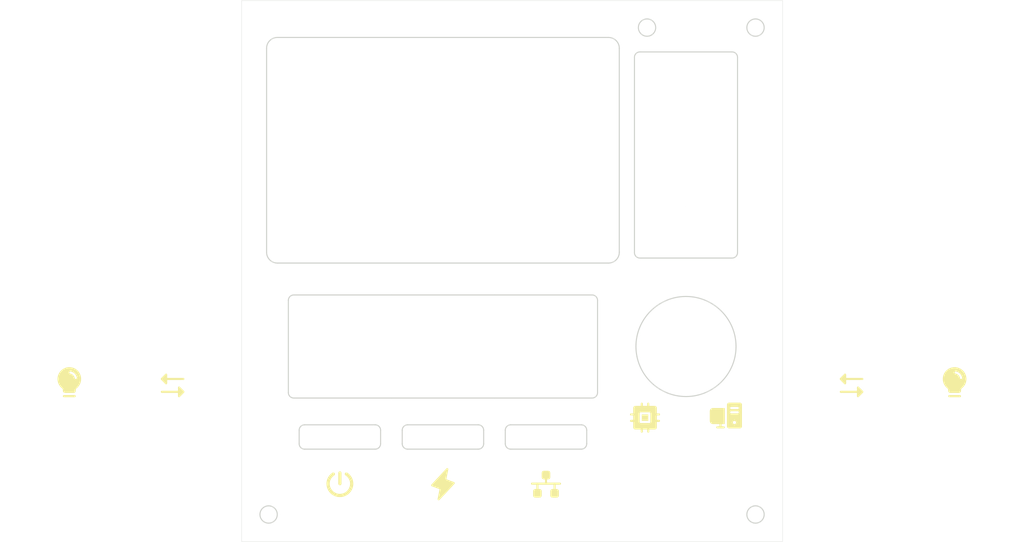
<source format=kicad_pcb>
(kicad_pcb
	(version 20241229)
	(generator "pcbnew")
	(generator_version "9.0")
	(general
		(thickness 1.6)
		(legacy_teardrops no)
	)
	(paper "A4")
	(layers
		(0 "F.Cu" signal)
		(2 "B.Cu" signal)
		(9 "F.Adhes" user "F.Adhesive")
		(11 "B.Adhes" user "B.Adhesive")
		(13 "F.Paste" user)
		(15 "B.Paste" user)
		(5 "F.SilkS" user "F.Silkscreen")
		(7 "B.SilkS" user "B.Silkscreen")
		(1 "F.Mask" user)
		(3 "B.Mask" user)
		(17 "Dwgs.User" user "User.Drawings")
		(19 "Cmts.User" user "User.Comments")
		(21 "Eco1.User" user "User.Eco1")
		(23 "Eco2.User" user "User.Eco2")
		(25 "Edge.Cuts" user)
		(27 "Margin" user)
		(31 "F.CrtYd" user "F.Courtyard")
		(29 "B.CrtYd" user "B.Courtyard")
		(35 "F.Fab" user)
		(33 "B.Fab" user)
		(39 "User.1" user)
		(41 "User.2" user)
		(43 "User.3" user)
		(45 "User.4" user)
	)
	(setup
		(stackup
			(layer "F.SilkS"
				(type "Top Silk Screen")
				(color "White")
			)
			(layer "F.Paste"
				(type "Top Solder Paste")
			)
			(layer "F.Mask"
				(type "Top Solder Mask")
				(color "Black")
				(thickness 0.01)
			)
			(layer "F.Cu"
				(type "copper")
				(thickness 0.035)
			)
			(layer "dielectric 1"
				(type "core")
				(thickness 1.51)
				(material "FR4")
				(epsilon_r 4.5)
				(loss_tangent 0.02)
			)
			(layer "B.Cu"
				(type "copper")
				(thickness 0.035)
			)
			(layer "B.Mask"
				(type "Bottom Solder Mask")
				(color "Black")
				(thickness 0.01)
			)
			(layer "B.Paste"
				(type "Bottom Solder Paste")
			)
			(layer "B.SilkS"
				(type "Bottom Silk Screen")
				(color "White")
			)
			(copper_finish "None")
			(dielectric_constraints no)
		)
		(pad_to_mask_clearance 0)
		(allow_soldermask_bridges_in_footprints no)
		(tenting front back)
		(pcbplotparams
			(layerselection 0x00000000_00000000_55555555_5755f5ff)
			(plot_on_all_layers_selection 0x00000000_00000000_00000000_00000000)
			(disableapertmacros no)
			(usegerberextensions no)
			(usegerberattributes yes)
			(usegerberadvancedattributes yes)
			(creategerberjobfile yes)
			(dashed_line_dash_ratio 12.000000)
			(dashed_line_gap_ratio 3.000000)
			(svgprecision 4)
			(plotframeref no)
			(mode 1)
			(useauxorigin no)
			(hpglpennumber 1)
			(hpglpenspeed 20)
			(hpglpendiameter 15.000000)
			(pdf_front_fp_property_popups yes)
			(pdf_back_fp_property_popups yes)
			(pdf_metadata yes)
			(pdf_single_document no)
			(dxfpolygonmode yes)
			(dxfimperialunits yes)
			(dxfusepcbnewfont yes)
			(psnegative no)
			(psa4output no)
			(plot_black_and_white yes)
			(sketchpadsonfab no)
			(plotpadnumbers no)
			(hidednponfab no)
			(sketchdnponfab yes)
			(crossoutdnponfab yes)
			(subtractmaskfromsilk no)
			(outputformat 1)
			(mirror no)
			(drillshape 1)
			(scaleselection 1)
			(outputdirectory "")
		)
	)
	(net 0 "")
	(gr_poly
		(pts
			(xy 219.00459 108.089208) (xy 219.018974 108.090472) (xy 219.033211 108.092774) (xy 219.047244 108.096102)
			(xy 219.061015 108.100445) (xy 219.074464 108.10579) (xy 219.087534 108.112127) (xy 219.100165 108.119443)
			(xy 219.112301 108.127727) (xy 219.123882 108.136967) (xy 219.134849 108.147152) (xy 219.928599 108.940902)
			(xy 219.935393 108.948034) (xy 219.941798 108.955461) (xy 219.947807 108.963167) (xy 219.953413 108.971135)
			(xy 219.958609 108.979349) (xy 219.963389 108.987794) (xy 219.967745 108.996452) (xy 219.971672 109.005307)
			(xy 219.975162 109.014343) (xy 219.978209 109.023544) (xy 219.980805 109.032894) (xy 219.982945 109.042375)
			(xy 219.984621 109.051973) (xy 219.985826 109.06167) (xy 219.986554 109.07145) (xy 219.986799 109.081297)
			(xy 219.986554 109.091144) (xy 219.985826 109.100924) (xy 219.984621 109.110621) (xy 219.982945 109.120218)
			(xy 219.980805 109.1297) (xy 219.978209 109.139049) (xy 219.975162 109.14825) (xy 219.971672 109.157287)
			(xy 219.967745 109.166142) (xy 219.963389 109.1748) (xy 219.958609 109.183244) (xy 219.953413 109.191459)
			(xy 219.947807 109.199427) (xy 219.941798 109.207132) (xy 219.935393 109.214559) (xy 219.928599 109.221691)
			(xy 219.134852 110.015439) (xy 219.123884 110.025624) (xy 219.112304 110.034865) (xy 219.100168 110.043149)
			(xy 219.087537 110.050465) (xy 219.074467 110.056802) (xy 219.061018 110.062147) (xy 219.047247 110.06649)
			(xy 219.033214 110.069818) (xy 219.018977 110.07212) (xy 219.004593 110.073385) (xy 218.990123 110.0736)
			(xy 218.975622 110.072754) (xy 218.961151 110.070835) (xy 218.946768 110.067833) (xy 218.932531 110.063734)
			(xy 218.918498 110.058528) (xy 218.904895 110.052284) (xy 218.891931 110.045112) (xy 218.879639 110.037063)
			(xy 218.868051 110.028184) (xy 218.857202 110.018527) (xy 218.847124 110.00814) (xy 218.837849 109.997074)
			(xy 218.829412 109.985377) (xy 218.821845 109.973099) (xy 218.815181 109.960289) (xy 218.809454 109.946998)
			(xy 218.804695 109.933274) (xy 218.80094 109.919168) (xy 218.798219 109.904728) (xy 218.796567 109.890004)
			(xy 218.796017 109.875047) (xy 218.796017 109.279734) (xy 215.819455 109.279734) (xy 215.812825 109.279624)
			(xy 215.806231 109.279294) (xy 215.799678 109.278749) (xy 215.79317 109.277989) (xy 215.786712 109.277018)
			(xy 215.780307 109.275839) (xy 215.773962 109.274454) (xy 215.767679 109.272865) (xy 215.761464 109.271076)
			(xy 215.755322 109.269088) (xy 215.749256 109.266905) (xy 215.743272 109.264529) (xy 215.737373 109.261963)
			(xy 215.731564 109.259209) (xy 215.725851 109.25627) (xy 215.720236 109.253149) (xy 215.714726 109.249847)
			(xy 215.709324 109.246369) (xy 215.704034 109.242715) (xy 215.698863 109.23889) (xy 215.693813 109.234895)
			(xy 215.688889 109.230733) (xy 215.684097 109.226408) (xy 215.67944 109.22192) (xy 215.674923 109.217274)
			(xy 215.67055 109.212471) (xy 215.666327 109.207514) (xy 215.662257 109.202406) (xy 215.658345 109.19715)
			(xy 215.654596 109.191748) (xy 215.651014 109.186202) (xy 215.647603 109.180515) (xy 215.641372 109.168844)
			(xy 215.635972 109.156879) (xy 215.631402 109.144665) (xy 215.627664 109.132242) (xy 215.624756 109.119652)
			(xy 215.622679 109.106936) (xy 215.621433 109.094137) (xy 215.621017 109.081297) (xy 215.621433 109.068456)
			(xy 215.622679 109.055657) (xy 215.624756 109.042942) (xy 215.627664 109.030352) (xy 215.631402 109.017928)
			(xy 215.635972 109.005714) (xy 215.641372 108.99375) (xy 215.647603 108.982078) (xy 215.654596 108.970846)
			(xy 215.662257 108.960187) (xy 215.67055 108.950123) (xy 215.67944 108.940673) (xy 215.688889 108.93186)
			(xy 215.698863 108.923704) (xy 215.709324 108.916225) (xy 215.720236 108.909445) (xy 215.731564 108.903384)
			(xy 215.743271 108.898064) (xy 215.755322 108.893505) (xy 215.767679 108.889728) (xy 215.780307 108.886754)
			(xy 215.79317 108.884604) (xy 215.806231 108.883299) (xy 215.819455 108.882859) (xy 218.796017 108.882859)
			(xy 218.796017 108.287547) (xy 218.796152 108.280042) (xy 218.796567 108.27259) (xy 218.797257 108.265196)
			(xy 218.798219 108.257866) (xy 218.799447 108.250608) (xy 218.800939 108.243427) (xy 218.802689 108.236329)
			(xy 218.804694 108.229321) (xy 218.80695 108.222408) (xy 218.809452 108.215597) (xy 218.812197 108.208895)
			(xy 218.81518 108.202306) (xy 218.818397 108.195838) (xy 218.821843 108.189497) (xy 218.825516 108.183289)
			(xy 218.82941 108.177219) (xy 218.833522 108.171295) (xy 218.837847 108.165522) (xy 218.842382 108.159907)
			(xy 218.847122 108.154455) (xy 218.852062 108.149174) (xy 218.8572 108.144069) (xy 218.86253 108.139146)
			(xy 218.868049 108.134411) (xy 218.873753 108.129872) (xy 218.879636 108.125533) (xy 218.885696 108.121401)
			(xy 218.891928 108.117483) (xy 218.898329 108.113784) (xy 218.904892 108.110311) (xy 218.911616 108.10707)
			(xy 218.918495 108.104067) (xy 218.932528 108.098861) (xy 218.946765 108.094762) (xy 218.961148 108.091759)
			(xy 218.975619 108.08984) (xy 218.990119 108.088994)
		)
		(stroke
			(width 0)
			(type solid)
		)
		(fill yes)
		(layer "F.SilkS")
		(uuid "00b877d8-4344-4a89-b1d7-61cc3c92fb5f")
	)
	(gr_poly
		(pts
			(xy 93.502036 108.089332) (xy 93.51642 108.090596) (xy 93.530657 108.092898) (xy 93.54469 108.096226)
			(xy 93.558461 108.100569) (xy 93.57191 108.105914) (xy 93.58498 108.112251) (xy 93.597611 108.119567)
			(xy 93.609747 108.127851) (xy 93.621328 108.137091) (xy 93.632295 108.147276) (xy 94.426045 108.941026)
			(xy 94.432839 108.948158) (xy 94.439244 108.955585) (xy 94.445253 108.963291) (xy 94.450859 108.971259)
			(xy 94.456055 108.979473) (xy 94.460835 108.987918) (xy 94.465191 108.996576) (xy 94.469118 109.005431)
			(xy 94.472608 109.014467) (xy 94.475655 109.023668) (xy 94.478251 109.033018) (xy 94.480391 109.042499)
			(xy 94.482067 109.052097) (xy 94.483272 109.061794) (xy 94.484 109.071574) (xy 94.484245 109.081421)
			(xy 94.484 109.091268) (xy 94.483272 109.101048) (xy 94.482067 109.110745) (xy 94.480391 109.120342)
			(xy 94.478251 109.129824) (xy 94.475655 109.139173) (xy 94.472608 109.148374) (xy 94.469118 109.157411)
			(xy 94.465191 109.166266) (xy 94.460835 109.174924) (xy 94.456055 109.183368) (xy 94.450859 109.191583)
			(xy 94.445253 109.199551) (xy 94.439244 109.207256) (xy 94.432839 109.214683) (xy 94.426045 109.221815)
			(xy 93.632298 110.015563) (xy 93.62133 110.025748) (xy 93.60975 110.034989) (xy 93.597614 110.043273)
			(xy 93.584983 110.050589) (xy 93.571913 110.056926) (xy 93.558464 110.062271) (xy 93.544693 110.066614)
			(xy 93.53066 110.069942) (xy 93.516423 110.072244) (xy 93.502039 110.073509) (xy 93.487569 110.073724)
			(xy 93.473068 110.072878) (xy 93.458597 110.070959) (xy 93.444214 110.067957) (xy 93.429977 110.063858)
			(xy 93.415944 110.058652) (xy 93.402341 110.052408) (xy 93.389377 110.045236) (xy 93.377085 110.037187)
			(xy 93.365497 110.028308) (xy 93.354648 110.018651) (xy 93.34457 110.008264) (xy 93.335295 109.997198)
			(xy 93.326858 109.985501) (xy 93.319291 109.973223) (xy 93.312627 109.960413) (xy 93.3069 109.947122)
			(xy 93.302141 109.933398) (xy 93.298386 109.919292) (xy 93.295665 109.904852) (xy 93.294013 109.890128)
			(xy 93.293463 109.875171) (xy 93.293463 109.279858) (xy 90.316901 109.279858) (xy 90.310271 109.279748)
			(xy 90.303677 109.279418) (xy 90.297124 109.278873) (xy 90.290616 109.278113) (xy 90.284158 109.277142)
			(xy 90.277753 109.275963) (xy 90.271408 109.274578) (xy 90.265125 109.272989) (xy 90.25891 109.2712)
			(xy 90.252768 109.269212) (xy 90.246702 109.267029) (xy 90.240718 109.264653) (xy 90.234819 109.262087)
			(xy 90.22901 109.259333) (xy 90.223297 109.256394) (xy 90.217682 109.253273) (xy 90.212172 109.249971)
			(xy 90.20677 109.246493) (xy 90.20148 109.242839) (xy 90.196309 109.239014) (xy 90.191259 109.235019)
			(xy 90.186335 109.230857) (xy 90.181543 109.226532) (xy 90.176886 109.222044) (xy 90.172369 109.217398)
			(xy 90.167996 109.212595) (xy 90.163773 109.207638) (xy 90.159703 109.20253) (xy 90.155791 109.197274)
			(xy 90.152042 109.191872) (xy 90.14846 109.186326) (xy 90.145049 109.180639) (xy 90.138818 109.168968)
			(xy 90.133418 109.157003) (xy 90.128848 109.144789) (xy 90.12511 109.132366) (xy 90.122202 109.119776)
			(xy 90.120125 109.10706) (xy 90.118879 109.094261) (xy 90.118463 109.081421) (xy 90.118879 109.06858)
			(xy 90.120125 109.055781) (xy 90.122202 109.043066) (xy 90.12511 109.030476) (xy 90.128848 109.018052)
			(xy 90.133418 109.005838) (xy 90.138818 108.993874) (xy 90.145049 108.982202) (xy 90.152042 108.97097)
			(xy 90.159703 108.960311) (xy 90.167996 108.950247) (xy 90.176886 108.940797) (xy 90.186335 108.931984)
			(xy 90.196309 108.923828) (xy 90.20677 108.916349) (xy 90.217682 108.909569) (xy 90.22901 108.903508)
			(xy 90.240717 108.898188) (xy 90.252768 108.893629) (xy 90.265125 108.889852) (xy 90.277753 108.886878)
			(xy 90.290616 108.884728) (xy 90.303677 108.883423) (xy 90.316901 108.882983) (xy 93.293463 108.882983)
			(xy 93.293463 108.287671) (xy 93.293598 108.280166) (xy 93.294013 108.272714) (xy 93.294703 108.26532)
			(xy 93.295665 108.25799) (xy 93.296893 108.250732) (xy 93.298385 108.243551) (xy 93.300135 108.236453)
			(xy 93.30214 108.229445) (xy 93.304396 108.222532) (xy 93.306898 108.215721) (xy 93.309643 108.209019)
			(xy 93.312626 108.20243) (xy 93.315843 108.195962) (xy 93.319289 108.189621) (xy 93.322962 108.183413)
			(xy 93.326856 108.177343) (xy 93.330968 108.171419) (xy 93.335293 108.165646) (xy 93.339828 108.160031)
			(xy 93.344568 108.154579) (xy 93.349508 108.149298) (xy 93.354646 108.144193) (xy 93.359976 108.13927)
			(xy 93.365495 108.134535) (xy 93.371199 108.129996) (xy 93.377082 108.125657) (xy 93.383142 108.121525)
			(xy 93.389374 108.117607) (xy 93.395775 108.113908) (xy 93.402338 108.110435) (xy 93.409062 108.107194)
			(xy 93.415941 108.104191) (xy 93.429974 108.098985) (xy 93.444211 108.094886) (xy 93.458594 108.091883)
			(xy 93.473065 108.089964) (xy 93.487565 108.089118)
		)
		(stroke
			(width 0)
			(type solid)
		)
		(fill yes)
		(layer "F.SilkS")
		(uuid "070f70f4-61d2-4ba6-8e50-dc20138f0241")
	)
	(gr_poly
		(pts
			(xy 236.911233 104.517468) (xy 237.020584 104.523088) (xy 237.129109 104.534134) (xy 237.236619 104.550533)
			(xy 237.342924 104.572209) (xy 237.447837 104.59909) (xy 237.551168 104.631101) (xy 237.652728 104.668167)
			(xy 237.75233 104.710214) (xy 237.849784 104.757169) (xy 237.944901 104.808956) (xy 238.037493 104.865502)
			(xy 238.127371 104.926732) (xy 238.214346 104.992573) (xy 238.298229 105.062949) (xy 238.378833 105.137787)
			(xy 238.455568 105.216587) (xy 238.527921 105.298771) (xy 238.595813 105.384155) (xy 238.659165 105.47255)
			(xy 238.717899 105.56377) (xy 238.771935 105.657628) (xy 238.821196 105.753936) (xy 238.865602 105.852509)
			(xy 238.905075 105.953159) (xy 238.939536 106.055698) (xy 238.968906 106.159941) (xy 238.993107 106.265701)
			(xy 239.012059 106.372789) (xy 239.025685 106.48102) (xy 239.033906 106.590207) (xy 239.036642 106.700162)
			(xy 239.03336 106.82538) (xy 239.02295 106.949466) (xy 239.005543 107.072151) (xy 238.981271 107.193165)
			(xy 238.950265 107.312239) (xy 238.912656 107.429103) (xy 238.868575 107.543487) (xy 238.818152 107.655123)
			(xy 238.761519 107.76374) (xy 238.698807 107.869069) (xy 238.630147 107.97084) (xy 238.555669 108.068784)
			(xy 238.475506 108.162632) (xy 238.389788 108.252112) (xy 238.298645 108.336957) (xy 238.20221 108.416896)
			(xy 238.184171 108.431568) (xy 238.167106 108.44716) (xy 238.151041 108.463622) (xy 238.136001 108.480905)
			(xy 238.12201 108.498959) (xy 238.109093 108.517733) (xy 238.097275 108.537179) (xy 238.08658 108.557245)
			(xy 238.077034 108.577883) (xy 238.068662 108.599042) (xy 238.061487 108.620672) (xy 238.055535 108.642723)
			(xy 238.050831 108.665147) (xy 238.0474 108.687892) (xy 238.045266 108.710908) (xy 238.044455 108.734147)
			(xy 238.044455 108.882975) (xy 238.043967 108.902655) (xy 238.042513 108.922201) (xy 238.040105 108.941581)
			(xy 238.036759 108.960763) (xy 238.032485 108.979713) (xy 238.0273 108.9984) (xy 238.021215 109.01679)
			(xy 238.014244 109.034852) (xy 238.006402 109.052553) (xy 237.9977 109.069859) (xy 237.988153 109.08674)
			(xy 237.977775 109.103161) (xy 237.966578 109.119091) (xy 237.954577 109.134497) (xy 237.941784 109.149347)
			(xy 237.928213 109.163608) (xy 237.913952 109.177179) (xy 237.899102 109.189972) (xy 237.883696 109.201973)
			(xy 237.867766 109.21317) (xy 237.851345 109.223548) (xy 237.834464 109.233095) (xy 237.817158 109.241797)
			(xy 237.799457 109.249639) (xy 237.781395 109.25661) (xy 237.763005 109.262695) (xy 237.744318 109.26788)
			(xy 237.725368 109.272153) (xy 237.706186 109.2755) (xy 237.686806 109.277908) (xy 237.66726 109.279362)
			(xy 237.64758 109.27985) (xy 236.06008 109.27985) (xy 236.0404 109.279362) (xy 236.020854 109.277908)
			(xy 236.001473 109.2755) (xy 235.982292 109.272153) (xy 235.963341 109.26788) (xy 235.944655 109.262695)
			(xy 235.926264 109.25661) (xy 235.908202 109.249639) (xy 235.890502 109.241797) (xy 235.873195 109.233095)
			(xy 235.856315 109.223548) (xy 235.839893 109.21317) (xy 235.823963 109.201973) (xy 235.808557 109.189972)
			(xy 235.793708 109.177179) (xy 235.779447 109.163608) (xy 235.765876 109.149347) (xy 235.753083 109.134497)
			(xy 235.741081 109.119091) (xy 235.729885 109.103161) (xy 235.719506 109.08674) (xy 235.709959 109.069859)
			(xy 235.701258 109.052553) (xy 235.693415 109.034852) (xy 235.686445 109.01679) (xy 235.68036 108.9984)
			(xy 235.675174 108.979713) (xy 235.670901 108.960763) (xy 235.667554 108.941581) (xy 235.665147 108.922201)
			(xy 235.663693 108.902655) (xy 235.663205 108.882975) (xy 235.663205 108.734147) (xy 235.662527 108.711186)
			(xy 235.660538 108.688438) (xy 235.657263 108.665953) (xy 235.652724 108.643779) (xy 235.646948 108.621968)
			(xy 235.639959 108.600568) (xy 235.63178 108.579629) (xy 235.622436 108.559201) (xy 235.611953 108.539333)
			(xy 235.600353 108.520076) (xy 235.587662 108.50148) (xy 235.573905 108.483592) (xy 235.559105 108.466465)
			(xy 235.543287 108.450147) (xy 235.526475 108.434687) (xy 235.508694 108.420137) (xy 235.412487 108.340676)
			(xy 235.321518 108.256337) (xy 235.235918 108.167386) (xy 235.155817 108.07409) (xy 235.081347 107.976714)
			(xy 235.012636 107.875523) (xy 234.949816 107.770784) (xy 234.893017 107.662763) (xy 234.842369 107.551724)
			(xy 234.798003 107.437935) (xy 234.760048 107.321661) (xy 234.728636 107.203167) (xy 234.703897 107.08272)
			(xy 234.68596 106.960585) (xy 234.674957 106.837029) (xy 234.671018 106.712316) (xy 234.673209 106.602088)
			(xy 234.680901 106.493157) (xy 234.69396 106.385663) (xy 234.712252 106.279743) (xy 234.73564 106.175537)
			(xy 234.76399 106.073184) (xy 234.797168 105.972823) (xy 234.835039 105.874592) (xy 234.877467 105.778631)
			(xy 234.924318 105.685079) (xy 234.975458 105.594073) (xy 235.024965 105.514996) (xy 236.853869 105.514996)
			(xy 236.854644 105.527897) (xy 236.856265 105.540771) (xy 236.858741 105.553577) (xy 236.862078 105.566274)
			(xy 236.866283 105.578822) (xy 236.871312 105.591062) (xy 236.877096 105.602848) (xy 236.883602 105.614153)
			(xy 236.890799 105.62495) (xy 236.898653 105.635213) (xy 236.907133 105.644915) (xy 236.916207 105.65403)
			(xy 236.925842 105.662531) (xy 236.936007 105.670392) (xy 236.946669 105.677585) (xy 236.957796 105.684085)
			(xy 236.969355 105.689864) (xy 236.981315 105.694897) (xy 236.993644 105.699155) (xy 237.006308 105.702614)
			(xy 237.019277 105.705246) (xy 237.057621 105.712547) (xy 237.09556 105.721445) (xy 237.133054 105.731903)
			(xy 237.170065 105.743879) (xy 237.206553 105.757335) (xy 237.242477 105.772231) (xy 237.312476 105.806182)
			(xy 237.379746 105.845417) (xy 237.443969 105.889617) (xy 237.504827 105.938467) (xy 237.562004 105.991648)
			(xy 237.61518 106.048843) (xy 237.664039 106.109735) (xy 237.708263 106.174007) (xy 237.747535 106.241342)
			(xy 237.781537 106.311422) (xy 237.796462 106.347392) (xy 237.809951 106.38393) (xy 237.821963 106.420996)
			(xy 237.83246 106.45855) (xy 237.8414 106.496552) (xy 237.848746 106.534963) (xy 237.850459 106.543833)
			(xy 237.852552 106.552545) (xy 237.855016 106.561091) (xy 237.85784 106.569462) (xy 237.861015 106.57765)
			(xy 237.864532 106.585648) (xy 237.868382 106.593447) (xy 237.872553 106.60104) (xy 237.877037 106.608417)
			(xy 237.881825 106.615572) (xy 237.886906 106.622495) (xy 237.892272 106.629179) (xy 237.897911 106.635616)
			(xy 237.903816 106.641798) (xy 237.909976 106.647716) (xy 237.916381 106.653362) (xy 237.923023 106.658729)
			(xy 237.929891 106.663808) (xy 237.936976 106.668591) (xy 237.944268 106.67307) (xy 237.951758 106.677237)
			(xy 237.959437 106.681084) (xy 237.967293 106.684603) (xy 237.975319 106.687785) (xy 237.983504 106.690623)
			(xy 237.991839 106.693108) (xy 238.000313 106.695233) (xy 238.008919 106.696989) (xy 238.017645 106.698367)
			(xy 238.026483 106.699361) (xy 238.035423 106.699962) (xy 238.044455 106.700162) (xy 238.048659 106.700098)
			(xy 238.05286 106.699954) (xy 238.057057 106.699731) (xy 238.061249 106.699429) (xy 238.065435 106.699048)
			(xy 238.069613 106.698589) (xy 238.073782 106.698051) (xy 238.077941 106.697434) (xy 238.087962 106.695461)
			(xy 238.097765 106.693011) (xy 238.10734 106.690096) (xy 238.116677 106.686732) (xy 238.125767 106.682934)
			(xy 238.134597 106.678714) (xy 238.14316 106.674089) (xy 238.151444 106.669071) (xy 238.159439 106.663676)
			(xy 238.167134 106.657918) (xy 238.174521 106.651812) (xy 238.181588 106.645371) (xy 238.188326 106.63861)
			(xy 238.194724 106.631543) (xy 238.200772 106.624186) (xy 238.206459 106.616551) (xy 238.211777 106.608654)
			(xy 238.216713 106.600509) (xy 238.221259 106.592131) (xy 238.225404 106.583533) (xy 238.229138 106.57473)
			(xy 238.232451 106.565736) (xy 238.235332 106.556567) (xy 238.237771 106.547236) (xy 238.239759 106.537757)
			(xy 238.241284 106.528145) (xy 238.242338 106.518415) (xy 238.242908 106.50858) (xy 238.242986 106.498656)
			(xy 238.242562 106.488656) (xy 238.241624 106.478595) (xy 238.240163 106.468487) (xy 238.240164 106.468487)
			(xy 238.229249 106.413682) (xy 238.216294 106.359668) (xy 238.201339 106.306488) (xy 238.184426 106.254181)
			(xy 238.144895 106.152359) (xy 238.098033 106.054535) (xy 238.044173 105.961042) (xy 237.98365 105.872213)
			(xy 237.916796 105.788383) (xy 237.843945 105.709884) (xy 237.765431 105.63705) (xy 237.681586 105.570215)
			(xy 237.592745 105.50971) (xy 237.49924 105.455871) (xy 237.401406 105.409029) (xy 237.299575 105.36952)
			(xy 237.247265 105.352618) (xy 237.194081 105.337675) (xy 237.140065 105.324731) (xy 237.085258 105.313828)
			(xy 237.072143 105.312064) (xy 237.059044 105.31118) (xy 237.046001 105.311162) (xy 237.033052 105.311995)
			(xy 237.020237 105.313666) (xy 237.007594 105.316159) (xy 236.995163 105.319459) (xy 236.982983 105.323553)
			(xy 236.971094 105.328426) (xy 236.959533 105.334063) (xy 236.948341 105.340449) (xy 236.937556 105.34757)
			(xy 236.927218 105.355412) (xy 236.917365 105.363959) (xy 236.908037 105.373197) (xy 236.899274 105.383113)
			(xy 236.891188 105.393588) (xy 236.883873 105.40449) (xy 236.877336 105.415777) (xy 236.871583 105.427408)
			(xy 236.866622 105.439341) (xy 236.86246 105.451537) (xy 236.859103 105.463952) (xy 236.856558 105.476547)
			(xy 236.854833 105.48928) (xy 236.853934 105.50211) (xy 236.853869 105.514996) (xy 235.024965 105.514996)
			(xy 235.030751 105.505754) (xy 235.090063 105.420259) (xy 235.153259 105.337729) (xy 235.220204 105.258301)
			(xy 235.290763 105.182116) (xy 235.364801 105.10931) (xy 235.442184 105.040025) (xy 235.522777 104.974397)
			(xy 235.606445 104.912567) (xy 235.693053 104.854673) (xy 235.782467 104.800854) (xy 235.874551 104.751249)
			(xy 235.969171 104.705997) (xy 236.066192 104.665237) (xy 236.165479 104.629107) (xy 236.266898 104.597747)
			(xy 236.370313 104.571295) (xy 236.47559 104.549891) (xy 236.582594 104.533673) (xy 236.69119 104.522779)
			(xy 236.801244 104.51735)
		)
		(stroke
			(width 0)
			(type solid)
		)
		(fill yes)
		(layer "F.SilkS")
		(uuid "0f06a8d4-b93b-4393-bec0-c7ba330ae3ad")
	)
	(gr_poly
		(pts
			(xy 180.237792 111.074408) (xy 180.250591 111.075655) (xy 180.263306 111.077732) (xy 180.275896 111.080639)
			(xy 180.28832 111.084378) (xy 180.300534 111.088947) (xy 180.312498 111.094348) (xy 180.32417 111.100579)
			(xy 180.329856 111.103989) (xy 180.335402 111.107571) (xy 180.340805 111.11132) (xy 180.346061 111.115232)
			(xy 180.351169 111.119302) (xy 180.356125 111.123526) (xy 180.360928 111.127898) (xy 180.365575 111.132415)
			(xy 180.370062 111.137072) (xy 180.374388 111.141865) (xy 180.37855 111.146788) (xy 180.382545 111.151838)
			(xy 180.38637 111.15701) (xy 180.390023 111.162299) (xy 180.393502 111.167701) (xy 180.396803 111.173212)
			(xy 180.399925 111.178826) (xy 180.402864 111.18454) (xy 180.405618 111.190348) (xy 180.408184 111.196247)
			(xy 180.41056 111.202231) (xy 180.412743 111.208297) (xy 180.414731 111.21444) (xy 180.41652 111.220655)
			(xy 180.418108 111.226937) (xy 180.419494 111.233283) (xy 180.420673 111.239687) (xy 180.421644 111.246145)
			(xy 180.422403 111.252654) (xy 180.422949 111.259207) (xy 180.423279 111.265801) (xy 180.423389 111.27243)
			(xy 180.423389 111.669305) (xy 181.415576 111.669305) (xy 181.435256 111.669793) (xy 181.454802 111.671248)
			(xy 181.474183 111.673655) (xy 181.493364 111.677002) (xy 181.512315 111.681275) (xy 181.531001 111.68646)
			(xy 181.549392 111.692545) (xy 181.567454 111.699516) (xy 181.585154 111.707358) (xy 181.602461 111.71606)
			(xy 181.619341 111.725607) (xy 181.635763 111.735985) (xy 181.651693 111.747182) (xy 181.667099 111.759184)
			(xy 181.681948 111.771977) (xy 181.696209 111.785547) (xy 181.70978 111.799808) (xy 181.722573 111.814658)
			(xy 181.734575 111.830064) (xy 181.745771 111.845994) (xy 181.75615 111.862415) (xy 181.765697 111.879296)
			(xy 181.774398 111.896602) (xy 181.782241 111.914303) (xy 181.789211 111.932365) (xy 181.795296 111.950755)
			(xy 181.800482 111.969442) (xy 181.804755 111.988392) (xy 181.808102 112.007574) (xy 181.810509 112.026954)
			(xy 181.811964 112.046501) (xy 181.812451 112.06618) (xy 181.812451 113.058368) (xy 182.209326 113.058368)
			(xy 182.22255 113.058808) (xy 182.235611 113.060113) (xy 182.248474 113.062263) (xy 182.261102 113.065237)
			(xy 182.273459 113.069014) (xy 182.28551 113.073573) (xy 182.297217 113.078893) (xy 182.308545 113.084953)
			(xy 182.319458 113.091734) (xy 182.329919 113.099212) (xy 182.339892 113.107369) (xy 182.349342 113.116182)
			(xy 182.358231 113.125631) (xy 182.366525 113.135696) (xy 182.374186 113.146355) (xy 182.381178 113.157587)
			(xy 182.387409 113.169259) (xy 182.392809 113.181223) (xy 182.397379 113.193437) (xy 182.401117 113.20586)
			(xy 182.404025 113.21845) (xy 182.406102 113.231166) (xy 182.407348 113.243965) (xy 182.407764 113.256805)
			(xy 182.407348 113.269646) (xy 182.406102 113.282445) (xy 182.404025 113.29516) (xy 182.401117 113.30775)
			(xy 182.397379 113.320174) (xy 182.392809 113.332388) (xy 182.387409 113.344352) (xy 182.381178 113.356024)
			(xy 182.377768 113.361711) (xy 182.374186 113.367256) (xy 182.370436 113.372659) (xy 182.366525 113.377915)
			(xy 182.362455 113.383023) (xy 182.358231 113.387979) (xy 182.353859 113.392782) (xy 182.349342 113.397429)
			(xy 182.344685 113.401916) (xy 182.339892 113.406242) (xy 182.334969 113.410404) (xy 182.329919 113.414398)
			(xy 182.324747 113.418224) (xy 182.319458 113.421877) (xy 182.314056 113.425356) (xy 182.308545 113.428657)
			(xy 182.302931 113.431779) (xy 182.297217 113.434718) (xy 182.291409 113.437472) (xy 182.28551 113.440038)
			(xy 182.279525 113.442414) (xy 182.273459 113.444597) (xy 182.267317 113.446584) (xy 182.261102 113.448374)
			(xy 182.25482 113.449962) (xy 182.248474 113.451348) (xy 182.24207 113.452527) (xy 182.235611 113.453498)
			(xy 182.229103 113.454257) (xy 182.22255 113.454803) (xy 182.215956 113.455132) (xy 182.209326 113.455243)
			(xy 181.812451 113.455243) (xy 181.812451 114.248993) (xy 182.209326 114.248993) (xy 182.219166 114.249237)
			(xy 182.228939 114.249964) (xy 182.23863 114.251168) (xy 182.24822 114.252841) (xy 182.257696 114.254977)
			(xy 182.267039 114.25757) (xy 182.276234 114.260613) (xy 182.285265 114.264098) (xy 182.294115 114.268019)
			(xy 182.302769 114.27237) (xy 182.311209 114.277143) (xy 182.31942 114.282333) (xy 182.327385 114.287931)
			(xy 182.335088 114.293932) (xy 182.342512 114.300328) (xy 182.349643 114.307114) (xy 182.356428 114.314244)
			(xy 182.362825 114.321669) (xy 182.368825 114.329372) (xy 182.374424 114.337337) (xy 182.379613 114.345548)
			(xy 182.384386 114.353988) (xy 182.388737 114.362641) (xy 182.392659 114.371491) (xy 182.396144 114.380522)
			(xy 182.399186 114.389718) (xy 182.401779 114.399061) (xy 182.403916 114.408536) (xy 182.405589 114.418127)
			(xy 182.406793 114.427817) (xy 182.40752 114.43759) (xy 182.407764 114.44743) (xy 182.40752 114.45727)
			(xy 182.406793 114.467043) (xy 182.405589 114.476734) (xy 182.403916 114.486324) (xy 182.401779 114.4958)
			(xy 182.399186 114.505143) (xy 182.396144 114.514338) (xy 182.392659 114.523369) (xy 182.388737 114.53222)
			(xy 182.384386 114.540873) (xy 182.379613 114.549313) (xy 182.374424 114.557524) (xy 182.368825 114.565489)
			(xy 182.362825 114.573192) (xy 182.356428 114.580617) (xy 182.349643 114.587747) (xy 182.342512 114.594532)
			(xy 182.335088 114.600929) (xy 182.327385 114.60693) (xy 182.31942 114.612528) (xy 182.311209 114.617717)
			(xy 182.302769 114.622491) (xy 182.294115 114.626841) (xy 182.285265 114.630763) (xy 182.276234 114.634248)
			(xy 182.267039 114.63729) (xy 182.257696 114.639883) (xy 182.24822 114.64202) (xy 182.23863 114.643693)
			(xy 182.228939 114.644897) (xy 182.219166 114.645624) (xy 182.209326 114.645868) (xy 181.812451 114.645868)
			(xy 181.812451 115.638055) (xy 181.811964 115.657735) (xy 181.810509 115.677281) (xy 181.808102 115.696662)
			(xy 181.804755 115.715843) (xy 181.800482 115.734794) (xy 181.795296 115.75348) (xy 181.789211 115.771871)
			(xy 181.782241 115.789933) (xy 181.774398 115.807633) (xy 181.765697 115.82494) (xy 181.75615 115.84182)
			(xy 181.745771 115.858242) (xy 181.734575 115.874172) (xy 181.722573 115.889578) (xy 181.70978 115.904427)
			(xy 181.696209 115.918688) (xy 181.681948 115.932259) (xy 181.667099 115.945052) (xy 181.651693 115.957054)
			(xy 181.635763 115.96825) (xy 181.619341 115.978629) (xy 181.602461 115.988176) (xy 181.585154 115.996877)
			(xy 181.567454 116.00472) (xy 181.549392 116.01169) (xy 181.531001 116.017775) (xy 181.512315 116.022961)
			(xy 181.493364 116.027234) (xy 181.474183 116.030581) (xy 181.454802 116.032988) (xy 181.435256 116.034443)
			(xy 181.415576 116.03493) (xy 180.423389 116.03493) (xy 180.423389 116.431805) (xy 180.422949 116.445029)
			(xy 180.421644 116.45809) (xy 180.419494 116.470953) (xy 180.41652 116.483581) (xy 180.412743 116.495938)
			(xy 180.408184 116.507989) (xy 180.402864 116.519696) (xy 180.396803 116.531024) (xy 180.390023 116.541937)
			(xy 180.382545 116.552398) (xy 180.374388 116.562371) (xy 180.365575 116.571821) (xy 180.356125 116.58071)
			(xy 180.346061 116.589004) (xy 180.335402 116.596665) (xy 180.32417 116.603657) (xy 180.312498 116.609888)
			(xy 180.300534 116.615288) (xy 180.28832 116.619858) (xy 180.275896 116.623596) (xy 180.263306 116.626504)
			(xy 180.250591 116.628581) (xy 180.237792 116.629827) (xy 180.224951 116.630243) (xy 180.212111 116.629827)
			(xy 180.199312 116.628581) (xy 180.186596 116.626504) (xy 180.174006 116.623596) (xy 180.161583 116.619858)
			(xy 180.149369 116.615288) (xy 180.137405 116.609888) (xy 180.125733 116.603657) (xy 180.120046 116.600247)
			(xy 180.114501 116.596665) (xy 180.109098 116.592915) (xy 180.103842 116.589004) (xy 180.098734 116.584934)
			(xy 180.093777 116.58071) (xy 180.088974 116.576338) (xy 180.084328 116.571821) (xy 180.07984 116.567164)
			(xy 180.075515 116.562371) (xy 180.071353 116.557448) (xy 180.067358 116.552398) (xy 180.063533 116.547226)
			(xy 180.05988 116.541937) (xy 180.056401 116.536535) (xy 180.053099 116.531024) (xy 180.049978 116.52541)
			(xy 180.047039 116.519696) (xy 180.044285 116.513888) (xy 180.041719 116.507989) (xy 180.039343 116.502004)
			(xy 180.03716 116.495938) (xy 180.035172 116.489796) (xy 180.033383 116.483581) (xy 180.031794 116.477299)
			(xy 180.030409 116.470953) (xy 180.02923 116.464549) (xy 180.028259 116.45809) (xy 180.027499 116.451582)
			(xy 180.026954 116.445029) (xy 180.026624 116.438435) (xy 180.026514 116.431805) (xy 180.026514 116.03493)
			(xy 179.232764 116.03493) (xy 179.232764 116.431805) (xy 179.232324 116.445029) (xy 179.231019 116.45809)
			(xy 179.228869 116.470953) (xy 179.225895 116.483581) (xy 179.222118 116.495938) (xy 179.217559 116.507989)
			(xy 179.212239 116.519696) (xy 179.206178 116.531024) (xy 179.199398 116.541937) (xy 179.191919 116.552398)
			(xy 179.183763 116.562371) (xy 179.17495 116.571821) (xy 179.1655 116.58071) (xy 179.155436 116.589004)
			(xy 179.144777 116.596665) (xy 179.133545 116.603657) (xy 179.121873 116.609888) (xy 179.109909 116.615288)
			(xy 179.097695 116.619858) (xy 179.085271 116.623596) (xy 179.072681 116.626504) (xy 179.059966 116.628581)
			(xy 179.047167 116.629827) (xy 179.034326 116.630243) (xy 179.021486 116.629827) (xy 179.008687 116.628581)
			(xy 178.995971 116.626504) (xy 178.983381 116.623596) (xy 178.970958 116.619858) (xy 178.958744 116.615288)
			(xy 178.94678 116.609888) (xy 178.935108 116.603657) (xy 178.929421 116.600247) (xy 178.923876 116.596665)
			(xy 178.918473 116.592915) (xy 178.913217 116.589004) (xy 178.908109 116.584934) (xy 178.903152 116.58071)
			(xy 178.898349 116.576338) (xy 178.893703 116.571821) (xy 178.889216 116.567164) (xy 178.88489 116.562371)
			(xy 178.880728 116.557448) (xy 178.876733 116.552398) (xy 178.872908 116.547226) (xy 178.869255 116.541937)
			(xy 178.865776 116.536535) (xy 178.862474 116.531024) (xy 178.859353 116.52541) (xy 178.856414 116.519696)
			(xy 178.85366 116.513888) (xy 178.851094 116.507989) (xy 178.848718 116.502004) (xy 178.846535 116.495938)
			(xy 178.844547 116.489796) (xy 178.842758 116.483581) (xy 178.841169 116.477299) (xy 178.839784 116.470953)
			(xy 178.838605 116.464549) (xy 178.837634 116.45809) (xy 178.836874 116.451582) (xy 178.836329 116.445029)
			(xy 178.835999 116.438435) (xy 178.835889 116.431805) (xy 178.835889 116.03493) (xy 177.843701 116.03493)
			(xy 177.824022 116.034443) (xy 177.804475 116.032988) (xy 177.785095 116.030581) (xy 177.765913 116.027234)
			(xy 177.746963 116.022961) (xy 177.728276 116.017775) (xy 177.709886 116.01169) (xy 177.691824 116.00472)
			(xy 177.674123 115.996877) (xy 177.656817 115.988176) (xy 177.639936 115.978629) (xy 177.623515 115.96825)
			(xy 177.607585 115.957054) (xy 177.592179 115.945052) (xy 177.577329 115.932259) (xy 177.563068 115.918688)
			(xy 177.549498 115.904427) (xy 177.536705 115.889578) (xy 177.524703 115.874172) (xy 177.513506 115.858242)
			(xy 177.503128 115.84182) (xy 177.493581 115.82494) (xy 177.484879 115.807633) (xy 177.477037 115.789933)
			(xy 177.470066 115.771871) (xy 177.463981 115.75348) (xy 177.458796 115.734794) (xy 177.454523 115.715843)
			(xy 177.451176 115.696662) (xy 177.448769 115.677281) (xy 177.447314 115.657735) (xy 177.446826 115.638055)
			(xy 177.446826 114.645868) (xy 177.049951 114.645868) (xy 177.036728 114.645428) (xy 177.023667 114.644123)
			(xy 177.010804 114.641973) (xy 176.998176 114.638999) (xy 176.985818 114.635222) (xy 176.973768 114.630663)
			(xy 176.962061 114.625343) (xy 176.950733 114.619282) (xy 176.93982 114.612502) (xy 176.929359 114.605024)
			(xy 176.919386 114.596867) (xy 176.909936 114.588054) (xy 176.901047 114.578604) (xy 176.892753 114.56854)
			(xy 176.885092 114.557881) (xy 176.8781 114.546649) (xy 176.871869 114.534977) (xy 176.866468 114.523013)
			(xy 176.861899 114.510799) (xy 176.85816 114.498375) (xy 176.855253 114.485785) (xy 176.853176 114.47307)
			(xy 176.851929 114.460271) (xy 176.851514 114.44743) (xy 176.851929 114.43459) (xy 176.853176 114.421791)
			(xy 176.855253 114.409075) (xy 176.85816 114.396485) (xy 176.861899 114.384062) (xy 176.866468 114.371848)
			(xy 176.871869 114.359884) (xy 176.8781 114.348212) (xy 176.88151 114.342525) (xy 176.885092 114.33698)
			(xy 176.888841 114.331577) (xy 176.892753 114.326321) (xy 176.896823 114.321213) (xy 176.901047 114.316256)
			(xy 176.905419 114.311453) (xy 176.909936 114.306807) (xy 176.914593 114.302319) (xy 176.919386 114.297994)
			(xy 176.924309 114.293832) (xy 176.929359 114.289837) (xy 176.934531 114.286012) (xy 176.93982 114.282359)
			(xy 176.945222 114.27888) (xy 176.950733 114.275578) (xy 176.956347 114.272457) (xy 176.962061 114.269518)
			(xy 176.967869 114.266764) (xy 176.973768 114.264198) (xy 176.979753 114.261822) (xy 176.985818 114.259639)
			(xy 176.991961 114.257651) (xy 176.998176 114.255862) (xy 177.004458 114.254273) (xy 177.010804 114.252888)
			(xy 177.017208 114.251709) (xy 177.023667 114.250738) (xy 177.030175 114.249978) (xy 177.036728 114.249433)
			(xy 177.043322 114.249103) (xy 177.049951 114.248993) (xy 177.446826 114.248993) (xy 177.446826 113.455243)
			(xy 177.049951 113.455243) (xy 177.036728 113.454803) (xy 177.023667 113.453498) (xy 177.010804 113.451348)
			(xy 176.998176 113.448374) (xy 176.985818 113.444597) (xy 176.973768 113.440038) (xy 176.962061 113.434718)
			(xy 176.950733 113.428657) (xy 176.93982 113.421877) (xy 176.929359 113.414398) (xy 176.919386 113.406242)
			(xy 176.909936 113.397429) (xy 176.901047 113.387979) (xy 176.892753 113.377915) (xy 176.885092 113.367256)
			(xy 176.8781 113.356024) (xy 176.871869 113.344352) (xy 176.866468 113.332388) (xy 176.861899 113.320174)
			(xy 176.85816 113.30775) (xy 176.855253 113.29516) (xy 176.853176 113.282445) (xy 176.851929 113.269646)
			(xy 176.851514 113.256805) (xy 176.851929 113.243965) (xy 176.853176 113.231166) (xy 176.855253 113.21845)
			(xy 176.85816 113.20586) (xy 176.861899 113.193437) (xy 176.866468 113.181223) (xy 176.871869 113.169259)
			(xy 176.8781 113.157587) (xy 176.88151 113.1519) (xy 176.885092 113.146355) (xy 176.888841 113.140952)
			(xy 176.892753 113.135696) (xy 176.896823 113.130588) (xy 176.901047 113.125631) (xy 176.905419 113.120828)
			(xy 176.909936 113.116182) (xy 176.914593 113.111695) (xy 176.919386 113.107369) (xy 176.924309 113.103207)
			(xy 176.929359 113.099212) (xy 176.934531 113.095387) (xy 176.93982 113.091734) (xy 176.945222 113.088255)
			(xy 176.950733 113.084953) (xy 176.956347 113.081832) (xy 176.962061 113.078893) (xy 176.967869 113.076139)
			(xy 176.973768 113.073573) (xy 176.979753 113.071197) (xy 176.985818 113.069014) (xy 176.991961 113.067026)
			(xy 176.998176 113.065237) (xy 177.004458 113.063648) (xy 177.010804 113.062263) (xy 177.017208 113.061084)
			(xy 177.023667 113.060113) (xy 177.030175 113.059353) (xy 177.036728 113.058808) (xy 177.043322 113.058478)
			(xy 177.049951 113.058368) (xy 177.446826 113.058368) (xy 178.637451 113.058368) (xy 178.637451 114.645868)
			(xy 178.637695 114.655708) (xy 178.638422 114.665481) (xy 178.639626 114.675171) (xy 178.6413 114.684762)
			(xy 178.643436 114.694237) (xy 178.646029 114.703581) (xy 178.649071 114.712776) (xy 178.652557 114.721807)
			(xy 178.656478 114.730657) (xy 178.660829 114.73931) (xy 178.665602 114.74775) (xy 178.670791 114.755961)
			(xy 178.67639 114.763926) (xy 178.68239 114.771629) (xy 178.688787 114.779054) (xy 178.695572 114.786185)
			(xy 178.702703 114.79297) (xy 178.710128 114.799366) (xy 178.717831 114.805367) (xy 178.725796 114.810966)
			(xy 178.734006 114.816155) (xy 178.742447 114.820928) (xy 178.7511 114.825279) (xy 178.75995 114.8292)
			(xy 178.768981 114.832685) (xy 178.778176 114.835728) (xy 178.78752 114.838321) (xy 178.796995 114.840457)
			(xy 178.806586 114.842131) (xy 178.816276 114.843334) (xy 178.826049 114.844061) (xy 178.835889 114.844305)
			(xy 180.423389 114.844305) (xy 180.433229 114.844061) (xy 180.443002 114.843334) (xy 180.452692 114.842131)
			(xy 180.462283 114.840457) (xy 180.471758 114.838321) (xy 180.481102 114.835728) (xy 180.490297 114.832685)
			(xy 180.499328 114.8292) (xy 180.508178 114.825279) (xy 180.516831 114.820928) (xy 180.525271 114.816155)
			(xy 180.533482 114.810966) (xy 180.541447 114.805367) (xy 180.54915 114.799366) (xy 180.556575 114.79297)
			(xy 180.563706 114.786185) (xy 180.570491 114.779054) (xy 180.576887 114.771629) (xy 180.582888 114.763926)
			(xy 180.588487 114.755961) (xy 180.593676 114.74775) (xy 180.598449 114.73931) (xy 180.6028 114.730657)
			(xy 180.606721 114.721807) (xy 180.610206 114.712776) (xy 180.613249 114.703581) (xy 180.615842 114.694237)
			(xy 180.617978 114.684762) (xy 180.619652 114.675171) (xy 180.620855 114.665481) (xy 180.621582 114.655708)
			(xy 180.621826 114.645868) (xy 180.621826 113.058368) (xy 180.621582 113.048528) (xy 180.620855 113.038755)
			(xy 180.619652 113.029065) (xy 180.617978 113.019474) (xy 180.615842 113.009999) (xy 180.613249 113.000655)
			(xy 180.610206 112.99146) (xy 180.606721 112.982429) (xy 180.6028 112.973579) (xy 180.598449 112.964926)
			(xy 180.593676 112.956485) (xy 180.588487 112.948275) (xy 180.582888 112.94031) (xy 180.576887 112.932607)
			(xy 180.570491 112.925182) (xy 180.563706 112.918051) (xy 180.556575 112.911266) (xy 180.54915 112.904869)
			(xy 180.541447 112.898869) (xy 180.533482 112.89327) (xy 180.525271 112.888081) (xy 180.516831 112.883308)
			(xy 180.508178 112.878957) (xy 180.499328 112.875036) (xy 180.490297 112.87155) (xy 180.481102 112.868508)
			(xy 180.471758 112.865915) (xy 180.462283 112.863779) (xy 180.452692 112.862105) (xy 180.443002 112.860901)
			(xy 180.433229 112.860174) (xy 180.423389 112.85993) (xy 178.835889 112.85993) (xy 178.826049 112.860174)
			(xy 178.816276 112.860901) (xy 178.806586 112.862105) (xy 178.796995 112.863779) (xy 178.78752 112.865915)
			(xy 178.778176 112.868508) (xy 178.768981 112.87155) (xy 178.75995 112.875036) (xy 178.7511 112.878957)
			(xy 178.742447 112.883308) (xy 178.734006 112.888081) (xy 178.725796 112.89327) (xy 178.717831 112.898869)
			(xy 178.710128 112.904869) (xy 178.702703 112.911266) (xy 178.695572 112.918051) (xy 178.688787 112.925182)
			(xy 178.68239 112.932607) (xy 178.67639 112.94031) (xy 178.670791 112.948275) (xy 178.665602 112.956485)
			(xy 178.660829 112.964926) (xy 178.656478 112.973579) (xy 178.652557 112.982429) (xy 178.649071 112.99146)
			(xy 178.646029 113.000655) (xy 178.643436 113.009999) (xy 178.6413 113.019474) (xy 178.639626 113.029065)
			(xy 178.638422 113.038755) (xy 178.637695 113.048528) (xy 178.637451 113.058368) (xy 177.446826 113.058368)
			(xy 177.446826 112.06618) (xy 177.447314 112.046501) (xy 177.448769 112.026954) (xy 177.451176 112.007574)
			(xy 177.454523 111.988392) (xy 177.458796 111.969442) (xy 177.463981 111.950755) (xy 177.470066 111.932365)
			(xy 177.477037 111.914303) (xy 177.484879 111.896603) (xy 177.493581 111.879296) (xy 177.503128 111.862416)
			(xy 177.513506 111.845994) (xy 177.524703 111.830064) (xy 177.536705 111.814658) (xy 177.549498 111.799808)
			(xy 177.563068 111.785547) (xy 177.577329 111.771977) (xy 177.592179 111.759184) (xy 177.607585 111.747182)
			(xy 177.623515 111.735985) (xy 177.639936 111.725607) (xy 177.656817 111.71606) (xy 177.674123 111.707358)
			(xy 177.691824 111.699516) (xy 177.709886 111.692545) (xy 177.728276 111.68646) (xy 177.746963 111.681275)
			(xy 177.765913 111.677002) (xy 177.785095 111.673655) (xy 177.804475 111.671248) (xy 177.824022 111.669793)
			(xy 177.843701 111.669305) (xy 178.835889 111.669305) (xy 178.835889 111.27243) (xy 178.836329 111.259207)
			(xy 178.837634 111.246146) (xy 178.839784 111.233283) (xy 178.842758 111.220655) (xy 178.846535 111.208297)
			(xy 178.851094 111.196247) (xy 178.856414 111.18454) (xy 178.862474 111.173212) (xy 178.869255 111.162299)
			(xy 178.876733 111.151838) (xy 178.88489 111.141865) (xy 178.893703 111.132415) (xy 178.903152 111.123526)
			(xy 178.913217 111.115232) (xy 178.923876 111.107571) (xy 178.935108 111.100579) (xy 178.94678 111.094348)
			(xy 178.958744 111.088947) (xy 178.970958 111.084378) (xy 178.983381 111.080639) (xy 178.995971 111.077732)
			(xy 179.008687 111.075655) (xy 179.021486 111.074408) (xy 179.034326 111.073993) (xy 179.047167 111.074408)
			(xy 179.059966 111.075655) (xy 179.072681 111.077732) (xy 179.085271 111.080639) (xy 179.097695 111.084378)
			(xy 179.109909 111.088947) (xy 179.121873 111.094348) (xy 179.133545 111.100579) (xy 179.139232 111.103989)
			(xy 179.144777 111.107571) (xy 179.15018 111.11132) (xy 179.155436 111.115232) (xy 179.160544 111.119302)
			(xy 179.1655 111.123526) (xy 179.170303 111.127898) (xy 179.17495 111.132415) (xy 179.179437 111.137072)
			(xy 179.183763 111.141865) (xy 179.187925 111.146788) (xy 179.191919 111.151838) (xy 179.195745 111.15701)
			(xy 179.199398 111.162299) (xy 179.202877 111.167701) (xy 179.206178 111.173212) (xy 179.2093 111.178826)
			(xy 179.212239 111.18454) (xy 179.214993 111.190348) (xy 179.217559 111.196247) (xy 179.219935 111.202231)
			(xy 179.222118 111.208297) (xy 179.224105 111.21444) (xy 179.225895 111.220655) (xy 179.227483 111.226937)
			(xy 179.228869 111.233283) (xy 179.230048 111.239687) (xy 179.231019 111.246145) (xy 179.231778 111.252654)
			(xy 179.232324 111.259207) (xy 179.232653 111.265801) (xy 179.232764 111.27243) (xy 179.232764 111.669305)
			(xy 180.026514 111.669305) (xy 180.026514 111.27243) (xy 180.026954 111.259207) (xy 180.028259 111.246146)
			(xy 180.030409 111.233283) (xy 180.033383 111.220655) (xy 180.03716 111.208297) (xy 180.041719 111.196247)
			(xy 180.047039 111.18454) (xy 180.053099 111.173212) (xy 180.05988 111.162299) (xy 180.067358 111.151838)
			(xy 180.075515 111.141865) (xy 180.084328 111.132415) (xy 180.093777 111.123526) (xy 180.103842 111.115232)
			(xy 180.114501 111.107571) (xy 180.125733 111.100579) (xy 180.137405 111.094348) (xy 180.149369 111.088947)
			(xy 180.161583 111.084378) (xy 180.174006 111.080639) (xy 180.186596 111.077732) (xy 180.199312 111.075655)
			(xy 180.212111 111.074408) (xy 180.224951 111.073993)
		)
		(stroke
			(width 0)
			(type solid)
		)
		(fill yes)
		(layer "F.SilkS")
		(uuid "1c6d29b4-69f8-4b4b-847f-c805e485cbee")
	)
	(gr_poly
		(pts
			(xy 161.743051 123.672028) (xy 161.762597 123.673482) (xy 161.781977 123.67589) (xy 161.801159 123.679237)
			(xy 161.820109 123.68351) (xy 161.838796 123.688695) (xy 161.857186 123.69478) (xy 161.875248 123.701751)
			(xy 161.892949 123.709593) (xy 161.910255 123.718295) (xy 161.927136 123.727842) (xy 161.943557 123.73822)
			(xy 161.959487 123.749417) (xy 161.974893 123.761419) (xy 161.989743 123.774212) (xy 162.004004 123.787782)
			(xy 162.017574 123.802043) (xy 162.030367 123.816893) (xy 162.042369 123.832299) (xy 162.053566 123.848229)
			(xy 162.063944 123.86465) (xy 162.073491 123.881531) (xy 162.082193 123.898837) (xy 162.090035 123.916538)
			(xy 162.097006 123.9346) (xy 162.103091 123.95299) (xy 162.108276 123.971677) (xy 162.11255 123.990627)
			(xy 162.115896 124.009809) (xy 162.118304 124.029189) (xy 162.119758 124.048736) (xy 162.120246 124.068415)
			(xy 162.120246 124.862165) (xy 162.119758 124.881845) (xy 162.118304 124.901392) (xy 162.115896 124.920772)
			(xy 162.11255 124.939954) (xy 162.108276 124.958904) (xy 162.103091 124.977591) (xy 162.097006 124.995981)
			(xy 162.090035 125.014043) (xy 162.082193 125.031743) (xy 162.073491 125.04905) (xy 162.063944 125.06593)
			(xy 162.053566 125.082352) (xy 162.042369 125.098282) (xy 162.030367 125.113688) (xy 162.017574 125.128538)
			(xy 162.004004 125.142798) (xy 161.989743 125.156369) (xy 161.974893 125.169162) (xy 161.959487 125.181164)
			(xy 161.943557 125.192361) (xy 161.927136 125.202739) (xy 161.910255 125.212286) (xy 161.892949 125.220987)
			(xy 161.875248 125.22883) (xy 161.857186 125.235801) (xy 161.838796 125.241885) (xy 161.820109 125.247071)
			(xy 161.801159 125.251344) (xy 161.781977 125.254691) (xy 161.762597 125.257098) (xy 161.743051 125.258553)
			(xy 161.723371 125.25904) (xy 161.524933 125.25904) (xy 161.524933 125.854353) (xy 163.906183 125.854353)
			(xy 163.916023 125.854597) (xy 163.925796 125.855324) (xy 163.935487 125.856528) (xy 163.945077 125.858201)
			(xy 163.954553 125.860338) (xy 163.963896 125.86293) (xy 163.973091 125.865973) (xy 163.982122 125.869458)
			(xy 163.990972 125.873379) (xy 163.999626 125.87773) (xy 164.008066 125.882504) (xy 164.016277 125.887693)
			(xy 164.024242 125.893291) (xy 164.031945 125.899292) (xy 164.039369 125.905689) (xy 164.0465 125.912474)
			(xy 164.053285 125.919604) (xy 164.059682 125.927029) (xy 164.065682 125.934732) (xy 164.071281 125.942697)
			(xy 164.07647 125.950908) (xy 164.081243 125.959348) (xy 164.085594 125.968001) (xy 164.089516 125.976852)
			(xy 164.093001 125.985883) (xy 164.096043 125.995078) (xy 164.098636 126.004421) (xy 164.100773 126.013896)
			(xy 164.102446 126.023487) (xy 164.10365 126.033177) (xy 164.104377 126.04295) (xy 164.104621 126.05279)
			(xy 164.104377 126.06263) (xy 164.10365 126.072403) (xy 164.102446 126.082094) (xy 164.100773 126.091684)
			(xy 164.098636 126.10116) (xy 164.096043 126.110503) (xy 164.093001 126.119698) (xy 164.089516 126.128729)
			(xy 164.085594 126.137579) (xy 164.081243 126.146233) (xy 164.07647 126.154673) (xy 164.071281 126.162884)
			(xy 164.065682 126.170849) (xy 164.059682 126.178552) (xy 164.053285 126.185977) (xy 164.0465 126.193107)
			(xy 164.039369 126.199892) (xy 164.031945 126.206289) (xy 164.024242 126.21229) (xy 164.016277 126.217888)
			(xy 164.008066 126.223077) (xy 163.999626 126.227851) (xy 163.990972 126.232201) (xy 163.982122 126.236123)
			(xy 163.973091 126.239608) (xy 163.963896 126.24265) (xy 163.954553 126.245243) (xy 163.945077 126.24738)
			(xy 163.935487 126.249053) (xy 163.925796 126.250257) (xy 163.916023 126.250984) (xy 163.906183 126.251228)
			(xy 163.112433 126.251228) (xy 163.112433 127.044978) (xy 163.310871 127.044978) (xy 163.330551 127.045466)
			(xy 163.350097 127.04692) (xy 163.369477 127.049327) (xy 163.388659 127.052674) (xy 163.407609 127.056947)
			(xy 163.426296 127.062133) (xy 163.444687 127.068218) (xy 163.462748 127.075188) (xy 163.480449 127.083031)
			(xy 163.497755 127.091732) (xy 163.514636 127.101279) (xy 163.531057 127.111658) (xy 163.546987 127.122854)
			(xy 163.562393 127.134856) (xy 163.577243 127.147649) (xy 163.591504 127.16122) (xy 163.605075 127.17548)
			(xy 163.617868 127.19033) (xy 163.629869 127.205736) (xy 163.641066 127.221666) (xy 163.651444 127.238088)
			(xy 163.660991 127.254968) (xy 163.669693 127.272275) (xy 163.677535 127.289975) (xy 163.684506 127.308037)
			(xy 163.690591 127.326428) (xy 163.695776 127.345114) (xy 163.700049 127.364065) (xy 163.703396 127.383246)
			(xy 163.705804 127.402627) (xy 163.707258 127.422173) (xy 163.707746 127.441853) (xy 163.707746 128.235603)
			(xy 163.707258 128.255283) (xy 163.705804 128.274829) (xy 163.703396 128.294209) (xy 163.700049 128.313391)
			(xy 163.695776 128.332341) (xy 163.690591 128.351028) (xy 163.684506 128.369418) (xy 163.677535 128.38748)
			(xy 163.669693 128.405181) (xy 163.660991 128.422487) (xy 163.651444 128.439368) (xy 163.641066 128.455789)
			(xy 163.629869 128.471719) (xy 163.617868 128.487125) (xy 163.605075 128.501975) (xy 163.591504 128.516236)
			(xy 163.577243 128.529807) (xy 163.562393 128.5426) (xy 163.546987 128.554601) (xy 163.531057 128.565798)
			(xy 163.514636 128.576176) (xy 163.497755 128.585723) (xy 163.480449 128.594425) (xy 163.462748 128.602267)
			(xy 163.444687 128.609238) (xy 163.426296 128.615323) (xy 163.407609 128.620508) (xy 163.388659 128.624781)
			(xy 163.369477 128.628128) (xy 163.350097 128.630536) (xy 163.330551 128.63199) (xy 163.310871 128.632478)
			(xy 162.517121 128.632478) (xy 162.497441 128.63199) (xy 162.477895 128.630536) (xy 162.458514 128.628128)
			(xy 162.439333 128.624781) (xy 162.420382 128.620508) (xy 162.401696 128.615323) (xy 162.383305 128.609238)
			(xy 162.365243 128.602267) (xy 162.347543 128.594425) (xy 162.330236 128.585723) (xy 162.313356 128.576176)
			(xy 162.296934 128.565798) (xy 162.281004 128.554601) (xy 162.265598 128.5426) (xy 162.250748 128.529807)
			(xy 162.236488 128.516236) (xy 162.222917 128.501975) (xy 162.210124 128.487125) (xy 162.198122 128.471719)
			(xy 162.186926 128.455789) (xy 162.176547 128.439368) (xy 162.167 128.422487) (xy 162.158299 128.405181)
			(xy 162.150456 128.38748) (xy 162.143486 128.369418) (xy 162.137401 128.351028) (xy 162.132215 128.332341)
			(xy 162.127942 128.313391) (xy 162.124595 128.294209) (xy 162.122188 128.274829) (xy 162.120734 128.255283)
			(xy 162.120246 128.235603) (xy 162.120246 127.441853) (xy 162.120734 127.422173) (xy 162.122188 127.402627)
			(xy 162.124595 127.383246) (xy 162.127942 127.364065) (xy 162.132215 127.345114) (xy 162.137401 127.326428)
			(xy 162.143486 127.308037) (xy 162.150456 127.289975) (xy 162.158299 127.272275) (xy 162.167 127.254968)
			(xy 162.176547 127.238088) (xy 162.186926 127.221666) (xy 162.198122 127.205736) (xy 162.210124 127.19033)
			(xy 162.222917 127.17548) (xy 162.236488 127.16122) (xy 162.250748 127.147649) (xy 162.265598 127.134856)
			(xy 162.281004 127.122854) (xy 162.296934 127.111658) (xy 162.313356 127.101279) (xy 162.330236 127.091732)
			(xy 162.347543 127.083031) (xy 162.365243 127.075188) (xy 162.383305 127.068218) (xy 162.401696 127.062133)
			(xy 162.420382 127.056947) (xy 162.439333 127.052674) (xy 162.458514 127.049327) (xy 162.477895 127.04692)
			(xy 162.497441 127.045466) (xy 162.517121 127.044978) (xy 162.715558 127.044978) (xy 162.715558 126.251228)
			(xy 159.937433 126.251228) (xy 159.937433 127.044978) (xy 160.135871 127.044978) (xy 160.155551 127.045466)
			(xy 160.175097 127.04692) (xy 160.194477 127.049327) (xy 160.213659 127.052674) (xy 160.232609 127.056947)
			(xy 160.251296 127.062133) (xy 160.269687 127.068218) (xy 160.287748 127.075188) (xy 160.305449 127.083031)
			(xy 160.322756 127.091732) (xy 160.339636 127.101279) (xy 160.356057 127.111658) (xy 160.371987 127.122854)
			(xy 160.387394 127.134856) (xy 160.402243 127.147649) (xy 160.416504 127.16122) (xy 160.430075 127.17548)
			(xy 160.442868 127.19033) (xy 160.454869 127.205736) (xy 160.466066 127.221666) (xy 160.476445 127.238088)
			(xy 160.485991 127.254968) (xy 160.494693 127.272275) (xy 160.502535 127.289975) (xy 160.509506 127.308037)
			(xy 160.515591 127.326428) (xy 160.520776 127.345114) (xy 160.525049 127.364065) (xy 160.528396 127.383246)
			(xy 160.530804 127.402627) (xy 160.532258 127.422173) (xy 160.532746 127.441853) (xy 160.532746 128.235603)
			(xy 160.532258 128.255283) (xy 160.530804 128.274829) (xy 160.528396 128.294209) (xy 160.525049 128.313391)
			(xy 160.520776 128.332341) (xy 160.515591 128.351028) (xy 160.509506 128.369418) (xy 160.502535 128.38748)
			(xy 160.494693 128.405181) (xy 160.485991 128.422487) (xy 160.476445 128.439368) (xy 160.466066 128.455789)
			(xy 160.454869 128.471719) (xy 160.442868 128.487125) (xy 160.430075 128.501975) (xy 160.416504 128.516236)
			(xy 160.402243 128.529807) (xy 160.387394 128.5426) (xy 160.371987 128.554601) (xy 160.356057 128.565798)
			(xy 160.339636 128.576176) (xy 160.322756 128.585723) (xy 160.305449 128.594425) (xy 160.287748 128.602267)
			(xy 160.269687 128.609238) (xy 160.251296 128.615323) (xy 160.232609 128.620508) (xy 160.213659 128.624781)
			(xy 160.194477 128.628128) (xy 160.175097 128.630536) (xy 160.155551 128.63199) (xy 160.135871 128.632478)
			(xy 159.342121 128.632478) (xy 159.322441 128.63199) (xy 159.302895 128.630536) (xy 159.283514 128.628128)
			(xy 159.264333 128.624781) (xy 159.245382 128.620508) (xy 159.226696 128.615323) (xy 159.208305 128.609238)
			(xy 159.190243 128.602267) (xy 159.172543 128.594425) (xy 159.155236 128.585723) (xy 159.138356 128.576176)
			(xy 159.121934 128.565798) (xy 159.106004 128.554601) (xy 159.090598 128.5426) (xy 159.075749 128.529807)
			(xy 159.061488 128.516236) (xy 159.047917 128.501975) (xy 159.035124 128.487125) (xy 159.023122 128.471719)
			(xy 159.011926 128.455789) (xy 159.001547 128.439368) (xy 158.992 128.422487) (xy 158.983299 128.405181)
			(xy 158.975456 128.38748) (xy 158.968486 128.369418) (xy 158.962401 128.351028) (xy 158.957215 128.332341)
			(xy 158.952942 128.313391) (xy 158.949595 128.294209) (xy 158.947188 128.274829) (xy 158.945734 128.255283)
			(xy 158.945246 128.235603) (xy 158.945246 127.441853) (xy 158.945734 127.422173) (xy 158.947188 127.402627)
			(xy 158.949595 127.383246) (xy 158.952942 127.364065) (xy 158.957215 127.345114) (xy 158.962401 127.326428)
			(xy 158.968486 127.308037) (xy 158.975456 127.289975) (xy 158.983299 127.272275) (xy 158.992 127.254968)
			(xy 159.001547 127.238088) (xy 159.011926 127.221666) (xy 159.023122 127.205736) (xy 159.035124 127.19033)
			(xy 159.047917 127.17548) (xy 159.061488 127.16122) (xy 159.075749 127.147649) (xy 159.090598 127.134856)
			(xy 159.106004 127.122854) (xy 159.121934 127.111658) (xy 159.138356 127.101279) (xy 159.155236 127.091732)
			(xy 159.172543 127.083031) (xy 159.190243 127.075188) (xy 159.208305 127.068218) (xy 159.226696 127.062133)
			(xy 159.245382 127.056947) (xy 159.264333 127.052674) (xy 159.283514 127.049327) (xy 159.302895 127.04692)
			(xy 159.322441 127.045466) (xy 159.342121 127.044978) (xy 159.540558 127.044978) (xy 159.540558 126.251228)
			(xy 158.746808 126.251228) (xy 158.733585 126.250788) (xy 158.720524 126.249483) (xy 158.707661 126.247333)
			(xy 158.695033 126.244359) (xy 158.682675 126.240582) (xy 158.670625 126.236023) (xy 158.658918 126.230703)
			(xy 158.64759 126.224642) (xy 158.636677 126.217862) (xy 158.626216 126.210383) (xy 158.616243 126.202227)
			(xy 158.606793 126.193414) (xy 158.597904 126.183964) (xy 158.58961 126.1739) (xy 158.581949 126.163241)
			(xy 158.574957 126.152009) (xy 158.568726 126.140337) (xy 158.563325 126.128373) (xy 158.558756 126.116159)
			(xy 158.555017 126.103735) (xy 158.55211 126.091145) (xy 158.550033 126.07843) (xy 158.548786 126.065631)
			(xy 158.548371 126.05279) (xy 158.548786 126.03995) (xy 158.550033 126.027151) (xy 158.55211 126.014435)
			(xy 158.555017 126.001845) (xy 158.558756 125.989422) (xy 158.563325 125.977208) (xy 158.568726 125.965244)
			(xy 158.574957 125.953572) (xy 158.578367 125.947885) (xy 158.581949 125.94234) (xy 158.585698 125.936937)
			(xy 158.58961 125.931681) (xy 158.59368 125.926573) (xy 158.597904 125.921616) (xy 158.602276 125.916813)
			(xy 158.606793 125.912167) (xy 158.61145 125.90768) (xy 158.616243 125.903354) (xy 158.621166 125.899192)
			(xy 158.626216 125.895197) (xy 158.631388 125.891372) (xy 158.636677 125.887719) (xy 158.642079 125.88424)
			(xy 158.64759 125.880938) (xy 158.653204 125.877817) (xy 158.658918 125.874878) (xy 158.664726 125.872124)
			(xy 158.670625 125.869558) (xy 158.67661 125.867182) (xy 158.682675 125.864999) (xy 158.688818 125.863011)
			(xy 158.695033 125.861222) (xy 158.701315 125.859633) (xy 158.707661 125.858248) (xy 158.714065 125.857069)
			(xy 158.720524 125.856098) (xy 158.727032 125.855338) (xy 158.733585 125.854793) (xy 158.740179 125.854463)
			(xy 158.746808 125.854353) (xy 161.128058 125.854353) (xy 161.128058 125.25904) (xy 160.929621 125.25904)
			(xy 160.909941 125.258553) (xy 160.890395 125.257098) (xy 160.871014 125.254691) (xy 160.851833 125.251344)
			(xy 160.832882 125.247071) (xy 160.814196 125.241885) (xy 160.795805 125.235801) (xy 160.777743 125.22883)
			(xy 160.760043 125.220987) (xy 160.742736 125.212286) (xy 160.725856 125.202739) (xy 160.709434 125.192361)
			(xy 160.693504 125.181164) (xy 160.678098 125.169162) (xy 160.663249 125.156369) (xy 160.648988 125.142798)
			(xy 160.635417 125.128538) (xy 160.622624 125.113688) (xy 160.610622 125.098282) (xy 160.599426 125.082352)
			(xy 160.589047 125.06593) (xy 160.5795 125.04905) (xy 160.570799 125.031743) (xy 160.562956 125.014043)
			(xy 160.555986 124.995981) (xy 160.549901 124.977591) (xy 160.544715 124.958904) (xy 160.540442 124.939954)
			(xy 160.537095 124.920772) (xy 160.534688 124.901392) (xy 160.533234 124.881845) (xy 160.532746 124.862165)
			(xy 160.532746 124.068415) (xy 160.533234 124.048736) (xy 160.534688 124.029189) (xy 160.537095 124.009809)
			(xy 160.540442 123.990627) (xy 160.544715 123.971677) (xy 160.549901 123.95299) (xy 160.555986 123.9346)
			(xy 160.562956 123.916538) (xy 160.570799 123.898838) (xy 160.5795 123.881531) (xy 160.589047 123.864651)
			(xy 160.599426 123.848229) (xy 160.610622 123.832299) (xy 160.622624 123.816893) (xy 160.635417 123.802043)
			(xy 160.648988 123.787782) (xy 160.663249 123.774212) (xy 160.678098 123.761419) (xy 160.693504 123.749417)
			(xy 160.709434 123.73822) (xy 160.725856 123.727842) (xy 160.742736 123.718295) (xy 160.760043 123.709593)
			(xy 160.777743 123.701751) (xy 160.795805 123.69478) (xy 160.814196 123.688695) (xy 160.832882 123.68351)
			(xy 160.851833 123.679237) (xy 160.871014 123.67589) (xy 160.890395 123.673482) (xy 160.909941 123.672028)
			(xy 160.929621 123.67154) (xy 161.723371 123.67154)
		)
		(stroke
			(width 0)
			(type solid)
		)
		(fill yes)
		(layer "F.SilkS")
		(uuid "1fb3a280-d9c0-4ecd-84cc-d30e8dc23f59")
	)
	(gr_poly
		(pts
			(xy 216.632041 105.70859) (xy 216.646512 105.710509) (xy 216.660895 105.713512) (xy 216.675132 105.717611)
			(xy 216.689165 105.722817) (xy 216.696044 105.72582) (xy 216.702767 105.729061) (xy 216.709331 105.732535)
			(xy 216.715731 105.736233) (xy 216.721963 105.740152) (xy 216.728023 105.744283) (xy 216.733907 105.748622)
			(xy 216.739611 105.753161) (xy 216.74513 105.757896) (xy 216.75046 105.762819) (xy 216.755597 105.767924)
			(xy 216.760538 105.773206) (xy 216.765278 105.778657) (xy 216.769812 105.784272) (xy 216.774138 105.790045)
			(xy 216.778249 105.795969) (xy 216.782144 105.802039) (xy 216.785816 105.808247) (xy 216.789263 105.814588)
			(xy 216.79248 105.821056) (xy 216.795463 105.827645) (xy 216.798207 105.834347) (xy 216.800709 105.841158)
			(xy 216.802965 105.848071) (xy 216.80497 105.855079) (xy 216.806721 105.862177) (xy 216.808212 105.869358)
			(xy 216.809441 105.876616) (xy 216.810402 105.883946) (xy 216.811092 105.89134) (xy 216.811507 105.898792)
			(xy 216.811642 105.906297) (xy 216.811642 106.501609) (xy 219.788205 106.501609) (xy 219.801428 106.502049)
			(xy 219.81449 106.503355) (xy 219.827352 106.505505) (xy 219.839981 106.508478) (xy 219.852338 106.512255)
			(xy 219.864388 106.516814) (xy 219.876095 106.522134) (xy 219.887423 106.528195) (xy 219.898336 106.534975)
			(xy 219.908797 106.542454) (xy 219.91877 106.55061) (xy 219.92822 106.559423) (xy 219.937109 106.568873)
			(xy 219.945403 106.578937) (xy 219.953064 106.589596) (xy 219.960057 106.600828) (xy 219.966288 106.6125)
			(xy 219.971688 106.624464) (xy 219.976257 106.636679) (xy 219.979996 106.649102) (xy 219.982904 106.661692)
			(xy 219.984981 106.674407) (xy 219.986227 106.687206) (xy 219.986642 106.700047) (xy 219.986227 106.712887)
			(xy 219.984981 106.725686) (xy 219.982904 106.738402) (xy 219.979996 106.750992) (xy 219.976257 106.763415)
			(xy 219.971688 106.77563) (xy 219.966288 106.787594) (xy 219.960057 106.799266) (xy 219.956646 106.804952)
			(xy 219.953064 106.810498) (xy 219.949315 106.8159) (xy 219.945403 106.821156) (xy 219.941333 106.826264)
			(xy 219.937109 106.831221) (xy 219.932737 106.836024) (xy 219.92822 106.84067) (xy 219.923563 106.845158)
			(xy 219.91877 106.849484) (xy 219.913847 106.853645) (xy 219.908797 106.85764) (xy 219.903625 106.861465)
			(xy 219.898336 106.865119) (xy 219.892934 106.868597) (xy 219.887423 106.871899) (xy 219.881809 106.87502)
			(xy 219.876095 106.877959) (xy 219.870287 106.880713) (xy 219.864388 106.88328) (xy 219.858404 106.885656)
			(xy 219.852338 106.887839) (xy 219.846195 106.889826) (xy 219.839981 106.891615) (xy 219.833698 106.893204)
			(xy 219.827352 106.894589) (xy 219.820948 106.895769) (xy 219.81449 106.896739) (xy 219.807981 106.897499)
			(xy 219.801428 106.898045) (xy 219.794834 106.898374) (xy 219.788205 106.898484) (xy 216.811642 106.898484)
			(xy 216.811642 107.493797) (xy 216.811092 107.508755) (xy 216.80944 107.523478) (xy 216.80672 107.537918)
			(xy 216.802964 107.552025) (xy 216.798206 107.565748) (xy 216.792479 107.579039) (xy 216.785815 107.591849)
			(xy 216.778248 107.604127) (xy 216.76981 107.615824) (xy 216.760536 107.62689) (xy 216.750458 107.637277)
			(xy 216.739608 107.646934) (xy 216.728021 107.655813) (xy 216.715729 107.663862) (xy 216.702765 107.671034)
			(xy 216.689162 107.677278) (xy 216.675129 107.682484) (xy 216.660892 107.686583) (xy 216.646509 107.689586)
			(xy 216.632038 107.691504) (xy 216.617537 107.69235) (xy 216.603067 107.692135) (xy 216.588683 107.690871)
			(xy 216.574446 107.688569) (xy 216.560412 107.68524) (xy 216.546642 107.680898) (xy 216.533193 107.675552)
			(xy 216.520123 107.669215) (xy 216.507492 107.661899) (xy 216.495356 107.653615) (xy 216.483775 107.644374)
			(xy 216.472808 107.634189) (xy 215.67906 106.840441) (xy 215.672266 106.83331) (xy 215.665861 106.825883)
			(xy 215.659853 106.818177) (xy 215.654247 106.810209) (xy 215.649051 106.801994) (xy 215.644271 106.79355)
			(xy 215.639914 106.784892) (xy 215.635988 106.776037) (xy 215.632498 106.767) (xy 215.629451 106.757799)
			(xy 215.626855 106.74845) (xy 215.624715 106.738968) (xy 215.623039 106.729371) (xy 215.621834 106.719674)
			(xy 215.621106 106.709894) (xy 215.620861 106.700047) (xy 215.621106 106.6902) (xy 215.621834 106.68042)
			(xy 215.623039 106.670723) (xy 215.624715 106.661125) (xy 215.626855 106.651644) (xy 215.629451 106.642294)
			(xy 215.632498 106.633093) (xy 215.635988 106.624057) (xy 215.639914 106.615202) (xy 215.644271 106.606544)
			(xy 215.649051 106.5981) (xy 215.654247 106.589885) (xy 215.659853 106.581917) (xy 215.665861 106.574211)
			(xy 215.672266 106.566784) (xy 215.67906 106.559652) (xy 216.47281 105.765902) (xy 216.483778 105.755717)
			(xy 216.495359 105.746477) (xy 216.507494 105.738193) (xy 216.520126 105.730877) (xy 216.533196 105.724541)
			(xy 216.546645 105.719195) (xy 216.560416 105.714853) (xy 216.574449 105.711525) (xy 216.588686 105.709223)
			(xy 216.60307 105.707959) (xy 216.617541 105.707744)
		)
		(stroke
			(width 0)
			(type solid)
		)
		(fill yes)
		(layer "F.SilkS")
		(uuid "40292d5f-25e7-4b71-8aec-cb36dcb70bd9")
	)
	(gr_poly
		(pts
			(xy 143.076557 123.175136) (xy 143.084464 123.175498) (xy 143.092367 123.176177) (xy 143.100256 123.177174)
			(xy 143.108122 123.178492) (xy 143.115955 123.180133) (xy 143.123745 123.182097) (xy 143.131483 123.184387)
			(xy 143.139158 123.187003) (xy 143.146762 123.189949) (xy 143.154285 123.193226) (xy 143.161718 123.196834)
			(xy 143.168994 123.200747) (xy 143.176055 123.204927) (xy 143.182895 123.209367) (xy 143.189511 123.214058)
			(xy 143.195897 123.21899) (xy 143.20205 123.224155) (xy 143.207966 123.229545) (xy 143.21364 123.23515)
			(xy 143.219068 123.240961) (xy 143.224245 123.246971) (xy 143.229168 123.25317) (xy 143.233832 123.259549)
			(xy 143.238232 123.266099) (xy 143.242365 123.272812) (xy 143.246227 123.27968) (xy 143.249812 123.286692)
			(xy 143.253117 123.293841) (xy 143.256138 123.301117) (xy 143.25887 123.308512) (xy 143.261308 123.316017)
			(xy 143.263449 123.323624) (xy 143.265289 123.331323) (xy 143.266822 123.339105) (xy 143.268046 123.346963)
			(xy 143.268955 123.354886) (xy 143.269545 123.362867) (xy 143.269812 123.370897) (xy 143.269751 123.378966)
			(xy 143.26936 123.387066) (xy 143.268632 123.395188) (xy 143.267564 123.403324) (xy 143.266152 123.411464)
			(xy 142.901523 125.232376) (xy 144.331017 125.768405) (xy 144.342432 125.773147) (xy 144.353455 125.778549)
			(xy 144.364063 125.784587) (xy 144.374233 125.791234) (xy 144.383944 125.798466) (xy 144.393171 125.806255)
			(xy 144.401894 125.814576) (xy 144.410089 125.823404) (xy 144.417734 125.832712) (xy 144.424806 125.842475)
			(xy 144.431283 125.852667) (xy 144.437142 125.863262) (xy 144.442361 125.874234) (xy 144.446917 125.885558)
			(xy 144.450787 125.897207) (xy 144.453949 125.909156) (xy 144.456363 125.921279) (xy 144.45801 125.933444)
			(xy 144.458897 125.945617) (xy 144.459035 125.957767) (xy 144.458432 125.969859) (xy 144.457096 125.98186)
			(xy 144.455037 125.993739) (xy 144.452264 126.00546) (xy 144.448786 126.016992) (xy 144.444611 126.028301)
			(xy 144.439748 126.039355) (xy 144.434206 126.050119) (xy 144.427995 126.060562) (xy 144.421123 126.070649)
			(xy 144.413599 126.080348) (xy 144.405431 126.089626) (xy 144.406423 126.089626) (xy 141.628298 129.066188)
			(xy 141.622526 129.072099) (xy 141.616556 129.077728) (xy 141.610397 129.083073) (xy 141.60406 129.088133)
			(xy 141.597554 129.092906) (xy 141.590888 129.097391) (xy 141.584072 129.101585) (xy 141.577117 129.105487)
			(xy 141.570031 129.109096) (xy 141.562823 129.112409) (xy 141.555505 129.115426) (xy 141.548085 129.118143)
			(xy 141.540573 129.12056) (xy 141.532978 129.122675) (xy 141.517581 129.125993) (xy 141.501969 129.128082)
			(xy 141.494106 129.128662) (xy 141.48622 129.128929) (xy 141.478318 129.128883) (xy 141.47041 129.128522)
			(xy 141.462507 129.127843) (xy 141.454618 129.126845) (xy 141.446752 129.125527) (xy 141.438919 129.123887)
			(xy 141.431129 129.121923) (xy 141.423392 129.119633) (xy 141.415716 129.117016) (xy 141.408112 129.11407)
			(xy 141.400589 129.110794) (xy 141.393157 129.107185) (xy 141.38588 129.103273) (xy 141.378819 129.099092)
			(xy 141.371979 129.094652) (xy 141.365363 129.089962) (xy 141.358977 129.085029) (xy 141.352824 129.079864)
			(xy 141.346908 129.074475) (xy 141.341234 129.06887) (xy 141.335806 129.063058) (xy 141.330629 129.057048)
			(xy 141.325706 129.05085) (xy 141.321042 129.044471) (xy 141.316642 129.03792) (xy 141.312509 129.031207)
			(xy 141.308647 129.02434) (xy 141.305062 129.017328) (xy 141.301757 129.010179) (xy 141.298736 129.002903)
			(xy 141.296004 128.995507) (xy 141.293566 128.988002) (xy 141.291425 128.980396) (xy 141.289585 128.972697)
			(xy 141.288052 128.964914) (xy 141.286828 128.957057) (xy 141.285919 128.949133) (xy 141.285329 128.941152)
			(xy 141.285062 128.933123) (xy 141.285123 128.925054) (xy 141.285514 128.916954) (xy 141.286242 128.908831)
			(xy 141.28731 128.900696) (xy 141.288722 128.892555) (xy 141.652359 127.073627) (xy 140.222865 126.536854)
			(xy 140.211362 126.532137) (xy 140.200254 126.526749) (xy 140.189564 126.520718) (xy 140.179314 126.514068)
			(xy 140.169527 126.506827) (xy 140.160227 126.49902) (xy 140.151436 126.490674) (xy 140.143178 126.481815)
			(xy 140.135475 126.472469) (xy 140.12835 126.462662) (xy 140.121826 126.452421) (xy 140.115927 126.441771)
			(xy 140.110675 126.43074) (xy 140.106093 126.419352) (xy 140.102204 126.407635) (xy 140.099031 126.395615)
			(xy 140.096616 126.383419) (xy 140.094977 126.371183) (xy 140.094106 126.358939) (xy 140.093993 126.346722)
			(xy 140.094629 126.334564) (xy 140.096005 126.3225) (xy 140.098112 126.310563) (xy 140.100941 126.298787)
			(xy 140.104482 126.287204) (xy 140.108726 126.27585) (xy 140.113665 126.264757) (xy 140.119289 126.25396)
			(xy 140.125589 126.243491) (xy 140.132555 126.233385) (xy 140.140179 126.223674) (xy 140.148451 126.214394)
			(xy 142.926576 123.237831) (xy 142.932348 123.23192) (xy 142.938318 123.226291) (xy 142.944477 123.220946)
			(xy 142.950814 123.215886) (xy 142.957321 123.211113) (xy 142.963986 123.206628) (xy 142.970802 123.202434)
			(xy 142.977757 123.198532) (xy 142.984844 123.194923) (xy 142.992051 123.19161) (xy 142.999369 123.188594)
			(xy 143.006789 123.185876) (xy 143.014301 123.183459) (xy 143.021896 123.181344) (xy 143.037294 123.178026)
			(xy 143.052906 123.175937) (xy 143.060768 123.175358) (xy 143.068655 123.17509)
		)
		(stroke
			(width 0)
			(type solid)
		)
		(fill yes)
		(layer "F.SilkS")
		(uuid "44b83762-d7ef-4374-b1d9-eb87f4b22b9c")
	)
	(gr_poly
		(pts
			(xy 180.224951 114.44743) (xy 179.034326 114.44743) (xy 179.034326 113.256805) (xy 180.224951 113.256805)
		)
		(stroke
			(width 0)
			(type solid)
		)
		(fill yes)
		(layer "F.SilkS")
		(uuid "639efb5c-d1ad-46e2-a33d-675d3c90763c")
	)
	(gr_poly
		(pts
			(xy 197.174319 111.074481) (xy 197.193866 111.075935) (xy 197.213246 111.078342) (xy 197.232427 111.081689)
			(xy 197.251378 111.085962) (xy 197.270064 111.091148) (xy 197.288455 111.097233) (xy 197.306517 111.104203)
			(xy 197.324217 111.112046) (xy 197.341524 111.120747) (xy 197.358404 111.130294) (xy 197.374826 111.140673)
			(xy 197.390756 111.151869) (xy 197.406162 111.163871) (xy 197.421011 111.176664) (xy 197.435272 111.190235)
			(xy 197.448843 111.204496) (xy 197.461636 111.219345) (xy 197.473638 111.234751) (xy 197.484834 111.250681)
			(xy 197.495213 111.267103) (xy 197.50476 111.283983) (xy 197.513461 111.30129) (xy 197.521304 111.31899)
			(xy 197.528274 111.337052) (xy 197.534359 111.355443) (xy 197.539545 111.374129) (xy 197.543818 111.39308)
			(xy 197.547165 111.412261) (xy 197.549572 111.431642) (xy 197.551026 111.451188) (xy 197.551514 111.470868)
			(xy 197.551514 115.439618) (xy 197.551026 115.459298) (xy 197.549572 115.478844) (xy 197.547165 115.498224)
			(xy 197.543818 115.517406) (xy 197.539545 115.536356) (xy 197.534359 115.555043) (xy 197.528274 115.573434)
			(xy 197.521304 115.591495) (xy 197.513461 115.609196) (xy 197.50476 115.626502) (xy 197.495213 115.643383)
			(xy 197.484834 115.659804) (xy 197.473638 115.675734) (xy 197.461636 115.69114) (xy 197.448843 115.70599)
			(xy 197.435272 115.720251) (xy 197.421011 115.733822) (xy 197.406162 115.746615) (xy 197.390756 115.758616)
			(xy 197.374826 115.769813) (xy 197.358404 115.780191) (xy 197.341524 115.789738) (xy 197.324217 115.79844)
			(xy 197.306517 115.806282) (xy 197.288455 115.813253) (xy 197.270064 115.819338) (xy 197.251378 115.824523)
			(xy 197.232427 115.828796) (xy 197.213246 115.832143) (xy 197.193866 115.834551) (xy 197.174319 115.836005)
			(xy 197.154639 115.836493) (xy 195.170264 115.836493) (xy 195.150584 115.836005) (xy 195.131038 115.834551)
			(xy 195.111658 115.832143) (xy 195.092476 115.828796) (xy 195.073526 115.824523) (xy 195.054839 115.819338)
			(xy 195.036449 115.813253) (xy 195.018387 115.806282) (xy 195.000686 115.79844) (xy 194.98338 115.789738)
			(xy 194.966499 115.780191) (xy 194.950078 115.769813) (xy 194.934148 115.758616) (xy 194.918742 115.746615)
			(xy 194.903892 115.733822) (xy 194.889631 115.720251) (xy 194.876061 115.70599) (xy 194.863268 115.69114)
			(xy 194.851266 115.675734) (xy 194.840069 115.659804) (xy 194.829691 115.643383) (xy 194.820144 115.626502)
			(xy 194.811442 115.609196) (xy 194.8036 115.591495) (xy 194.796629 115.573434) (xy 194.790544 115.555043)
			(xy 194.785359 115.536356) (xy 194.781086 115.517406) (xy 194.777739 115.498224) (xy 194.775331 115.478844)
			(xy 194.773877 115.459298) (xy 194.773389 115.439618) (xy 194.773389 114.741867) (xy 195.864879 114.741867)
			(xy 195.865501 114.764733) (xy 195.867892 114.787572) (xy 195.872068 114.810283) (xy 195.874831 114.821557)
			(xy 195.878047 114.832761) (xy 195.881718 114.84388) (xy 195.885846 114.854902) (xy 195.890433 114.865815)
			(xy 195.895482 114.876604) (xy 195.900955 114.887185) (xy 195.906807 114.897475) (xy 195.913026 114.907468)
			(xy 195.919601 114.917157) (xy 195.926519 114.926537) (xy 195.933771 114.935602) (xy 195.941343 114.944345)
			(xy 195.949224 114.95276) (xy 195.957403 114.960841) (xy 195.965869 114.968582) (xy 195.974609 114.975976)
			(xy 195.983612 114.983018) (xy 195.992867 114.9897) (xy 196.002362 114.996018) (xy 196.012085 115.001964)
			(xy 196.022026 115.007533) (xy 196.032171 115.012719) (xy 196.042511 115.017514) (xy 196.053033 115.021914)
			(xy 196.063725 115.025912) (xy 196.074577 115.029501) (xy 196.085576 115.032675) (xy 196.096712 115.035429)
			(xy 196.107972 115.037757) (xy 196.119345 115.039651) (xy 196.130819 115.041105) (xy 196.142383 115.042115)
			(xy 196.154025 115.042672) (xy 196.165735 115.042772) (xy 196.177499 115.042408) (xy 196.189307 115.041574)
			(xy 196.201147 115.040263) (xy 196.213591 115.038368) (xy 196.225858 115.035971) (xy 196.237937 115.033082)
			(xy 196.249816 115.029713) (xy 196.261486 115.025873) (xy 196.272935 115.021573) (xy 196.284152 115.016826)
			(xy 196.295127 115.01164) (xy 196.305848 115.006028) (xy 196.316306 115) (xy 196.326488 114.993566)
			(xy 196.336385 114.986738) (xy 196.345985 114.979527) (xy 196.355278 114.971943) (xy 196.364252 114.963997)
			(xy 196.372898 114.9557) (xy 196.381203 114.947062) (xy 196.389158 114.938095) (xy 196.396751 114.92881)
			(xy 196.403972 114.919217) (xy 196.410809 114.909327) (xy 196.417253 114.89915) (xy 196.423291 114.888699)
			(xy 196.428914 114.877982) (xy 196.43411 114.867013) (xy 196.438868 114.8558) (xy 196.443179 114.844355)
			(xy 196.44703 114.832689) (xy 196.450411 114.820813) (xy 196.453312 114.808737) (xy 196.455721 114.796473)
			(xy 196.457627 114.78403) (xy 196.459795 114.760384) (xy 196.460082 114.736911) (xy 196.458538 114.713703)
			(xy 196.455211 114.690852) (xy 196.450152 114.668452) (xy 196.443409 114.646595) (xy 196.435032 114.625372)
			(xy 196.425071 114.604877) (xy 196.413575 114.585202) (xy 196.400592 114.56644) (xy 196.386174 114.548683)
			(xy 196.370368 114.532023) (xy 196.353225 114.516553) (xy 196.334794 114.502365) (xy 196.315124 114.489553)
			(xy 196.294265 114.478207) (xy 196.272572 114.46855) (xy 196.250438 114.46073) (xy 196.227966 114.454729)
			(xy 196.205259 114.450531) (xy 196.182422 114.448118) (xy 196.159557 114.447474) (xy 196.136768 114.448581)
			(xy 196.114158 114.451423) (xy 196.091831 114.455981) (xy 196.069891 114.46224) (xy 196.04844 114.470183)
			(xy 196.027582 114.479791) (xy 196.007421 114.491049) (xy 195.98806 114.503939) (xy 195.969602 114.518444)
			(xy 195.952152 114.534547) (xy 195.943893 114.543132) (xy 195.936032 114.551982) (xy 195.92857 114.561084)
			(xy 195.921509 114.570425) (xy 195.914852 114.579993) (xy 195.908601 114.589774) (xy 195.897323 114.609924)
			(xy 195.887695 114.630772) (xy 195.879732 114.652215) (xy 195.873452 114.67415) (xy 195.868871 114.696472)
			(xy 195.866008 114.719079) (xy 195.864879 114.741867) (xy 194.773389 114.741867) (xy 194.773389 112.857057)
			(xy 195.368782 112.857057) (xy 195.368898 112.86729) (xy 195.369537 112.877462) (xy 195.370693 112.887556)
			(xy 195.37236 112.897552) (xy 195.374531 112.907431) (xy 195.377198 112.917176) (xy 195.380356 112.926766)
			(xy 195.383997 112.936183) (xy 195.388115 112.945409) (xy 195.392703 112.954423) (xy 195.397755 112.963209)
			(xy 195.403263 112.971746) (xy 195.40922 112.980016) (xy 195.415621 112.988) (xy 195.422458 112.995679)
			(xy 195.429684 113.002994) (xy 195.437241 113.009893) (xy 195.445112 113.016368) (xy 195.453279 113.022412)
			(xy 195.461723 113.028015) (xy 195.470425 113.033172) (xy 195.479368 113.037872) (xy 195.488533 113.042109)
			(xy 195.497901 113.045875) (xy 195.507454 113.049161) (xy 195.517175 113.05196) (xy 195.527043 113.054264)
			(xy 195.537042 113.056064) (xy 195.547153 113.057354) (xy 195.557357 113.058124) (xy 195.567636 113.058368)
			(xy 196.75826 113.058368) (xy 196.768523 113.058099) (xy 196.778709 113.057306) (xy 196.788801 113.055995)
			(xy 196.79878 113.054175) (xy 196.808629 113.051854) (xy 196.818329 113.049039) (xy 196.827862 113.045739)
			(xy 196.837208 113.041961) (xy 196.846352 113.037714) (xy 196.855273 113.033004) (xy 196.863953 113.027841)
			(xy 196.872375 113.022233) (xy 196.88052 113.016186) (xy 196.88837 113.009709) (xy 196.895906 113.00281)
			(xy 196.903111 112.995497) (xy 196.909928 112.987822) (xy 196.91631 112.979843) (xy 196.92225 112.97158)
			(xy 196.927741 112.96305) (xy 196.932777 112.954274) (xy 196.937351 112.945269) (xy 196.941456 112.936054)
			(xy 196.945085 112.926649) (xy 196.948233 112.917071) (xy 196.950891 112.90734) (xy 196.953054 112.897475)
			(xy 196.954715 112.887493) (xy 196.955867 112.877415) (xy 196.956503 112.867258) (xy 196.956617 112.857041)
			(xy 196.956202 112.846784) (xy 196.955104 112.836922) (xy 196.953547 112.827219) (xy 196.951542 112.817683)
			(xy 196.949102 112.808326) (xy 196.946238 112.799158) (xy 196.942962 112.79019) (xy 196.939285 112.781432)
			(xy 196.935218 112.772895) (xy 196.930774 112.764589) (xy 196.925964 112.756525) (xy 196.9208 112.748713)
			(xy 196.915293 112.741163) (xy 196.909454 112.733887) (xy 196.903296 112.726894) (xy 196.896831 112.720196)
			(xy 196.890069 112.713802) (xy 196.883022 112.707723) (xy 196.875703 112.70197) (xy 196.868122 112.696553)
			(xy 196.860291 112.691482) (xy 196.852222 112.686769) (xy 196.843926 112.682423) (xy 196.835416 112.678455)
			(xy 196.826702 112.674876) (xy 196.817797 112.671696) (xy 196.808711 112.668926) (xy 196.799457 112.666576)
			(xy 196.790046 112.664656) (xy 196.78049 112.663177) (xy 196.770801 112.66215) (xy 196.760989 112.661585)
			(xy 196.751067 112.661493) (xy 195.573837 112.661493) (xy 195.563933 112.661609) (xy 195.55414 112.662196)
			(xy 195.544469 112.663243) (xy 195.534932 112.664739) (xy 195.525541 112.666675) (xy 195.516307 112.66904)
			(xy 195.507242 112.671823) (xy 195.498357 112.675014) (xy 195.489664 112.678603) (xy 195.481173 112.682578)
			(xy 195.472898 112.68693) (xy 195.464849 112.691648) (xy 195.457038 112.696722) (xy 195.449477 112.702141)
			(xy 195.442177 112.707894) (xy 195.435149 112.713972) (xy 195.428405 112.720364) (xy 195.421957 112.727059)
			(xy 195.415816 112.734047) (xy 195.409994 112.741317) (xy 195.404503 112.748859) (xy 195.399353 112.756663)
			(xy 195.394556 112.764718) (xy 195.390125 112.773013) (xy 195.38607 112.781539) (xy 195.382403 112.790284)
			(xy 195.379136 112.799239) (xy 195.37628 112.808392) (xy 195.373846 112.817734) (xy 195.371847 112.827253)
			(xy 195.370294 112.83694) (xy 195.369198 112.846784) (xy 195.368782 112.857057) (xy 194.773389 112.857057)
			(xy 194.773389 112.063307) (xy 195.368287 112.063307) (xy 195.368402 112.07354) (xy 195.369041 112.083712)
			(xy 195.370197 112.093806) (xy 195.371864 112.103802) (xy 195.374034 112.113681) (xy 195.376702 112.123426)
			(xy 195.37986 112.133016) (xy 195.383501 112.142433) (xy 195.387619 112.151659) (xy 195.392207 112.160673)
			(xy 195.397258 112.169459) (xy 195.402766 112.177996) (xy 195.408724 112.186266) (xy 195.415125 112.19425)
			(xy 195.421962 112.201929) (xy 195.429187 112.209244) (xy 195.436745 112.216143) (xy 195.444616 112.222618)
			(xy 195.452783 112.228662) (xy 195.461227 112.234265) (xy 195.469929 112.239422) (xy 195.478872 112.244122)
			(xy 195.488036 112.248359) (xy 195.497405 112.252125) (xy 195.506958 112.255411) (xy 195.516678 112.25821)
			(xy 195.526547 112.260514) (xy 195.536546 112.262315) (xy 195.546656 112.263604) (xy 195.55686 112.264374)
			(xy 195.567139 112.264618) (xy 196.757764 112.264618) (xy 196.768043 112.264374) (xy 196.778247 112.263604)
			(xy 196.788358 112.262315) (xy 196.798356 112.260514) (xy 196.808225 112.25821) (xy 196.817945 112.255411)
			(xy 196.827499 112.252125) (xy 196.836867 112.248359) (xy 196.846032 112.244122) (xy 196.854974 112.239422)
			(xy 196.863677 112.234265) (xy 196.872121 112.228662) (xy 196.880287 112.222618) (xy 196.888159 112.216143)
			(xy 196.895716 112.209244) (xy 196.902942 112.201929) (xy 196.909779 112.19425) (xy 196.916179 112.186266)
			(xy 196.922137 112.177996) (xy 196.927645 112.169459) (xy 196.932697 112.160673) (xy 196.937285 112.151659)
			(xy 196.941403 112.142433) (xy 196.945044 112.133016) (xy 196.948202 112.123426) (xy 196.950869 112.113681)
			(xy 196.95304 112.103802) (xy 196.954706 112.093806) (xy 196.955863 112.083712) (xy 196.956502 112.07354)
			(xy 196.956617 112.063307) (xy 196.956202 112.053034) (xy 196.955104 112.043172) (xy 196.953547 112.033469)
			(xy 196.951542 112.023933) (xy 196.949102 112.014576) (xy 196.946238 112.005408) (xy 196.942962 111.99644)
			(xy 196.939285 111.987682) (xy 196.935218 111.979145) (xy 196.930774 111.970839) (xy 196.925964 111.962775)
			(xy 196.9208 111.954963) (xy 196.915293 111.947413) (xy 196.909454 111.940137) (xy 196.903296 111.933144)
			(xy 196.896831 111.926446) (xy 196.890069 111.920052) (xy 196.883022 111.913973) (xy 196.875703 111.90822)
			(xy 196.868122 111.902803) (xy 196.860291 111.897732) (xy 196.852222 111.893019) (xy 196.843926 111.888673)
			(xy 196.835416 111.884706) (xy 196.826702 111.881127) (xy 196.817797 111.877947) (xy 196.808711 111.875176)
			(xy 196.799457 111.872826) (xy 196.790046 111.870906) (xy 196.78049 111.869428) (xy 196.770801 111.8684)
			(xy 196.760989 111.867835) (xy 196.751067 111.867743) (xy 195.573837 111.867743) (xy 195.563915 111.867835)
			(xy 195.554103 111.8684) (xy 195.544413 111.869427) (xy 195.534857 111.870906) (xy 195.525446 111.872826)
			(xy 195.516192 111.875176) (xy 195.507107 111.877946) (xy 195.498201 111.881126) (xy 195.489488 111.884705)
			(xy 195.480977 111.888673) (xy 195.472682 111.893019) (xy 195.464613 111.897732) (xy 195.456782 111.902803)
			(xy 195.449201 111.90822) (xy 195.441881 111.913973) (xy 195.434835 111.920052) (xy 195.428073 111.926446)
			(xy 195.421607 111.933144) (xy 195.415449 111.940137) (xy 195.409611 111.947413) (xy 195.404104 111.954963)
			(xy 195.39894 111.962775) (xy 195.39413 111.970839) (xy 195.389685 111.979145) (xy 195.385619 111.987682)
			(xy 195.381942 111.99644) (xy 195.378665 112.005408) (xy 195.375801 112.014576) (xy 195.373361 112.023933)
			(xy 195.371357 112.033469) (xy 195.3698 112.043172) (xy 195.368702 112.053034) (xy 195.368287 112.063307)
			(xy 194.773389 112.063307) (xy 194.773389 111.470868) (xy 194.773877 111.451188) (xy 194.775331 111.431642)
			(xy 194.777739 111.412262) (xy 194.781086 111.39308) (xy 194.785359 111.37413) (xy 194.790544 111.355443)
			(xy 194.796629 111.337052) (xy 194.8036 111.318991) (xy 194.811442 111.30129) (xy 194.820144 111.283983)
			(xy 194.829691 111.267103) (xy 194.840069 111.250682) (xy 194.851266 111.234752) (xy 194.863268 111.219345)
			(xy 194.876061 111.204496) (xy 194.889631 111.190235) (xy 194.903892 111.176664) (xy 194.918742 111.163871)
			(xy 194.934148 111.151869) (xy 194.950078 111.140673) (xy 194.966499 111.130294) (xy 194.98338 111.120747)
			(xy 195.000686 111.112046) (xy 195.018387 111.104203) (xy 195.036449 111.097233) (xy 195.054839 111.091148)
			(xy 195.073526 111.085962) (xy 195.092476 111.081689) (xy 195.111658 111.078342) (xy 195.131038 111.075935)
			(xy 195.150584 111.074481) (xy 195.170264 111.073993) (xy 197.154639 111.073993)
		)
		(stroke
			(width 0)
			(type solid)
		)
		(fill yes)
		(layer "F.SilkS")
		(uuid "6c79a467-1fa0-4231-bb7d-c8a3c928c4be")
	)
	(gr_poly
		(pts
			(xy 73.270541 104.517592) (xy 73.379892 104.523212) (xy 73.488417 104.534258) (xy 73.595927 104.550657)
			(xy 73.702232 104.572333) (xy 73.807145 104.599214) (xy 73.910476 104.631225) (xy 74.012036 104.668291)
			(xy 74.111638 104.710338) (xy 74.209092 104.757293) (xy 74.304209 104.80908) (xy 74.396801 104.865626)
			(xy 74.486679 104.926856) (xy 74.573654 104.992697) (xy 74.657537 105.063073) (xy 74.738141 105.137911)
			(xy 74.814876 105.216711) (xy 74.887229 105.298895) (xy 74.955121 105.384279) (xy 75.018473 105.472674)
			(xy 75.077207 105.563894) (xy 75.131243 105.657752) (xy 75.180504 105.75406) (xy 75.22491 105.852633)
			(xy 75.264383 105.953283) (xy 75.298844 106.055822) (xy 75.328214 106.160065) (xy 75.352415 106.265825)
			(xy 75.371367 106.372913) (xy 75.384993 106.481144) (xy 75.393214 106.590331) (xy 75.39595 106.700286)
			(xy 75.392668 106.825504) (xy 75.382258 106.94959) (xy 75.364851 107.072275) (xy 75.340579 107.193289)
			(xy 75.309573 107.312363) (xy 75.271964 107.429227) (xy 75.227883 107.543611) (xy 75.17746 107.655247)
			(xy 75.120827 107.763864) (xy 75.058115 107.869193) (xy 74.989455 107.970964) (xy 74.914977 108.068908)
			(xy 74.834814 108.162756) (xy 74.749096 108.252236) (xy 74.657953 108.337081) (xy 74.561518 108.41702)
			(xy 74.543479 108.431692) (xy 74.526414 108.447284) (xy 74.510349 108.463746) (xy 74.495309 108.481029)
			(xy 74.481318 108.499083) (xy 74.468401 108.517857) (xy 74.456583 108.537303) (xy 74.445888 108.557369)
			(xy 74.436342 108.578007) (xy 74.42797 108.599166) (xy 74.420795 108.620796) (xy 74.414843 108.642847)
			(xy 74.410139 108.665271) (xy 74.406708 108.688016) (xy 74.404574 108.711032) (xy 74.403763 108.734271)
			(xy 74.403763 108.883099) (xy 74.403275 108.902779) (xy 74.401821 108.922325) (xy 74.399413 108.941705)
			(xy 74.396067 108.960887) (xy 74.391793 108.979837) (xy 74.386608 108.998524) (xy 74.380523 109.016914)
			(xy 74.373552 109.034976) (xy 74.36571 109.052677) (xy 74.357008 109.069983) (xy 74.347461 109.086864)
			(xy 74.337083 109.103285) (xy 74.325886 109.119215) (xy 74.313885 109.134621) (xy 74.301092 109.149471)
			(xy 74.287521 109.163732) (xy 74.27326 109.177303) (xy 74.25841 109.190096) (xy 74.243004 109.202097)
			(xy 74.227074 109.213294) (xy 74.210653 109.223672) (xy 74.193772 109.233219) (xy 74.176466 109.241921)
			(xy 74.158765 109.249763) (xy 74.140703 109.256734) (xy 74.122313 109.262819) (xy 74.103626 109.268004)
			(xy 74.084676 109.272277) (xy 74.065494 109.275624) (xy 74.046114 109.278032) (xy 74.026568 109.279486)
			(xy 74.006888 109.279974) (xy 72.419388 109.279974) (xy 72.399708 109.279486) (xy 72.380162 109.278032)
			(xy 72.360781 109.275624) (xy 72.3416 109.272277) (xy 72.322649 109.268004) (xy 72.303963 109.262819)
			(xy 72.285572 109.256734) (xy 72.26751 109.249763) (xy 72.24981 109.241921) (xy 72.232503 109.233219)
			(xy 72.215623 109.223672) (xy 72.199201 109.213294) (xy 72.183271 109.202097) (xy 72.167865 109.190096)
			(xy 72.153016 109.177303) (xy 72.138755 109.163732) (xy 72.125184 109.149471) (xy 72.112391 109.134621)
			(xy 72.100389 109.119215) (xy 72.089193 109.103285) (xy 72.078814 109.086864) (xy 72.069267 109.069983)
			(xy 72.060566 109.052677) (xy 72.052723 109.034976) (xy 72.045753 109.016914) (xy 72.039668 108.998524)
			(xy 72.034482 108.979837) (xy 72.030209 108.960887) (xy 72.026862 108.941705) (xy 72.024455 108.922325)
			(xy 72.023001 108.902779) (xy 72.022513 108.883099) (xy 72.022513 108.734271) (xy 72.021835 108.71131)
			(xy 72.019846 108.688562) (xy 72.016571 108.666077) (xy 72.012032 108.643903) (xy 72.006256 108.622092)
			(xy 71.999267 108.600692) (xy 71.991088 108.579753) (xy 71.981744 108.559325) (xy 71.971261 108.539457)
			(xy 71.959661 108.5202) (xy 71.94697 108.501604) (xy 71.933213 108.483716) (xy 71.918413 108.466589)
			(xy 71.902595 108.450271) (xy 71.885783 108.434811) (xy 71.868002 108.420261) (xy 71.771795 108.3408)
			(xy 71.680826 108.256461) (xy 71.595226 108.16751) (xy 71.515125 108.074214) (xy 71.440655 107.976838)
			(xy 71.371944 107.875647) (xy 71.309124 107.770908) (xy 71.252325 107.662887) (xy 71.201677 107.551848)
			(xy 71.157311 107.438059) (xy 71.119356 107.321785) (xy 71.087944 107.203291) (xy 71.063205 107.082844)
			(xy 71.045268 106.960709) (xy 71.034265 106.837153) (xy 71.030326 106.71244) (xy 71.032517 106.602212)
			(xy 71.040209 106.493281) (xy 71.053268 106.385787) (xy 71.07156 106.279867) (xy 71.094948 106.175661)
			(xy 71.123298 106.073308) (xy 71.156476 105.972947) (xy 71.194347 105.874716) (xy 71.236775 105.778755)
			(xy 71.283626 105.685203) (xy 71.334766 105.594197) (xy 71.384273 105.51512) (xy 73.213177 105.51512)
			(xy 73.213952 105.528021) (xy 73.215573 105.540895) (xy 73.218049 105.553701) (xy 73.221386 105.566398)
			(xy 73.225591 105.578946) (xy 73.23062 105.591186) (xy 73.236404 105.602972) (xy 73.24291 105.614277)
			(xy 73.250107 105.625074) (xy 73.257961 105.635337) (xy 73.266441 105.645039) (xy 73.275515 105.654154)
			(xy 73.28515 105.662655) (xy 73.295315 105.670516) (xy 73.305977 105.677709) (xy 73.317104 105.684209)
			(xy 73.328663 105.689988) (xy 73.340623 105.695021) (xy 73.352952 105.699279) (xy 73.365616 105.702738)
			(xy 73.378585 105.70537) (xy 73.416929 105.712671) (xy 73.454868 105.721569) (xy 73.492362 105.732027)
			(xy 73.529373 105.744003) (xy 73.565861 105.757459) (xy 73.601785 105.772355) (xy 73.671784 105.806306)
			(xy 73.739054 105.845541) (xy 73.803277 105.889741) (xy 73.864135 105.938591) (xy 73.921312 105.991772)
			(xy 73.974488 106.048967) (xy 74.023347 106.109859) (xy 74.067571 106.174131) (xy 74.106843 106.241466)
			(xy 74.140845 106.311546) (xy 74.15577 106.347516) (xy 74.169259 106.384054) (xy 74.181271 106.42112)
			(xy 74.191768 106.458674) (xy 74.200708 106.496676) (xy 74.208054 106.535087) (xy 74.209767 106.543957)
			(xy 74.21186 106.552669) (xy 74.214324 106.561215) (xy 74.217148 106.569586) (xy 74.220323 106.577774)
			(xy 74.22384 106.585772) (xy 74.22769 106.593571) (xy 74.231861 106.601164) (xy 74.236345 106.608541)
			(xy 74.241133 106.615696) (xy 74.246214 106.622619) (xy 74.25158 106.629303) (xy 74.257219 106.63574)
			(xy 74.263124 106.641922) (xy 74.269284 106.64784) (xy 74.275689 106.653486) (xy 74.282331 106.658853)
			(xy 74.289199 106.663932) (xy 74.296284 106.668715) (xy 74.303576 106.673194) (xy 74.311066 106.677361)
			(xy 74.318745 106.681208) (xy 74.326601 106.684727) (xy 74.334627 106.687909) (xy 74.342812 106.690747)
			(xy 74.351147 106.693232) (xy 74.359621 106.695357) (xy 74.368227 106.697113) (xy 74.376953 106.698491)
			(xy 74.385791 106.699485) (xy 74.394731 106.700086) (xy 74.403763 106.700286) (xy 74.407967 106.700222)
			(xy 74.412168 106.700078) (xy 74.416365 106.699855) (xy 74.420557 106.699553) (xy 74.424743 106.699172)
			(xy 74.428921 106.698713) (xy 74.43309 106.698175) (xy 74.437249 106.697558) (xy 74.44727 106.695585)
			(xy 74.457073 106.693135) (xy 74.466648 106.69022) (xy 74.475985 106.686856) (xy 74.485075 106.683058)
			(xy 74.493905 106.678838) (xy 74.502468 106.674213) (xy 74.510752 106.669195) (xy 74.518747 106.6638)
			(xy 74.526442 106.658042) (xy 74.533829 106.651936) (xy 74.540896 106.645495) (xy 74.547634 106.638734)
			(xy 74.554032 106.631667) (xy 74.56008 106.62431) (xy 74.565767 106.616675) (xy 74.571085 106.608778)
			(xy 74.576021 106.600633) (xy 74.580567 106.592255) (xy 74.584712 106.583657) (xy 74.588446 106.574854)
			(xy 74.591759 106.56586) (xy 74.59464 106.556691) (xy 74.597079 106.54736) (xy 74.599067 106.537881)
			(xy 74.600592 106.528269) (xy 74.601646 106.518539) (xy 74.602216 106.508704) (xy 74.602294 106.49878)
			(xy 74.60187 106.48878) (xy 74.600932 106.478719) (xy 74.599471 106.468611) (xy 74.599472 106.468611)
			(xy 74.588557 106.413806) (xy 74.575602 106.359792) (xy 74.560647 106.306612) (xy 74.543734 106.254305)
			(xy 74.504203 106.152483) (xy 74.457341 106.054659) (xy 74.403481 105.961166) (xy 74.342958 105.872337)
			(xy 74.276104 105.788507) (xy 74.203253 105.710008) (xy 74.124739 105.637174) (xy 74.040894 105.570339)
			(xy 73.952053 105.509834) (xy 73.858548 105.455995) (xy 73.760714 105.409153) (xy 73.658883 105.369644)
			(xy 73.606573 105.352742) (xy 73.553389 105.337799) (xy 73.499373 105.324855) (xy 73.444566 105.313952)
			(xy 73.431451 105.312188) (xy 73.418352 105.311304) (xy 73.405309 105.311286) (xy 73.39236 105.312119)
			(xy 73.379545 105.31379) (xy 73.366902 105.316283) (xy 73.354471 105.319583) (xy 73.342291 105.323677)
			(xy 73.330402 105.32855) (xy 73.318841 105.334187) (xy 73.307649 105.340573) (xy 73.296864 105.347694)
			(xy 73.286526 105.355536) (xy 73.276673 105.364083) (xy 73.267345 105.373321) (xy 73.258582 105.383237)
			(xy 73.250496 105.393712) (xy 73.243181 105.404614) (xy 73.236644 105.415901) (xy 73.230891 105.427532)
			(xy 73.22593 105.439465) (xy 73.221768 105.451661) (xy 73.218411 105.464076) (xy 73.215866 105.476671)
			(xy 73.214141 105.489404) (xy 73.213242 105.502234) (xy 73.213177 105.51512) (xy 71.384273 105.51512)
			(xy 71.390059 105.505878) (xy 71.449371 105.420383) (xy 71.512567 105.337853) (xy 71.579512 105.258425)
			(xy 71.650071 105.18224) (xy 71.724109 105.109434) (xy 71.801492 105.040149) (xy 71.882085 104.974521)
			(xy 71.965753 104.912691) (xy 72.052361 104.854797) (xy 72.141775 104.800978) (xy 72.233859 104.751373)
			(xy 72.328479 104.706121) (xy 72.4255 104.665361) (xy 72.524787 104.629231) (xy 72.626206 104.597871)
			(xy 72.729621 104.571419) (xy 72.834898 104.550015) (xy 72.941902 104.533797) (xy 73.050498 104.522903)
			(xy 73.160552 104.517474)
		)
		(stroke
			(width 0)
			(type solid)
		)
		(fill yes)
		(layer "F.SilkS")
		(uuid "75d073c4-9a78-41e4-a3ed-17411ba6dd60")
	)
	(gr_poly
		(pts
			(xy 194.282216 112.066302) (xy 194.287102 112.066666) (xy 194.291947 112.067268) (xy 194.296743 112.068104)
			(xy 194.30148 112.069173) (xy 194.306152 112.070469) (xy 194.31075 112.07199) (xy 194.315265 112.073733)
			(xy 194.31969 112.075694) (xy 194.324017 112.077869) (xy 194.328237 112.080256) (xy 194.332342 112.08285)
			(xy 194.336325 112.08565) (xy 194.340176 112.08865) (xy 194.343889 112.091848) (xy 194.347454 112.095241)
			(xy 194.350847 112.098806) (xy 194.354045 112.102518) (xy 194.357045 112.10637) (xy 194.359844 112.110352)
			(xy 194.362439 112.114458) (xy 194.364826 112.118678) (xy 194.367001 112.123005) (xy 194.368962 112.12743)
			(xy 194.370704 112.131945) (xy 194.372226 112.136543) (xy 194.373522 112.141214) (xy 194.37459 112.145952)
			(xy 194.375427 112.150747) (xy 194.376029 112.155593) (xy 194.376392 112.160479) (xy 194.376514 112.165399)
			(xy 194.376514 114.943524) (xy 194.376392 114.948444) (xy 194.376029 114.953331) (xy 194.375427 114.958176)
			(xy 194.37459 114.962971) (xy 194.373522 114.967709) (xy 194.372226 114.97238) (xy 194.370704 114.976978)
			(xy 194.368962 114.981493) (xy 194.367001 114.985918) (xy 194.364826 114.990245) (xy 194.362439 114.994465)
			(xy 194.359844 114.998571) (xy 194.357045 115.002553) (xy 194.354045 115.006405) (xy 194.350847 115.010117)
			(xy 194.347454 115.013682) (xy 194.343889 115.017075) (xy 194.340176 115.020273) (xy 194.336325 115.023274)
			(xy 194.332342 115.026073) (xy 194.328237 115.028668) (xy 194.324017 115.031054) (xy 194.31969 115.033229)
			(xy 194.315265 115.03519) (xy 194.31075 115.036933) (xy 194.306152 115.038454) (xy 194.30148 115.03975)
			(xy 194.296743 115.040819) (xy 194.291947 115.041655) (xy 194.287102 115.042257) (xy 194.282216 115.042621)
			(xy 194.277296 115.042743) (xy 193.781202 115.042743) (xy 193.781202 115.439618) (xy 194.17138 115.439618)
			(xy 194.181283 115.439734) (xy 194.191077 115.440321) (xy 194.200747 115.441367) (xy 194.210284 115.442864)
			(xy 194.219675 115.4448) (xy 194.228909 115.447165) (xy 194.237974 115.449948) (xy 194.246859 115.453139)
			(xy 194.255553 115.456728) (xy 194.264043 115.460703) (xy 194.272318 115.465055) (xy 194.280367 115.469773)
			(xy 194.288178 115.474847) (xy 194.295739 115.480266) (xy 194.30304 115.486019) (xy 194.310067 115.492097)
			(xy 194.316811 115.498489) (xy 194.323259 115.505184) (xy 194.3294 115.512172) (xy 194.335222 115.519442)
			(xy 194.340714 115.526984) (xy 194.345863 115.534788) (xy 194.35066 115.542843) (xy 194.355091 115.551138)
			(xy 194.359146 115.559664) (xy 194.362813 115.568409) (xy 194.36608 115.577364) (xy 194.368936 115.586517)
			(xy 194.37137 115.595859) (xy 194.373369 115.605378) (xy 194.374922 115.615065) (xy 194.376018 115.624909)
			(xy 194.376434 115.635182) (xy 194.376318 115.645415) (xy 194.375679 115.655587) (xy 194.374523 115.665681)
			(xy 194.372856 115.675677) (xy 194.370686 115.685556) (xy 194.368018 115.695301) (xy 194.36486 115.704891)
			(xy 194.361219 115.714308) (xy 194.357101 115.723533) (xy 194.352513 115.732548) (xy 194.347461 115.741334)
			(xy 194.341953 115.749871) (xy 194.335996 115.758141) (xy 194.329595 115.766125) (xy 194.322758 115.773804)
			(xy 194.315532 115.781119) (xy 194.307975 115.788018) (xy 194.300104 115.794493) (xy 194.291937 115.800537)
			(xy 194.283493 115.80614) (xy 194.274791 115.811296) (xy 194.265848 115.815997) (xy 194.256683 115.820234)
			(xy 194.247315 115.824) (xy 194.237762 115.827286) (xy 194.228042 115.830085) (xy 194.218173 115.832389)
			(xy 194.208174 115.834189) (xy 194.198063 115.835479) (xy 194.187859 115.836249) (xy 194.177581 115.836493)
			(xy 192.994149 115.836493) (xy 192.984227 115.8364) (xy 192.974415 115.835835) (xy 192.964726 115.834808)
			(xy 192.95517 115.833329) (xy 192.945759 115.83141) (xy 192.936505 115.829059) (xy 192.927419 115.826289)
			(xy 192.918514 115.823109) (xy 192.9098 115.81953) (xy 192.901289 115.815562) (xy 192.892994 115.811217)
			(xy 192.884925 115.806503) (xy 192.877094 115.801433) (xy 192.869513 115.796016) (xy 192.862194 115.790263)
			(xy 192.855147 115.784184) (xy 192.848385 115.77779) (xy 192.841919 115.771091) (xy 192.835762 115.764099)
			(xy 192.829923 115.756822) (xy 192.824416 115.749273) (xy 192.819252 115.741461) (xy 192.814442 115.733396)
			(xy 192.809998 115.72509) (xy 192.805931 115.716553) (xy 192.802254 115.707795) (xy 192.798977 115.698827)
			(xy 192.796113 115.68966) (xy 192.793674 115.680303) (xy 192.791669 115.670767) (xy 192.790112 115.661063)
			(xy 192.789014 115.651202) (xy 192.788599 115.640928) (xy 192.788714 115.630696) (xy 192.789353 115.620524)
			(xy 192.79051 115.61043) (xy 192.792176 115.600434) (xy 192.794347 115.590554) (xy 192.797015 115.58081)
			(xy 192.800172 115.57122) (xy 192.803814 115.561803) (xy 192.807932 115.552577) (xy 192.81252 115.543562)
			(xy 192.817571 115.534777) (xy 192.823079 115.52624) (xy 192.829037 115.51797) (xy 192.835438 115.509986)
			(xy 192.842275 115.502307) (xy 192.8495 115.494992) (xy 192.857057 115.488093) (xy 192.864929 115.481618)
			(xy 192.873095 115.475574) (xy 192.881539 115.46997) (xy 192.890242 115.464814) (xy 192.899184 115.460114)
			(xy 192.908349 115.455876) (xy 192.917717 115.452111) (xy 192.927271 115.448824) (xy 192.936991 115.446025)
			(xy 192.94686 115.443722) (xy 192.956859 115.441921) (xy 192.966969 115.440632) (xy 192.977173 115.439861)
			(xy 192.987452 115.439618) (xy 193.384327 115.439618) (xy 193.384327 115.042743) (xy 192.193702 115.042743)
			(xy 192.164182 115.042011) (xy 192.134863 115.03983) (xy 192.105792 115.036219) (xy 192.07702 115.031198)
			(xy 192.048594 115.024789) (xy 192.020564 115.01701) (xy 191.992978 115.007883) (xy 191.965886 114.997427)
			(xy 191.939335 114.985663) (xy 191.913375 114.972611) (xy 191.888054 114.958291) (xy 191.863422 114.942723)
			(xy 191.839527 114.925928) (xy 191.816418 114.907926) (xy 191.794144 114.888736) (xy 191.772752 114.86838)
			(xy 191.752396 114.846989) (xy 191.733207 114.824714) (xy 191.715204 114.801605) (xy 191.698409 114.77771)
			(xy 191.682841 114.753078) (xy 191.668521 114.727757) (xy 191.655469 114.701797) (xy 191.643705 114.675247)
			(xy 191.633249 114.648154) (xy 191.624122 114.620568) (xy 191.616343 114.592538) (xy 191.609934 114.564112)
			(xy 191.604914 114.53534) (xy 191.601303 114.50627) (xy 191.599121 114.47695) (xy 191.598389 114.44743)
			(xy 191.598389 112.661493) (xy 191.599121 112.631973) (xy 191.601303 112.602653) (xy 191.604914 112.573583)
			(xy 191.609934 112.544811) (xy 191.616343 112.516385) (xy 191.624122 112.488355) (xy 191.633249 112.460769)
			(xy 191.643705 112.433677) (xy 191.655469 112.407126) (xy 191.668521 112.381166) (xy 191.682841 112.355845)
			(xy 191.698409 112.331213) (xy 191.715204 112.307318) (xy 191.733207 112.284209) (xy 191.752396 112.261934)
			(xy 191.772752 112.240543) (xy 191.794143 112.220187) (xy 191.816418 112.200997) (xy 191.839527 112.182995)
			(xy 191.863422 112.1662) (xy 191.888054 112.150632) (xy 191.913375 112.136312) (xy 191.939335 112.12326)
			(xy 191.965886 112.111496) (xy 191.992978 112.10104) (xy 192.020564 112.091913) (xy 192.048594 112.084134)
			(xy 192.07702 112.077725) (xy 192.105792 112.072704) (xy 192.134863 112.069093) (xy 192.164182 112.066912)
			(xy 192.193702 112.06618) (xy 194.277296 112.06618)
		)
		(stroke
			(width 0)
			(type solid)
		)
		(fill yes)
		(layer "F.SilkS")
		(uuid "797763cb-802a-4418-8f09-697485848330")
	)
	(gr_poly
		(pts
			(xy 123.245776 123.771382) (xy 123.264974 123.773251) (xy 123.284047 123.776367) (xy 123.302932 123.780728)
			(xy 123.321567 123.786336) (xy 123.339889 123.79319) (xy 123.357835 123.801291) (xy 123.375343 123.810637)
			(xy 123.383873 123.815753) (xy 123.392191 123.821126) (xy 123.400295 123.82675) (xy 123.408179 123.832618)
			(xy 123.415841 123.838723) (xy 123.423276 123.845058) (xy 123.43048 123.851617) (xy 123.43745 123.858392)
			(xy 123.444181 123.865378) (xy 123.45067 123.872566) (xy 123.456912 123.879952) (xy 123.462905 123.887526)
			(xy 123.468643 123.895284) (xy 123.474123 123.903218) (xy 123.479341 123.911321) (xy 123.484293 123.919587)
			(xy 123.488975 123.928008) (xy 123.493383 123.936579) (xy 123.497514 123.945291) (xy 123.501364 123.95414)
			(xy 123.504928 123.963116) (xy 123.508202 123.972215) (xy 123.511183 123.981429) (xy 123.513867 123.990751)
			(xy 123.51625 124.000175) (xy 123.518328 124.009693) (xy 123.520097 124.0193) (xy 123.521553 124.028987)
			(xy 123.522693 124.03875) (xy 123.523511 124.048579) (xy 123.524005 124.05847) (xy 123.524171 124.068415)
			(xy 123.524171 126.05279) (xy 123.523511 126.072625) (xy 123.521553 126.092217) (xy 123.518328 126.111511)
			(xy 123.513867 126.130454) (xy 123.508202 126.14899) (xy 123.501364 126.167065) (xy 123.493383 126.184626)
			(xy 123.484293 126.201618) (xy 123.474123 126.217987) (xy 123.462905 126.233678) (xy 123.45067 126.248638)
			(xy 123.43745 126.262813) (xy 123.423276 126.276147) (xy 123.408179 126.288587) (xy 123.392191 126.300079)
			(xy 123.375343 126.310568) (xy 123.357835 126.319914) (xy 123.339889 126.328014) (xy 123.321567 126.334869)
			(xy 123.302932 126.340476) (xy 123.284047 126.344838) (xy 123.264974 126.347954) (xy 123.245776 126.349823)
			(xy 123.226515 126.350446) (xy 123.207254 126.349823) (xy 123.188056 126.347954) (xy 123.168982 126.344838)
			(xy 123.150097 126.340477) (xy 123.131462 126.334869) (xy 123.113141 126.328014) (xy 123.095194 126.319914)
			(xy 123.077687 126.310568) (xy 123.069157 126.305452) (xy 123.060838 126.300079) (xy 123.052735 126.294455)
			(xy 123.04485 126.288587) (xy 123.037189 126.282482) (xy 123.029754 126.276147) (xy 123.022549 126.269588)
			(xy 123.01558 126.262813) (xy 123.008848 126.255827) (xy 123.00236 126.248638) (xy 122.996117 126.241253)
			(xy 122.990125 126.233678) (xy 122.984387 126.225921) (xy 122.978907 126.217987) (xy 122.973689 126.209884)
			(xy 122.968737 126.201618) (xy 122.964055 126.193196) (xy 122.959646 126.184626) (xy 122.955515 126.175913)
			(xy 122.951666 126.167065) (xy 122.948102 126.158088) (xy 122.944827 126.14899) (xy 122.941846 126.139776)
			(xy 122.939162 126.130454) (xy 122.936779 126.12103) (xy 122.934701 126.111511) (xy 122.932932 126.101905)
			(xy 122.931476 126.092217) (xy 122.930337 126.082455) (xy 122.929518 126.072625) (xy 122.929024 126.062735)
			(xy 122.928859 126.05279) (xy 122.928859 124.068415) (xy 122.929518 124.048579) (xy 122.931476 124.028987)
			(xy 122.934701 124.009693) (xy 122.939162 123.990751) (xy 122.944827 123.972215) (xy 122.951666 123.95414)
			(xy 122.959646 123.936579) (xy 122.968737 123.919587) (xy 122.978907 123.903218) (xy 122.990125 123.887526)
			(xy 123.00236 123.872566) (xy 123.01558 123.858392) (xy 123.029754 123.845058) (xy 123.04485 123.832618)
			(xy 123.060838 123.821126) (xy 123.077687 123.810637) (xy 123.095194 123.801291) (xy 123.113141 123.79319)
			(xy 123.131462 123.786336) (xy 123.150097 123.780728) (xy 123.168982 123.776367) (xy 123.188056 123.773251)
			(xy 123.207254 123.771382) (xy 123.226515 123.770759)
		)
		(stroke
			(width 0)
			(type solid)
		)
		(fill yes)
		(layer "F.SilkS")
		(uuid "8eefc1de-5d5a-40d7-a635-3b3a5e3e1c8b")
	)
	(gr_poly
		(pts
			(xy 91.129487 105.708714) (xy 91.143958 105.710633) (xy 91.158341 105.713636) (xy 91.172578 105.717735)
			(xy 91.186611 105.722941) (xy 91.19349 105.725944) (xy 91.200213 105.729185) (xy 91.206777 105.732659)
			(xy 91.213177 105.736357) (xy 91.219409 105.740276) (xy 91.225469 105.744407) (xy 91.231353 105.748746)
			(xy 91.237057 105.753285) (xy 91.242576 105.75802) (xy 91.247906 105.762943) (xy 91.253043 105.768048)
			(xy 91.257984 105.77333) (xy 91.262724 105.778781) (xy 91.267258 105.784396) (xy 91.271584 105.790169)
			(xy 91.275695 105.796093) (xy 91.27959 105.802163) (xy 91.283262 105.808371) (xy 91.286709 105.814712)
			(xy 91.289926 105.82118) (xy 91.292909 105.827769) (xy 91.295653 105.834471) (xy 91.298155 105.841282)
			(xy 91.300411 105.848195) (xy 91.302416 105.855203) (xy 91.304167 105.862301) (xy 91.305658 105.869482)
			(xy 91.306887 105.87674) (xy 91.307848 105.88407) (xy 91.308538 105.891464) (xy 91.308953 105.898916)
			(xy 91.309088 105.906421) (xy 91.309088 106.501733) (xy 94.285651 106.501733) (xy 94.298874 106.502173)
			(xy 94.311936 106.503479) (xy 94.324798 106.505629) (xy 94.337427 106.508602) (xy 94.349784 106.512379)
			(xy 94.361834 106.516938) (xy 94.373541 106.522258) (xy 94.384869 106.528319) (xy 94.395782 106.535099)
			(xy 94.406243 106.542578) (xy 94.416216 106.550734) (xy 94.425666 106.559547) (xy 94.434555 106.568997)
			(xy 94.442849 106.579061) (xy 94.45051 106.58972) (xy 94.457503 106.600952) (xy 94.463734 106.612624)
			(xy 94.469134 106.624588) (xy 94.473703 106.636803) (xy 94.477442 106.649226) (xy 94.48035 106.661816)
			(xy 94.482427 106.674531) (xy 94.483673 106.68733) (xy 94.484088 106.700171) (xy 94.483673 106.713011)
			(xy 94.482427 106.72581) (xy 94.48035 106.738526) (xy 94.477442 106.751116) (xy 94.473703 106.763539)
			(xy 94.469134 106.775754) (xy 94.463734 106.787718) (xy 94.457503 106.79939) (xy 94.454092 106.805076)
			(xy 94.45051 106.810622) (xy 94.446761 106.816024) (xy 94.442849 106.82128) (xy 94.438779 106.826388)
			(xy 94.434555 106.831345) (xy 94.430183 106.836148) (xy 94.425666 106.840794) (xy 94.421009 106.845282)
			(xy 94.416216 106.849608) (xy 94.411293 106.853769) (xy 94.406243 106.857764) (xy 94.401071 106.861589)
			(xy 94.395782 106.865243) (xy 94.39038 106.868721) (xy 94.384869 106.872023) (xy 94.379255 106.875144)
			(xy 94.373541 106.878083) (xy 94.367733 106.880837) (xy 94.361834 106.883404) (xy 94.35585 106.88578)
			(xy 94.349784 106.887963) (xy 94.343641 106.88995) (xy 94.337427 106.891739) (xy 94.331144 106.893328)
			(xy 94.324798 106.894713) (xy 94.318394 106.895893) (xy 94.311936 106.896863) (xy 94.305427 106.897623)
			(xy 94.298874 106.898169) (xy 94.29228 106.898498) (xy 94.285651 106.898608) (xy 91.309088 106.898608)
			(xy 91.309088 107.493921) (xy 91.308538 107.508879) (xy 91.306886 107.523602) (xy 91.304166 107.538042)
			(xy 91.30041 107.552149) (xy 91.295652 107.565872) (xy 91.289925 107.579163) (xy 91.283261 107.591973)
			(xy 91.275694 107.604251) (xy 91.267256 107.615948) (xy 91.257982 107.627014) (xy 91.247904 107.637401)
			(xy 91.237054 107.647058) (xy 91.225467 107.655937) (xy 91.213175 107.663986) (xy 91.200211 107.671158)
			(xy 91.186608 107.677402) (xy 91.172575 107.682608) (xy 91.158338 107.686707) (xy 91.143955 107.68971)
			(xy 91.129484 107.691628) (xy 91.114983 107.692474) (xy 91.100513 107.692259) (xy 91.086129 107.690995)
			(xy 91.071892 107.688693) (xy 91.057858 107.685364) (xy 91.044088 107.681022) (xy 91.030639 107.675676)
			(xy 91.017569 107.669339) (xy 91.004938 107.662023) (xy 90.992802 107.653739) (xy 90.981221 107.644498)
			(xy 90.970254 107.634313) (xy 90.176506 106.840565) (xy 90.169712 106.833434) (xy 90.163307 106.826007)
			(xy 90.157299 106.818301) (xy 90.151693 106.810333) (xy 90.146497 106.802118) (xy 90.141717 106.793674)
			(xy 90.13736 106.785016) (xy 90.133434 106.776161) (xy 90.129944 106.767124) (xy 90.126897 106.757923)
			(xy 90.124301 106.748574) (xy 90.122161 106.739092) (xy 90.120485 106.729495) (xy 90.11928 106.719798)
			(xy 90.118552 106.710018) (xy 90.118307 106.700171) (xy 90.118552 106.690324) (xy 90.11928 106.680544)
			(xy 90.120485 106.670847) (xy 90.122161 106.661249) (xy 90.124301 106.651768) (xy 90.126897 106.642418)
			(xy 90.129944 106.633217) (xy 90.133434 106.624181) (xy 90.13736 106.615326) (xy 90.141717 106.606668)
			(xy 90.146497 106.598224) (xy 90.151693 106.590009) (xy 90.157299 106.582041) (xy 90.163307 106.574335)
			(xy 90.169712 106.566908) (xy 90.176506 106.559776) (xy 90.970256 105.766026) (xy 90.981224 105.755841)
			(xy 90.992805 105.746601) (xy 91.00494 105.738317) (xy 91.017572 105.731001) (xy 91.030642 105.724665)
			(xy 91.044091 105.719319) (xy 91.057862 105.714977) (xy 91.071895 105.711649) (xy 91.086132 105.709347)
			(xy 91.100516 105.708083) (xy 91.114987 105.707868)
		)
		(stroke
			(width 0)
			(type solid)
		)
		(fill yes)
		(layer "F.SilkS")
		(uuid "9ca682a8-7343-4a43-b1f3-33707eadda01")
	)
	(gr_poly
		(pts
			(xy 237.855857 109.676968) (xy 237.86563 109.677696) (xy 237.87532 109.678899) (xy 237.884911 109.680573)
			(xy 237.894386 109.682709) (xy 237.90373 109.685302) (xy 237.912925 109.688344) (xy 237.921956 109.69183)
			(xy 237.930806 109.695751) (xy 237.93946 109.700102) (xy 237.9479 109.704875) (xy 237.956111 109.710064)
			(xy 237.964076 109.715663) (xy 237.971779 109.721664) (xy 237.979204 109.72806) (xy 237.986334 109.734846)
			(xy 237.993119 109.741976) (xy 237.999516 109.749401) (xy 238.005517 109.757104) (xy 238.011115 109.765069)
			(xy 238.016304 109.773279) (xy 238.021078 109.78172) (xy 238.025428 109.790373) (xy 238.02935 109.799223)
			(xy 238.032835 109.808254) (xy 238.035877 109.817449) (xy 238.03847 109.826793) (xy 238.040607 109.836268)
			(xy 238.04228 109.845859) (xy 238.043484 109.855549) (xy 238.044211 109.865322) (xy 238.044455 109.875162)
			(xy 238.044211 109.885002) (xy 238.043484 109.894775) (xy 238.04228 109.904466) (xy 238.040607 109.914056)
			(xy 238.03847 109.923532) (xy 238.035877 109.932875) (xy 238.032835 109.94207) (xy 238.02935 109.951101)
			(xy 238.025428 109.959951) (xy 238.021078 109.968605) (xy 238.016304 109.977045) (xy 238.011115 109.985256)
			(xy 238.005517 109.993221) (xy 237.999516 110.000924) (xy 237.993119 110.008348) (xy 237.986334 110.015479)
			(xy 237.979204 110.022264) (xy 237.971779 110.028661) (xy 237.964076 110.034661) (xy 237.956111 110.04026)
			(xy 237.9479 110.045449) (xy 237.93946 110.050222) (xy 237.930806 110.054573) (xy 237.921956 110.058495)
			(xy 237.912925 110.06198) (xy 237.90373 110.065022) (xy 237.894386 110.067615) (xy 237.884911 110.069752)
			(xy 237.87532 110.071425) (xy 237.86563 110.072629) (xy 237.855857 110.073356) (xy 237.846017 110.0736)
			(xy 235.861642 110.0736) (xy 235.848419 110.07316) (xy 235.835358 110.071855) (xy 235.822495 110.069705)
			(xy 235.809867 110.066731) (xy 235.797509 110.062954) (xy 235.785459 110.058395) (xy 235.773752 110.053075)
			(xy 235.762424 110.047014) (xy 235.751511 110.040234) (xy 235.74105 110.032755) (xy 235.731077 110.024599)
			(xy 235.721627 110.015786) (xy 235.712738 110.006336) (xy 235.704444 109.996272) (xy 235.696783 109.985613)
			(xy 235.689791 109.974381) (xy 235.68356 109.962709) (xy 235.678159 109.950745) (xy 235.67359 109.93853)
			(xy 235.669851 109.926107) (xy 235.666944 109.913517) (xy 235.664867 109.900802) (xy 235.66362 109.888003)
			(xy 235.663205 109.875162) (xy 235.66362 109.862322) (xy 235.664867 109.849523) (xy 235.666944 109.836807)
			(xy 235.669851 109.824217) (xy 235.67359 109.811794) (xy 235.678159 109.799579) (xy 235.68356 109.787615)
			(xy 235.689791 109.775943) (xy 235.693201 109.770257) (xy 235.696783 109.764711) (xy 235.700533 109.759309)
			(xy 235.704444 109.754053) (xy 235.708514 109.748945) (xy 235.712738 109.743988) (xy 235.71711 109.739185)
			(xy 235.721627 109.734539) (xy 235.726284 109.730051) (xy 235.731077 109.725725) (xy 235.736 109.721564)
			(xy 235.74105 109.717569) (xy 235.746222 109.713744) (xy 235.751511 109.71009) (xy 235.756913 109.706612)
			(xy 235.762424 109.70331) (xy 235.768038 109.700189) (xy 235.773752 109.69725) (xy 235.77956 109.694496)
			(xy 235.785459 109.691929) (xy 235.791443 109.689554) (xy 235.797509 109.68737) (xy 235.803652 109.685383)
			(xy 235.809867 109.683594) (xy 235.816149 109.682005) (xy 235.822495 109.68062) (xy 235.828899 109.67944)
			(xy 235.835358 109.67847) (xy 235.841866 109.67771) (xy 235.848419 109.677164) (xy 235.855013 109.676835)
			(xy 235.861642 109.676725) (xy 237.846017 109.676725)
		)
		(stroke
			(width 0)
			(type solid)
		)
		(fill yes)
		(layer "F.SilkS")
		(uuid "a09a8b09-9825-4ce8-ac58-a3d4e093e182")
	)
	(gr_poly
		(pts
			(xy 124.442423 123.975158) (xy 124.45656 123.976385) (xy 124.47067 123.978294) (xy 124.484727 123.980891)
			(xy 124.498708 123.984182) (xy 124.512588 123.988173) (xy 124.526342 123.992868) (xy 124.539946 123.998273)
			(xy 124.553375 124.004394) (xy 124.566605 124.011237) (xy 124.579611 124.018806) (xy 124.710365 124.109338)
			(xy 124.833797 124.206059) (xy 124.949754 124.30869) (xy 125.058081 124.416948) (xy 125.158626 124.530553)
			(xy 125.251234 124.649225) (xy 125.335751 124.772682) (xy 125.412025 124.900643) (xy 125.4799 125.032828)
			(xy 125.539225 125.168955) (xy 125.589844 125.308745) (xy 125.631604 125.451915) (xy 125.664352 125.598186)
			(xy 125.687934 125.747275) (xy 125.702195 125.898903) (xy 125.706983 126.052789) (xy 125.705604 126.135662)
			(xy 125.701487 126.218084) (xy 125.694665 126.3) (xy 125.68517 126.381351) (xy 125.673036 126.462081)
			(xy 125.658295 126.542135) (xy 125.640979 126.621456) (xy 125.621121 126.699987) (xy 125.598754 126.777671)
			(xy 125.573911 126.854453) (xy 125.546623 126.930276) (xy 125.516924 127.005083) (xy 125.484846 127.078817)
			(xy 125.450421 127.151423) (xy 125.413683 127.222844) (xy 125.374664 127.293023) (xy 125.333397 127.361904)
			(xy 125.289914 127.429431) (xy 125.244248 127.495546) (xy 125.196431 127.560194) (xy 125.146496 127.623318)
			(xy 125.094475 127.684861) (xy 125.040402 127.744767) (xy 124.984309 127.80298) (xy 124.926228 127.859442)
			(xy 124.866192 127.914099) (xy 124.804234 127.966892) (xy 124.740387 128.017766) (xy 124.674682 128.066664)
			(xy 124.607152 128.11353) (xy 124.537831 128.158307) (xy 124.46675 128.200938) (xy 124.320852 128.278826)
			(xy 124.171301 128.346328) (xy 124.018619 128.403446) (xy 123.863329 128.450178) (xy 123.705952 128.486526)
			(xy 123.547009 128.512488) (xy 123.387023 128.528066) (xy 123.226516 128.533259) (xy 123.066008 128.528066)
			(xy 122.906022 128.512489) (xy 122.74708 128.486526) (xy 122.589702 128.450179) (xy 122.434412 128.403446)
			(xy 122.281731 128.346329) (xy 122.13218 128.278826) (xy 121.986281 128.200939) (xy 121.845879 128.113531)
			(xy 121.712645 128.017767) (xy 121.586839 127.9141) (xy 121.468722 127.802981) (xy 121.358556 127.684862)
			(xy 121.2566 127.560195) (xy 121.163117 127.429432) (xy 121.078366 127.293024) (xy 121.002609 127.151424)
			(xy 120.936107 127.005084) (xy 120.87912 126.854454) (xy 120.831909 126.699988) (xy 120.794735 126.542137)
			(xy 120.76786 126.381352) (xy 120.751543 126.218086) (xy 120.746046 126.05279) (xy 120.750834 125.898904)
			(xy 120.765096 125.747276) (xy 120.788678 125.598186) (xy 120.821425 125.451916) (xy 120.863186 125.308745)
			(xy 120.913805 125.168956) (xy 120.973129 125.032828) (xy 121.041005 124.900643) (xy 121.117278 124.772682)
			(xy 121.201796 124.649225) (xy 121.294404 124.530553) (xy 121.394948 124.416948) (xy 121.503276 124.30869)
			(xy 121.619232 124.206059) (xy 121.742665 124.109338) (xy 121.873419 124.018806) (xy 121.886333 124.011916)
			(xy 121.899437 124.00572) (xy 121.91271 124.000213) (xy 121.926129 123.995388) (xy 121.939671 123.991241)
			(xy 121.953314 123.987766) (xy 121.967034 123.984957) (xy 121.980809 123.982808) (xy 121.994617 123.981315)
			(xy 122.008434 123.980472) (xy 122.022238 123.980273) (xy 122.036007 123.980713) (xy 122.049718 123.981786)
			(xy 122.063348 123.983487) (xy 122.076875 123.98581) (xy 122.090275 123.988749) (xy 122.103526 123.9923)
			(xy 122.116606 123.996456) (xy 122.129492 124.001213) (xy 122.142161 124.006564) (xy 122.154591 124.012504)
			(xy 122.166758 124.019027) (xy 122.178641 124.026129) (xy 122.190216 124.033803) (xy 122.201461 124.042044)
			(xy 122.212354 124.050847) (xy 122.222871 124.060206) (xy 122.23299 124.070115) (xy 122.242688 124.080569)
			(xy 122.251943 124.091562) (xy 122.260732 124.10309) (xy 122.269032 124.115145) (xy 122.276739 124.127589)
			(xy 122.283765 124.140267) (xy 122.290116 124.153158) (xy 122.295794 124.166239) (xy 122.300804 124.179486)
			(xy 122.305151 124.192876) (xy 122.308837 124.206387) (xy 122.311868 124.219995) (xy 122.314247 124.233678)
			(xy 122.315978 124.247412) (xy 122.317065 124.261176) (xy 122.317512 124.274944) (xy 122.317324 124.288696)
			(xy 122.316505 124.302407) (xy 122.315057 124.316055) (xy 122.312986 124.329617) (xy 122.310296 124.343069)
			(xy 122.306991 124.35639) (xy 122.303074 124.369555) (xy 122.298549 124.382542) (xy 122.293422 124.395328)
			(xy 122.287695 124.407891) (xy 122.281373 124.420206) (xy 122.27446 124.432251) (xy 122.26696 124.444003)
			(xy 122.258877 124.45544) (xy 122.250214 124.466538) (xy 122.240977 124.477273) (xy 122.231169 124.487625)
			(xy 122.220795 124.497568) (xy 122.209857 124.507081) (xy 122.198361 124.51614) (xy 122.09897 124.58512)
			(xy 122.005145 124.658715) (xy 121.917 124.73671) (xy 121.834654 124.818888) (xy 121.758223 124.905035)
			(xy 121.687825 124.994933) (xy 121.623576 125.088367) (xy 121.565593 125.185122) (xy 121.513994 125.284981)
			(xy 121.468894 125.387729) (xy 121.430413 125.493149) (xy 121.398665 125.601027) (xy 121.373769 125.711146)
			(xy 121.355841 125.82329) (xy 121.344999 125.937243) (xy 121.341359 126.05279) (xy 121.342407 126.115774)
			(xy 121.345536 126.178415) (xy 121.350721 126.24067) (xy 121.357937 126.302497) (xy 121.367159 126.363853)
			(xy 121.378362 126.424694) (xy 121.391522 126.484977) (xy 121.406614 126.544661) (xy 121.423613 126.603701)
			(xy 121.442494 126.662055) (xy 121.463233 126.71968) (xy 121.485805 126.776533) (xy 121.510184 126.832572)
			(xy 121.536346 126.887752) (xy 121.564267 126.942032) (xy 121.593922 126.995368) (xy 121.625285 127.047718)
			(xy 121.658332 127.099038) (xy 121.693039 127.149285) (xy 121.72938 127.198418) (xy 121.76733 127.246392)
			(xy 121.806866 127.293164) (xy 121.847961 127.338693) (xy 121.890592 127.382935) (xy 121.934734 127.425846)
			(xy 121.980361 127.467385) (xy 122.027449 127.507508) (xy 122.075973 127.546172) (xy 122.125909 127.583335)
			(xy 122.177231 127.618953) (xy 122.229915 127.652983) (xy 122.283937 127.685383) (xy 122.39482 127.744577)
			(xy 122.508478 127.795879) (xy 122.624516 127.839289) (xy 122.742537 127.874805) (xy 122.862144 127.902429)
			(xy 122.98294 127.922161) (xy 123.104529 127.934) (xy 123.226515 127.937946) (xy 123.348501 127.934)
			(xy 123.47009 127.922161) (xy 123.590886 127.902429) (xy 123.710493 127.874805) (xy 123.828513 127.839288)
			(xy 123.944551 127.795879) (xy 124.05821 127.744577) (xy 124.169093 127.685383) (xy 124.275798 127.618953)
			(xy 124.377056 127.546172) (xy 124.472669 127.467385) (xy 124.562438 127.382935) (xy 124.646164 127.293164)
			(xy 124.72365 127.198418) (xy 124.794698 127.099038) (xy 124.859108 126.995368) (xy 124.916683 126.887752)
			(xy 124.967225 126.776533) (xy 125.010535 126.662055) (xy 125.046416 126.54466) (xy 125.074667 126.424693)
			(xy 125.095093 126.302497) (xy 125.107494 126.178415) (xy 125.111671 126.05279) (xy 125.108031 125.937243)
			(xy 125.097188 125.823292) (xy 125.079261 125.711154) (xy 125.054365 125.601046) (xy 125.022617 125.493187)
			(xy 124.984135 125.387794) (xy 124.939036 125.285085) (xy 124.887437 125.185277) (xy 124.829454 125.088588)
			(xy 124.765205 124.995236) (xy 124.694806 124.905438) (xy 124.618376 124.819412) (xy 124.536029 124.737375)
			(xy 124.447885 124.659546) (xy 124.354059 124.586142) (xy 124.254669 124.51738) (xy 124.242493 124.508537)
			(xy 124.230892 124.499196) (xy 124.21987 124.489381) (xy 124.209433 124.479118) (xy 124.199584 124.46843)
			(xy 124.19033 124.457343) (xy 124.181674 124.445881) (xy 124.173622 124.434069) (xy 124.166179 124.421931)
			(xy 124.159349 124.409493) (xy 124.153138 124.396778) (xy 124.147549 124.383813) (xy 124.142589 124.37062)
			(xy 124.138262 124.357226) (xy 124.134573 124.343654) (xy 124.131526 124.32993) (xy 124.129128 124.316078)
			(xy 124.127381 124.302123) (xy 124.126292 124.288089) (xy 124.125865 124.274001) (xy 124.126106 124.259885)
			(xy 124.127018 124.245764) (xy 124.128607 124.231663) (xy 124.130878 124.217607) (xy 124.133836 124.203621)
			(xy 124.137485 124.189729) (xy 124.141831 124.175956) (xy 124.146877 124.162327) (xy 124.15263 124.148866)
			(xy 124.159094 124.135599) (xy 124.166274 124.122549) (xy 124.174175 124.109742) (xy 124.182702 124.097343)
			(xy 124.191742 124.085506) (xy 124.20127 124.074236) (xy 124.211262 124.063538) (xy 124.221694 124.053419)
			(xy 124.23254 124.043882) (xy 124.243776 124.034935) (xy 124.255377 124.026583) (xy 124.267319 124.01883)
			(xy 124.279578 124.011683) (xy 124.292129 124.005147) (xy 124.304947 123.999228) (xy 124.318008 123.99393)
			(xy 124.331286 123.989261) (xy 124.344759 123.985224) (xy 124.3584 123.981826) (xy 124.372186 123.979073)
			(xy 124.386092 123.976968) (xy 124.400093 123.975519) (xy 124.414165 123.974731) (xy 124.428283 123.974609)
		)
		(stroke
			(width 0)
			(type solid)
		)
		(fill yes)
		(layer "F.SilkS")
		(uuid "d712130a-9f87-4f45-94a7-b27af9680355")
	)
	(gr_poly
		(pts
			(xy 74.215165 109.677092) (xy 74.224938 109.67782) (xy 74.234628 109.679023) (xy 74.244219 109.680697)
			(xy 74.253694 109.682833) (xy 74.263038 109.685426) (xy 74.272233 109.688468) (xy 74.281264 109.691954)
			(xy 74.290114 109.695875) (xy 74.298768 109.700226) (xy 74.307208 109.704999) (xy 74.315419 109.710188)
			(xy 74.323384 109.715787) (xy 74.331087 109.721788) (xy 74.338512 109.728184) (xy 74.345642 109.73497)
			(xy 74.352427 109.7421) (xy 74.358824 109.749525) (xy 74.364825 109.757228) (xy 74.370423 109.765193)
			(xy 74.375612 109.773403) (xy 74.380386 109.781844) (xy 74.384736 109.790497) (xy 74.388658 109.799347)
			(xy 74.392143 109.808378) (xy 74.395185 109.817573) (xy 74.397778 109.826917) (xy 74.399915 109.836392)
			(xy 74.401588 109.845983) (xy 74.402792 109.855673) (xy 74.403519 109.865446) (xy 74.403763 109.875286)
			(xy 74.403519 109.885126) (xy 74.402792 109.894899) (xy 74.401588 109.90459) (xy 74.399915 109.91418)
			(xy 74.397778 109.923656) (xy 74.395185 109.932999) (xy 74.392143 109.942194) (xy 74.388658 109.951225)
			(xy 74.384736 109.960075) (xy 74.380386 109.968729) (xy 74.375612 109.977169) (xy 74.370423 109.98538)
			(xy 74.364825 109.993345) (xy 74.358824 110.001048) (xy 74.352427 110.008472) (xy 74.345642 110.015603)
			(xy 74.338512 110.022388) (xy 74.331087 110.028785) (xy 74.323384 110.034785) (xy 74.315419 110.040384)
			(xy 74.307208 110.045573) (xy 74.298768 110.050346) (xy 74.290114 110.054697) (xy 74.281264 110.058619)
			(xy 74.272233 110.062104) (xy 74.263038 110.065146) (xy 74.253694 110.067739) (xy 74.244219 110.069876)
			(xy 74.234628 110.071549) (xy 74.224938 110.072753) (xy 74.215165 110.07348) (xy 74.205325 110.073724)
			(xy 72.22095 110.073724) (xy 72.207727 110.073284) (xy 72.194666 110.071979) (xy 72.181803 110.069829)
			(xy 72.169175 110.066855) (xy 72.156817 110.063078) (xy 72.144767 110.058519) (xy 72.13306 110.053199)
			(xy 72.121732 110.047138) (xy 72.110819 110.040358) (xy 72.100358 110.032879) (xy 72.090385 110.024723)
			(xy 72.080935 110.01591) (xy 72.072046 110.00646) (xy 72.063752 109.996396) (xy 72.056091 109.985737)
			(xy 72.049099 109.974505) (xy 72.042868 109.962833) (xy 72.037467 109.950869) (xy 72.032898 109.938654)
			(xy 72.029159 109.926231) (xy 72.026252 109.913641) (xy 72.024175 109.900926) (xy 72.022928 109.888127)
			(xy 72.022513 109.875286) (xy 72.022928 109.862446) (xy 72.024175 109.849647) (xy 72.026252 109.836931)
			(xy 72.029159 109.824341) (xy 72.032898 109.811918) (xy 72.037467 109.799703) (xy 72.042868 109.787739)
			(xy 72.049099 109.776067) (xy 72.052509 109.770381) (xy 72.056091 109.764835) (xy 72.059841 109.759433)
			(xy 72.063752 109.754177) (xy 72.067822 109.749069) (xy 72.072046 109.744112) (xy 72.076418 109.739309)
			(xy 72.080935 109.734663) (xy 72.085592 109.730175) (xy 72.090385 109.725849) (xy 72.095308 109.721688)
			(xy 72.100358 109.717693) (xy 72.10553 109.713868) (xy 72.110819 109.710214) (xy 72.116221 109.706736)
			(xy 72.121732 109.703434) (xy 72.127346 109.700313) (xy 72.13306 109.697374) (xy 72.138868 109.69462)
			(xy 72.144767 109.692053) (xy 72.150751 109.689678) (xy 72.156817 109.687494) (xy 72.16296 109.685507)
			(xy 72.169175 109.683718) (xy 72.175457 109.682129) (xy 72.181803 109.680744) (xy 72.188207 109.679564)
			(xy 72.194666 109.678594) (xy 72.201174 109.677834) (xy 72.207727 109.677288) (xy 72.214321 109.676959)
			(xy 72.22095 109.676849) (xy 74.205325 109.676849)
		)
		(stroke
			(width 0)
			(type solid)
		)
		(fill yes)
		(layer "F.SilkS")
		(uuid "f64bd313-a088-47d0-a83a-78fc6a71c2a5")
	)
	(gr_line
		(start 151.801514 110.223723)
		(end 151.801514 91.173723)
		(stroke
			(width 0.2)
			(type default)
		)
		(layer "Dwgs.User")
		(uuid "03cb5d0f-ffc5-4069-9f9f-2b2452a18895")
	)
	(gr_arc
		(start 100.124179 96.173723)
		(mid 100.831288 96.466617)
		(end 101.124182 97.173726)
		(stroke
			(width 0.2)
			(type default)
		)
		(layer "Dwgs.User")
		(uuid "055dc0a8-dfd7-4452-b12f-798ae22fa263")
	)
	(gr_line
		(start 208.278831 115.473722)
		(end 208.27883 132.523723)
		(stroke
			(width 0.2)
			(type default)
		)
		(layer "Dwgs.User")
		(uuid "071ba786-ba2b-4d1f-8b27-e9ed50d7e505")
	)
	(gr_circle
		(center 92.301276 123.998723)
		(end 93.351276 123.998723)
		(stroke
			(width 0.2)
			(type default)
		)
		(fill no)
		(layer "Dwgs.User")
		(uuid "0afbff24-d334-467c-91a0-e073d8517bb0")
	)
	(gr_circle
		(center 161.326514 100.698723)
		(end 161.336514 100.698723)
		(stroke
			(width 0.0001)
			(type default)
		)
		(fill yes)
		(layer "Dwgs.User")
		(uuid "0e78f18d-f838-4cc1-9a82-200c2ae365b5")
	)
	(gr_line
		(start 241.176736 97.1737)
		(end 241.176736 110.226862)
		(stroke
			(width 0.2)
			(type default)
		)
		(layer "Dwgs.User")
		(uuid "0f8cde01-fca4-46ca-b14a-c99ae3bc9a9b")
	)
	(gr_circle
		(center 142.276514 100.698723)
		(end 142.286514 100.698723)
		(stroke
			(width 0.0001)
			(type default)
		)
		(fill yes)
		(layer "Dwgs.User")
		(uuid "0f96e101-7590-4c2c-8e29-0ccae52d73ed")
	)
	(gr_arc
		(start 68.028367 96.173723)
		(mid 68.735476 96.466617)
		(end 69.02837 97.173726)
		(stroke
			(width 0.2)
			(type default)
		)
		(layer "Dwgs.User")
		(uuid "1444a489-1ed0-485c-bca9-560a36017407")
	)
	(gr_line
		(start 197.701514 92.206699)
		(end 197.701514 109.19866)
		(stroke
			(width 0.2)
			(type default)
		)
		(layer "Dwgs.User")
		(uuid "18aaff9f-11cf-4409-bed1-894c5e80f91d")
	)
	(gr_line
		(start 246.37883 115.473723)
		(end 246.37883 132.5237)
		(stroke
			(width 0.2)
			(type default)
		)
		(layer "Dwgs.User")
		(uuid "1cac5ef2-b5ef-42af-bc78-11d197a03293")
	)
	(gr_line
		(start 195.696152 111.198723)
		(end 178.701513 111.198723)
		(stroke
			(width 0.2)
			(type default)
		)
		(layer "Dwgs.User")
		(uuid "1fbb2f24-9d97-4806-b0dd-ed6269ab46fc")
	)
	(gr_arc
		(start 210.080953 111.223723)
		(mid 209.373828 110.930821)
		(end 209.08093 110.2237)
		(stroke
			(width 0.2)
			(type default)
		)
		(layer "Dwgs.User")
		(uuid "2364319f-cbe9-4223-8067-926a44f920b8")
	)
	(gr_line
		(start 227.32883 114.473723)
		(end 227.32883 133.523723)
		(stroke
			(width 0.2)
			(type default)
		)
		(layer "Dwgs.User")
		(uuid "24f6eb53-50bb-41c6-b7d9-437535569f98")
	)
	(gr_line
		(start 96.624182 97.173726)
		(end 96.624182 110.223719)
		(stroke
			(width 0.2)
			(type default)
		)
		(layer "Dwgs.User")
		(uuid "2507cdd2-649b-42f4-a291-1a9dc257ff54")
	)
	(gr_circle
		(center 217.80383 123.998723)
		(end 219.236912 123.998723)
		(stroke
			(width 0.2)
			(type default)
		)
		(fill no)
		(layer "Dwgs.User")
		(uuid "27104772-663e-465e-9908-2b3e06e11fa1")
	)
	(gr_arc
		(start 64.52837 97.173726)
		(mid 64.821264 96.466617)
		(end 65.528373 96.173723)
		(stroke
			(width 0.2)
			(type default)
		)
		(layer "Dwgs.User")
		(uuid "28832aeb-8c10-403f-b608-a42ebb1c7fd9")
	)
	(gr_line
		(start 226.82883 42.5)
		(end 227.82883 42.5)
		(stroke
			(width 0.2)
			(type default)
		)
		(layer "Dwgs.User")
		(uuid "28fd3876-fbee-41e9-9413-9abd2f589c11")
	)
	(gr_arc
		(start 208.27883 115.473723)
		(mid 208.571723 114.766616)
		(end 209.27883 114.473723)
		(stroke
			(width 0.2)
			(type default)
		)
		(layer "Dwgs.User")
		(uuid "2a8ad08c-052f-405e-9a26-510719bdd6e7")
	)
	(gr_arc
		(start 63.726276 115.473723)
		(mid 64.019169 114.766616)
		(end 64.726276 114.473723)
		(stroke
			(width 0.2)
			(type default)
		)
		(layer "Dwgs.User")
		(uuid "2c0e3a4f-729b-4de9-8567-b5c752639d1b")
	)
	(gr_line
		(start 60.5 136.75)
		(end 60.5 36.75)
		(stroke
			(width 0.2)
			(type default)
		)
		(layer "Dwgs.User")
		(uuid "2c486836-74a3-4dd9-85f9-c651d4a831eb")
	)
	(gr_line
		(start 213.580924 110.2236)
		(end 213.580924 97.169959)
		(stroke
			(width 0.2)
			(type default)
		)
		(layer "Dwgs.User")
		(uuid "2dfc855e-fc9d-448e-9eab-e7b70be47a0f")
	)
	(gr_arc
		(start 195.701553 90.198723)
		(mid 197.115745 90.784497)
		(end 197.701514 92.206699)
		(stroke
			(width 0.2)
			(type default)
		)
		(layer "Dwgs.User")
		(uuid "2fa65165-f3c5-47e5-b642-dcfc20765e26")
	)
	(gr_circle
		(center 100.052553 41.75)
		(end 101.652553 41.75)
		(stroke
			(width 0.2)
			(type default)
		)
		(fill no)
		(layer "Dwgs.User")
		(uuid "30bb8f96-747e-4ffe-a04a-2a8fe9929cb3")
	)
	(gr_arc
		(start 101.826276 132.523723)
		(mid 101.533373 133.230806)
		(end 100.826276 133.523723)
		(stroke
			(width 0.2)
			(type default)
		)
		(layer "Dwgs.User")
		(uuid "30ea0b01-d86e-4bf6-bf3e-54b09c50d391")
	)
	(gr_arc
		(start 82.276276 110.5)
		(mid 81.569185 110.207098)
		(end 81.276276 109.5)
		(stroke
			(width 0.2)
			(type default)
		)
		(layer "Dwgs.User")
		(uuid "34f1d6eb-9483-4e91-84b8-95d275f8a47b")
	)
	(gr_arc
		(start 241.176736 97.1737)
		(mid 241.46962 96.466595)
		(end 242.176736 96.173723)
		(stroke
			(width 0.2)
			(type default)
		)
		(layer "Dwgs.User")
		(uuid "37f53139-6239-4beb-8812-9bc07ba85ea7")
	)
	(gr_line
		(start 227.82883 110.5)
		(end 226.82883 110.5)
		(stroke
			(width 0.2)
			(type default)
		)
		(layer "Dwgs.User")
		(uuid "396f82a2-7bf4-489e-884b-05ee203e2c96")
	)
	(gr_arc
		(start 176.701514 92.19872)
		(mid 177.287299 90.784508)
		(end 178.701513 90.198723)
		(stroke
			(width 0.2)
			(type default)
		)
		(layer "Dwgs.User")
		(uuid "3a0945d9-df25-4ac9-8f20-40d938f7ae43")
	)
	(gr_circle
		(center 123.226514 100.698723)
		(end 123.236514 100.698723)
		(stroke
			(width 0.0001)
			(type default)
		)
		(fill yes)
		(layer "Dwgs.User")
		(uuid "3a21227d-d892-4bbb-ae70-042ba32cd816")
	)
	(gr_line
		(start 83.276276 110.5)
		(end 82.276276 110.5)
		(stroke
			(width 0.2)
			(type default)
		)
		(layer "Dwgs.User")
		(uuid "3c626dc7-c415-43bf-ab45-04f6d1dd5278")
	)
	(gr_line
		(start 228.82883 43.5)
		(end 228.82883 109.5)
		(stroke
			(width 0.2)
			(type default)
		)
		(layer "Dwgs.User")
		(uuid "3e26d601-779b-419c-ad6b-524f4add9cdc")
	)
	(gr_arc
		(start 83.276276 42.5)
		(mid 83.983398 42.792885)
		(end 84.276276 43.5)
		(stroke
			(width 0.2)
			(type default)
		)
		(layer "Dwgs.User")
		(uuid "432f877a-dd05-4240-a203-039ae334fa75")
	)
	(gr_arc
		(start 244.676753 96.173723)
		(mid 245.383846 96.466612)
		(end 245.676736 97.173723)
		(stroke
			(width 0.2)
			(type default)
		)
		(layer "Dwgs.User")
		(uuid "4a531d05-3242-4cdc-a11c-9ab93053db20")
	)
	(gr_arc
		(start 246.37883 132.523723)
		(mid 246.085937 133.23083)
		(end 245.37883 133.523723)
		(stroke
			(width 0.2)
			(type default)
		)
		(layer "Dwgs.User")
		(uuid "4a9276e2-5ce7-4508-9cde-bf89b41db5bc")
	)
	(gr_line
		(start 60.5 136.75)
		(end 105.052553 136.75)
		(stroke
			(width 0.2)
			(type default)
		)
		(layer "Dwgs.User")
		(uuid "4ced5cfe-a7d2-4c8c-8d75-c192ccd3946e")
	)
	(gr_line
		(start 209.27883 114.473723)
		(end 227.32883 114.473723)
		(stroke
			(width 0.2)
			(type default)
		)
		(layer "Dwgs.User")
		(uuid "4d0e1421-9a9b-462c-bad4-cc6d81690497")
	)
	(gr_line
		(start 209.27883 133.523723)
		(end 245.375059 133.523723)
		(stroke
			(width 0.2)
			(type default)
		)
		(layer "Dwgs.User")
		(uuid "4fd7b4cd-32b7-4c75-956b-c35db57e34ea")
	)
	(gr_line
		(start 242.176753 111.223723)
		(end 244.687516 111.223723)
		(stroke
			(width 0.2)
			(type default)
		)
		(layer "Dwgs.User")
		(uuid "523fc1c0-6e64-422a-a33a-0d990808ee64")
	)
	(gr_line
		(start 69.02837 110.223724)
		(end 69.02837 97.173726)
		(stroke
			(width 0.2)
			(type default)
		)
		(layer "Dwgs.User")
		(uuid "53501ab5-8240-4604-8a44-552fab5dbc9c")
	)
	(gr_arc
		(start 209.080924 97.1737)
		(mid 209.373807 96.466591)
		(end 210.080924 96.173723)
		(stroke
			(width 0.2)
			(type default)
		)
		(layer "Dwgs.User")
		(uuid "5450ba7e-0b34-418e-953d-499ba7cbbdd2")
	)
	(gr_line
		(start 63.726276 132.523723)
		(end 63.726276 115.473723)
		(stroke
			(width 0.2)
			(type default)
		)
		(layer "Dwgs.User")
		(uuid "5683c5a5-922f-4d90-8869-d0836b1beafd")
	)
	(gr_line
		(start 227.32883 133.523723)
		(end 227.32883 114.473723)
		(stroke
			(width 0.2)
			(type default)
		)
		(layer "Dwgs.User")
		(uuid "5a416753-a0b1-443a-936b-3437084ee402")
	)
	(gr_line
		(start 176.701514 109.198723)
		(end 176.701514 92.19872)
		(stroke
			(width 0.2)
			(type default)
		)
		(layer "Dwgs.User")
		(uuid "5bf03776-14a4-4da1-a6d4-3cc027e4d8fc")
	)
	(gr_line
		(start 100.826276 133.523723)
		(end 64.726276 133.523723)
		(stroke
			(width 0.2)
			(type default)
		)
		(layer "Dwgs.User")
		(uuid "5ddf2d4c-9d6c-4ea8-ae7e-9566d8706537")
	)
	(gr_circle
		(center 210.052553 90.423723)
		(end 211.652553 90.423723)
		(stroke
			(width 0.2)
			(type default)
		)
		(fill no)
		(layer "Dwgs.User")
		(uuid "5de2cd2d-9177-4e7d-9e72-ba10dd3d3b3b")
	)
	(gr_arc
		(start 212.580953 96.173723)
		(mid 213.288041 96.466607)
		(end 213.580924 97.169959)
		(stroke
			(width 0.2)
			(type default)
		)
		(layer "Dwgs.User")
		(uuid "658eb5be-a907-4ffc-bf2a-ed905378af79")
	)
	(gr_arc
		(start 197.701514 109.19866)
		(mid 197.115717 110.612908)
		(end 195.696152 111.198723)
		(stroke
			(width 0.2)
			(type default)
		)
		(layer "Dwgs.User")
		(uuid "6951f2de-7dc7-4a7d-abc8-b05cc40767b1")
	)
	(gr_line
		(start 132.751514 91.173723)
		(end 132.751514 110.223723)
		(stroke
			(width 0.2)
			(type default)
		)
		(layer "Dwgs.User")
		(uuid "69594158-f087-4de5-9504-7e95fca36235")
	)
	(gr_circle
		(center 65.5 90.423723)
		(end 67.1 90.423723)
		(stroke
			(width 0.2)
			(type default)
		)
		(fill no)
		(layer "Dwgs.User")
		(uuid "69decad4-a645-4db2-a7f3-36beb16e5284")
	)
	(gr_line
		(start 100.124179 96.173723)
		(end 97.624185 96.173723)
		(stroke
			(width 0.2)
			(type default)
		)
		(layer "Dwgs.User")
		(uuid "6b2c3673-28aa-44dd-9b09-7a1b9f839660")
	)
	(gr_arc
		(start 228.82883 109.5)
		(mid 228.535937 110.207107)
		(end 227.82883 110.5)
		(stroke
			(width 0.2)
			(type default)
		)
		(layer "Dwgs.User")
		(uuid "6e577826-5dbf-404b-8afc-1d806cd344eb")
	)
	(gr_line
		(start 210.080953 111.223723)
		(end 212.590548 111.223723)
		(stroke
			(width 0.2)
			(type default)
		)
		(layer "Dwgs.User")
		(uuid "730d17e3-79e9-4a70-802f-5ed5d186f726")
	)
	(gr_arc
		(start 64.726276 133.523723)
		(mid 64.019169 133.23083)
		(end 63.726276 132.523723)
		(stroke
			(width 0.2)
			(type default)
		)
		(layer "Dwgs.User")
		(uuid "7a5622d7-d992-4c28-a8bc-7bdffa856570")
	)
	(gr_line
		(start 249.605106 36.75)
		(end 249.605106 136.75)
		(stroke
			(width 0.2)
			(type default)
		)
		(layer "Dwgs.User")
		(uuid "7b71e2ee-b297-4091-b3e8-09b352900545")
	)
	(gr_arc
		(start 209.27883 133.523723)
		(mid 208.571723 133.23083)
		(end 208.27883 132.523723)
		(stroke
			(width 0.2)
			(type default)
		)
		(layer "Dwgs.User")
		(uuid "7b79fb5d-5b5a-4299-98d8-6db8619c1228")
	)
	(gr_arc
		(start 84.276276 109.5)
		(mid 83.983383 110.207107)
		(end 83.276276 110.5)
		(stroke
			(width 0.2)
			(type default)
		)
		(layer "Dwgs.User")
		(uuid "7f7e06f1-3ae7-4456-8b39-7d763369340e")
	)
	(gr_line
		(start 177.676514 65.298723)
		(end 196.726514 65.298723)
		(stroke
			(width 0.2)
			(type default)
		)
		(layer "Dwgs.User")
		(uuid "868a3608-b18b-4d60-97a4-4fd1b4f5d396")
	)
	(gr_line
		(start 209.080924 97.1737)
		(end 209.08093 110.2237)
		(stroke
			(width 0.2)
			(type default)
		)
		(layer "Dwgs.User")
		(uuid "88003748-dba9-478d-b4e4-b76b12aeb79b")
	)
	(gr_circle
		(center 236.85383 123.998723)
		(end 238.286912 123.998723)
		(stroke
			(width 0.2)
			(type default)
		)
		(fill no)
		(layer "Dwgs.User")
		(uuid "9327a58f-4ac9-4326-9459-843a47cf75fd")
	)
	(gr_line
		(start 64.52837 97.173726)
		(end 64.52837 110.223719)
		(stroke
			(width 0.2)
			(type default)
		)
		(layer "Dwgs.User")
		(uuid "9a56fd66-9e3e-4acc-a56e-2714f428ede7")
	)
	(gr_circle
		(center 100.052553 90.423723)
		(end 101.652553 90.423723)
		(stroke
			(width 0.2)
			(type default)
		)
		(fill no)
		(layer "Dwgs.User")
		(uuid "9f639b5c-ff88-420b-8bb8-0bc815ffe8b8")
	)
	(gr_line
		(start 82.276276 42.5)
		(end 83.276276 42.5)
		(stroke
			(width 0.2)
			(type default)
		)
		(layer "Dwgs.User")
		(uuid "9fc036a7-c0ce-407c-b671-1b814fb043fd")
	)
	(gr_arc
		(start 225.82883 43.5)
		(mid 226.121723 42.792893)
		(end 226.82883 42.5)
		(stroke
			(width 0.2)
			(type default)
		)
		(layer "Dwgs.User")
		(uuid "a218d1f5-7637-42c3-81c9-e0c51372ce53")
	)
	(gr_line
		(start 60.5 36.75)
		(end 60.5 136.75)
		(stroke
			(width 0.2)
			(type default)
		)
		(layer "Dwgs.User")
		(uuid "a548dc71-4a8a-4fea-8422-2225608baa56")
	)
	(gr_arc
		(start 226.82883 110.5)
		(mid 226.121704 110.207117)
		(end 225.82883 109.5)
		(stroke
			(width 0.2)
			(type default)
		)
		(layer "Dwgs.User")
		(uuid "a6f3d19e-1970-4ccb-b316-535bc635c1e9")
	)
	(gr_arc
		(start 245.676736 110.2237)
		(mid 245.383834 110.930809)
		(end 244.687516 111.223723)
		(stroke
			(width 0.2)
			(type default)
		)
		(layer "Dwgs.User")
		(uuid "a740f220-ee1e-4201-99df-07d313d2b7d4")
	)
	(gr_arc
		(start 69.02837 110.223724)
		(mid 68.735477 110.93083)
		(end 68.028372 111.223723)
		(stroke
			(width 0.2)
			(type default)
		)
		(layer "Dwgs.User")
		(uuid "ab0459ca-3171-4744-bc5a-ee707d5fb2df")
	)
	(gr_arc
		(start 96.624182 97.173726)
		(mid 96.917076 96.466617)
		(end 97.624185 96.173723)
		(stroke
			(width 0.2)
			(type default)
		)
		(layer "Dwgs.User")
		(uuid "ad33cf64-d55e-400d-a34b-897c68f5bfbb")
	)
	(gr_circle
		(center 244.605106 90.423723)
		(end 246.205106 90.423723)
		(stroke
			(width 0.2)
			(type default)
		)
		(fill no)
		(layer "Dwgs.User")
		(uuid "ae1c460a-bee0-4985-9683-6ea002aea2fe")
	)
	(gr_arc
		(start 227.82883 42.5)
		(mid 228.535937 42.792893)
		(end 228.82883 43.5)
		(stroke
			(width 0.2)
			(type default)
		)
		(layer "Dwgs.User")
		(uuid "afbcba71-fcc0-4701-83d6-759ca802725a")
	)
	(gr_line
		(start 225.82883 109.5)
		(end 225.82883 43.5)
		(stroke
			(width 0.2)
			(type default)
		)
		(layer "Dwgs.User")
		(uuid "b18d2825-dc04-4d41-8404-521e2899a70b")
	)
	(gr_line
		(start 65.528373 111.223723)
		(end 68.028372 111.223723)
		(stroke
			(width 0.2)
			(type default)
		)
		(layer "Dwgs.User")
		(uuid "b326f132-946e-4e15-9872-0f154db41c7e")
	)
	(gr_line
		(start 205.052553 136.75)
		(end 249.605106 136.75)
		(stroke
			(width 0.05)
			(type default)
		)
		(layer "Dwgs.User")
		(uuid "b47b5245-cf91-4f8b-9bd7-70110a41531e")
	)
	(gr_line
		(start 68.028367 96.173723)
		(end 65.528373 96.173723)
		(stroke
			(width 0.2)
			(type default)
		)
		(layer "Dwgs.User")
		(uuid "b4b9622c-d575-4acb-8192-9189b1fc0b67")
	)
	(gr_circle
		(center 249.605106 136.75)
		(end 249.615106 136.75)
		(stroke
			(width 0.0001)
			(type default)
		)
		(fill yes)
		(layer "Dwgs.User")
		(uuid "b6f7efce-8647-45ba-b7d0-67f61e813c11")
	)
	(gr_arc
		(start 101.124182 110.223724)
		(mid 100.831289 110.93083)
		(end 100.124184 111.223723)
		(stroke
			(width 0.2)
			(type default)
		)
		(layer "Dwgs.User")
		(uuid "b7e284b5-29fd-4497-b494-8a955efe7035")
	)
	(gr_line
		(start 97.624185 111.223723)
		(end 100.124184 111.223723)
		(stroke
			(width 0.2)
			(type default)
		)
		(layer "Dwgs.User")
		(uuid "be35ae64-5f33-4ac8-aa33-1b8381bf3207")
	)
	(gr_line
		(start 244.676753 96.173723)
		(end 242.176736 96.173723)
		(stroke
			(width 0.2)
			(type default)
		)
		(layer "Dwgs.User")
		(uuid "be5eaf93-e18b-41dd-9680-df6b4b037bba")
	)
	(gr_arc
		(start 65.528373 111.223723)
		(mid 64.821264 110.930829)
		(end 64.52837 110.223719)
		(stroke
			(width 0.2)
			(type default)
		)
		(layer "Dwgs.User")
		(uuid "c35b2783-bd46-45fd-a36a-ba9c8ad081f3")
	)
	(gr_line
		(start 84.276276 43.5)
		(end 84.276276 109.5)
		(stroke
			(width 0.2)
			(type default)
		)
		(layer "Dwgs.User")
		(uuid "caa8b175-eae4-403d-8f1c-9c0a30d3d52b")
	)
	(gr_arc
		(start 81.276276 43.5)
		(mid 81.569169 42.792893)
		(end 82.276276 42.5)
		(stroke
			(width 0.2)
			(type default)
		)
		(layer "Dwgs.User")
		(uuid "d1defa3e-037f-4233-b7f6-cad94367f032")
	)
	(gr_arc
		(start 178.701513 111.198723)
		(mid 177.287299 110.612937)
		(end 176.701514 109.198723)
		(stroke
			(width 0.2)
			(type default)
		)
		(layer "Dwgs.User")
		(uuid "d3be0208-29b5-44d9-8539-d953b2b9f408")
	)
	(gr_line
		(start 178.701513 90.198723)
		(end 195.701553 90.198723)
		(stroke
			(width 0.2)
			(type default)
		)
		(layer "Dwgs.User")
		(uuid "d5ea1b69-2cba-48cb-a666-853fb581f6d1")
	)
	(gr_line
		(start 249.615106 136.75)
		(end 249.605106 136.75)
		(stroke
			(width 0.0001)
			(type default)
		)
		(layer "Dwgs.User")
		(uuid "d7a8775a-7f77-4d38-892b-5435ef033e96")
	)
	(gr_line
		(start 227.32883 114.473723)
		(end 245.37883 114.473723)
		(stroke
			(width 0.2)
			(type default)
		)
		(layer "Dwgs.User")
		(uuid "dc033df4-97af-4998-942b-a924a3b6266f")
	)
	(gr_circle
		(center 217.80383 123.998723)
		(end 217.81383 123.998723)
		(stroke
			(width 0.0001)
			(type default)
		)
		(fill yes)
		(layer "Dwgs.User")
		(uuid "dc42330b-bef3-496d-a7dd-635738c7bf93")
	)
	(gr_line
		(start 64.726276 114.473723)
		(end 100.826276 114.473723)
		(stroke
			(width 0.2)
			(type default)
		)
		(layer "Dwgs.User")
		(uuid "e2861913-af88-4a8d-a3c8-36ef30b12978")
	)
	(gr_line
		(start 101.124182 110.223724)
		(end 101.124182 97.173726)
		(stroke
			(width 0.2)
			(type default)
		)
		(layer "Dwgs.User")
		(uuid "e28dc78b-38fa-405f-9f19-905923194766")
	)
	(gr_arc
		(start 213.580924 110.2236)
		(mid 213.288021 110.930805)
		(end 212.590548 111.223723)
		(stroke
			(width 0.2)
			(type default)
		)
		(layer "Dwgs.User")
		(uuid "e4755bc0-5d9c-4677-be85-fcb1ccd2a8c2")
	)
	(gr_circle
		(center 65.5 41.75)
		(end 67.1 41.75)
		(stroke
			(width 0.2)
			(type default)
		)
		(fill no)
		(layer "Dwgs.User")
		(uuid "e5c2201e-7fbb-4094-890b-383de1086d8c")
	)
	(gr_line
		(start 205.052553 36.75)
		(end 249.605106 36.75)
		(stroke
			(width 0.05)
			(type default)
		)
		(layer "Dwgs.User")
		(uuid "e88e5c72-5607-414e-ba1e-186c5c7187df")
	)
	(gr_line
		(start 212.580953 96.173723)
		(end 210.080924 96.173723)
		(stroke
			(width 0.2)
			(type default)
		)
		(layer "Dwgs.User")
		(uuid "eb4c89aa-d254-4439-9dd8-df1c82f1421c")
	)
	(gr_line
		(start 105.052553 36.75)
		(end 60.5 36.75)
		(stroke
			(width 0.2)
			(type default)
		)
		(layer "Dwgs.User")
		(uuid "eb87cb62-aa89-4963-b47e-fcb922056cc6")
	)
	(gr_line
		(start 81.276276 109.5)
		(end 81.276276 43.5)
		(stroke
			(width 0.2)
			(type default)
		)
		(layer "Dwgs.User")
		(uuid "ec106723-9af6-4cfe-9c26-44db4d365f7e")
	)
	(gr_circle
		(center 244.605106 41.75)
		(end 246.205106 41.75)
		(stroke
			(width 0.2)
			(type default)
		)
		(fill no)
		(layer "Dwgs.User")
		(uuid "ecb192e0-4c76-4855-a4b6-32cda3b5e7bf")
	)
	(gr_line
		(start 101.826276 115.473723)
		(end 101.826276 132.523723)
		(stroke
			(width 0.2)
			(type default)
		)
		(layer "Dwgs.User")
		(uuid "ed831257-8f09-45a1-bef2-948fb2e3ec99")
	)
	(gr_circle
		(center 210.052553 41.75)
		(end 211.652553 41.75)
		(stroke
			(width 0.2)
			(type default)
		)
		(fill no)
		(layer "Dwgs.User")
		(uuid "ee38b7ce-a0ac-4f74-99ce-0b948844c6de")
	)
	(gr_line
		(start 82.776276 133.523723)
		(end 82.776276 114.473723)
		(stroke
			(width 0.2)
			(type default)
		)
		(layer "Dwgs.User")
		(uuid "f001ab8a-1ed5-4208-846b-1b0e27e6072a")
	)
	(gr_circle
		(center 236.85383 123.998723)
		(end 236.86383 123.998723)
		(stroke
			(width 0.0001)
			(type default)
		)
		(fill yes)
		(layer "Dwgs.User")
		(uuid "f1c88c28-8f96-42c1-bff8-05e0879c0c26")
	)
	(gr_arc
		(start 242.176753 111.223723)
		(mid 241.469632 110.930825)
		(end 241.176736 110.226862)
		(stroke
			(width 0.2)
			(type default)
		)
		(layer "Dwgs.User")
		(uuid "f2ed3436-ebef-476c-ae59-208a2d571fdb")
	)
	(gr_circle
		(center 92.301276 123.998723)
		(end 92.311276 123.998723)
		(stroke
			(width 0.0001)
			(type default)
		)
		(fill yes)
		(layer "Dwgs.User")
		(uuid "f44c4cd1-363f-4e92-a9e1-b009bcbd1c05")
	)
	(gr_arc
		(start 97.624185 111.223723)
		(mid 96.917076 110.930829)
		(end 96.624182 110.223719)
		(stroke
			(width 0.2)
			(type default)
		)
		(layer "Dwgs.User")
		(uuid "f599dd5d-80b0-4ed8-8b6b-697d29ba3c1a")
	)
	(gr_line
		(start 245.676736 110.2237)
		(end 245.676736 97.173723)
		(stroke
			(width 0.2)
			(type default)
		)
		(layer "Dwgs.User")
		(uuid "f68a9b12-e61c-4e22-9149-7d68ecb26336")
	)
	(gr_arc
		(start 100.826276 114.473723)
		(mid 101.533383 114.766616)
		(end 101.826276 115.473723)
		(stroke
			(width 0.2)
			(type default)
		)
		(layer "Dwgs.User")
		(uuid "f7311681-d118-467d-bb55-9b2a25fa6cc2")
	)
	(gr_circle
		(center 73.251276 123.998723)
		(end 73.261276 123.998723)
		(stroke
			(width 0.0001)
			(type default)
		)
		(fill yes)
		(layer "Dwgs.User")
		(uuid "fe77cc77-28a8-4faa-9baa-f76167f91dc6")
	)
	(gr_arc
		(start 245.37883 114.473723)
		(mid 246.085937 114.766616)
		(end 246.37883 115.473723)
		(stroke
			(width 0.2)
			(type default)
		)
		(layer "Dwgs.User")
		(uuid "ff27d29a-feec-42d5-a630-83d49f63b01e")
	)
	(gr_arc
		(start 134.751514 116.173726)
		(mid 135.044408 115.466617)
		(end 135.751517 115.173723)
		(stroke
			(width 0.2)
			(type default)
		)
		(layer "Edge.Cuts")
		(uuid "01dfa9bb-fae1-42eb-aaee-92e7bbd80a5e")
	)
	(gr_line
		(start 168.851496 118.673724)
		(end 168.851496 116.173726)
		(stroke
			(width 0.2)
			(type default)
		)
		(layer "Edge.Cuts")
		(uuid "0237044a-3d69-4ddc-b868-92374a65d4f7")
	)
	(gr_line
		(start 167.851493 115.173723)
		(end 154.801499 115.173723)
		(stroke
			(width 0.2)
			(type default)
		)
		(layer "Edge.Cuts")
		(uuid "12d8efd5-0427-471d-8f0a-156e9f7db165")
	)
	(gr_line
		(start 129.751511 115.173723)
		(end 116.701517 115.173723)
		(stroke
			(width 0.2)
			(type default)
		)
		(layer "Edge.Cuts")
		(uuid "1475f025-9609-486c-a99d-a24007c8b94b")
	)
	(gr_line
		(start 170.851477 92.1737)
		(end 170.851514 109.223723)
		(stroke
			(width 0.2)
			(type default)
		)
		(layer "Edge.Cuts")
		(uuid "17244759-37c3-4546-9954-c2280f1e4e79")
	)
	(gr_arc
		(start 115.701514 116.173726)
		(mid 115.994408 115.466617)
		(end 116.701517 115.173723)
		(stroke
			(width 0.2)
			(type default)
		)
		(layer "Edge.Cuts")
		(uuid "1ea86b92-b8ef-415c-9203-6e8aa422d2c0")
	)
	(gr_arc
		(start 195.726514 46.248723)
		(mid 196.433621 46.541616)
		(end 196.726514 47.248723)
		(stroke
			(width 0.2)
			(type default)
		)
		(layer "Edge.Cuts")
		(uuid "251d47d6-8003-47da-beec-9fb4100d2dd6")
	)
	(gr_arc
		(start 130.751514 118.673724)
		(mid 130.458621 119.38083)
		(end 129.751516 119.673723)
		(stroke
			(width 0.2)
			(type default)
		)
		(layer "Edge.Cuts")
		(uuid "2b45908e-0489-4b3b-8536-58160c179867")
	)
	(gr_line
		(start 174.876514 83.27372)
		(end 174.876514 45.569258)
		(stroke
			(width 0.2)
			(type default)
		)
		(layer "Edge.Cuts")
		(uuid "2b4f097d-d6f6-4a76-8157-bac2ee5b9f8d")
	)
	(gr_line
		(start 151.801514 91.173723)
		(end 169.851514 91.173723)
		(stroke
			(width 0.2)
			(type default)
		)
		(layer "Edge.Cuts")
		(uuid "34fe800d-2fdd-44aa-a3a3-8fdb28585279")
	)
	(gr_circle
		(center 180.000574 41.75)
		(end 181.600574 41.75)
		(stroke
			(width 0.2)
			(type default)
		)
		(fill no)
		(layer "Edge.Cuts")
		(uuid "384ea2a9-584c-415a-b5aa-a4aab3beb361")
	)
	(gr_arc
		(start 148.801511 115.173723)
		(mid 149.50862 115.466617)
		(end 149.801514 116.173726)
		(stroke
			(width 0.2)
			(type default)
		)
		(layer "Edge.Cuts")
		(uuid "3889c2df-b2e0-4f0a-8c24-1a7929ade64d")
	)
	(gr_line
		(start 132.751514 91.173723)
		(end 151.801514 91.173723)
		(stroke
			(width 0.2)
			(type default)
		)
		(layer "Edge.Cuts")
		(uuid "3d781d85-32ef-4972-8300-c700a29c3320")
	)
	(gr_arc
		(start 178.676514 84.348723)
		(mid 177.969407 84.05583)
		(end 177.676514 83.348723)
		(stroke
			(width 0.2)
			(type default)
		)
		(layer "Edge.Cuts")
		(uuid "40c5f60d-2a45-4954-95c9-22cc72405085")
	)
	(gr_arc
		(start 153.801496 116.173726)
		(mid 154.09439 115.466617)
		(end 154.801499 115.173723)
		(stroke
			(width 0.2)
			(type default)
		)
		(layer "Edge.Cuts")
		(uuid "45611dd7-081a-469e-96b4-d1ed335e4183")
	)
	(gr_line
		(start 115.701514 116.173726)
		(end 115.701514 118.673724)
		(stroke
			(width 0.2)
			(type default)
		)
		(layer "Edge.Cuts")
		(uuid "4626e6b8-d0a9-442c-9c30-7934396933a6")
	)
	(gr_line
		(start 132.751514 110.223723)
		(end 114.7015 110.223723)
		(stroke
			(width 0.2)
			(type default)
		)
		(layer "Edge.Cuts")
		(uuid "4dcacb10-419d-4ed0-a3c2-9849010f1024")
	)
	(gr_rect
		(start 105.052553 36.75)
		(end 205.052553 136.75)
		(stroke
			(width 0.05)
			(type default)
		)
		(fill no)
		(layer "Edge.Cuts")
		(uuid "522713ec-556f-4d9a-9588-19ac446c84e4")
	)
	(gr_arc
		(start 172.876503 43.573723)
		(mid 174.290726 44.15951)
		(end 174.876514 45.569258)
		(stroke
			(width 0.2)
			(type default)
		)
		(layer "Edge.Cuts")
		(uuid "559466ef-f59d-483b-8270-7836a993e09b")
	)
	(gr_line
		(start 149.801514 118.673724)
		(end 149.801514 116.173726)
		(stroke
			(width 0.2)
			(type default)
		)
		(layer "Edge.Cuts")
		(uuid "58af89d1-b60c-49af-99ea-e5c605d548b9")
	)
	(gr_line
		(start 195.726514 84.348723)
		(end 178.676514 84.348723)
		(stroke
			(width 0.2)
			(type default)
		)
		(layer "Edge.Cuts")
		(uuid "5f05fb78-0ca6-4d87-bb7d-78e8fe9ab2a8")
	)
	(gr_circle
		(center 187.201514 74.823723)
		(end 187.211514 74.823723)
		(stroke
			(width 0.0001)
			(type default)
		)
		(fill yes)
		(layer "Edge.Cuts")
		(uuid "5f91ee86-dd4f-42c2-928a-c35c98192281")
	)
	(gr_circle
		(center 187.201533 100.698721)
		(end 196.451533 100.698721)
		(stroke
			(width 0.2)
			(type default)
		)
		(fill no)
		(layer "Edge.Cuts")
		(uuid "61fa74e4-dfc8-4198-9ae1-9beb65db3a1b")
	)
	(gr_arc
		(start 113.701514 92.173723)
		(mid 113.994407 91.466616)
		(end 114.701514 91.173723)
		(stroke
			(width 0.2)
			(type default)
		)
		(layer "Edge.Cuts")
		(uuid "65d691e2-34bc-42cd-a9bb-6405b21be280")
	)
	(gr_circle
		(center 200.052553 41.75)
		(end 201.652553 41.75)
		(stroke
			(width 0.2)
			(type default)
		)
		(fill no)
		(layer "Edge.Cuts")
		(uuid "6b31bfbf-8b1a-43e6-b9da-eba0c5c8c427")
	)
	(gr_arc
		(start 129.751511 115.173723)
		(mid 130.45862 115.466617)
		(end 130.751514 116.173726)
		(stroke
			(width 0.2)
			(type default)
		)
		(layer "Edge.Cuts")
		(uuid "73b241cf-e980-4044-8436-3d24450bfece")
	)
	(gr_line
		(start 169.851514 110.223713)
		(end 151.801514 110.223723)
		(stroke
			(width 0.2)
			(type default)
		)
		(layer "Edge.Cuts")
		(uuid "82024267-6277-4f64-ba40-71fd4470a61f")
	)
	(gr_line
		(start 148.801511 115.173723)
		(end 135.751517 115.173723)
		(stroke
			(width 0.2)
			(type default)
		)
		(layer "Edge.Cuts")
		(uuid "85c8abaa-f797-4e7a-9d7f-645166de5803")
	)
	(gr_arc
		(start 177.676514 47.248723)
		(mid 177.9694 46.541606)
		(end 178.676514 46.248723)
		(stroke
			(width 0.2)
			(type default)
		)
		(layer "Edge.Cuts")
		(uuid "87b73677-2007-493b-963e-842be3d0b9a9")
	)
	(gr_circle
		(center 187.201514 55.773723)
		(end 187.211514 55.773723)
		(stroke
			(width 0.0001)
			(type default)
		)
		(fill yes)
		(layer "Edge.Cuts")
		(uuid "89f9b59a-85fc-49af-a0b1-908c67ebe8d5")
	)
	(gr_line
		(start 172.876503 43.573723)
		(end 111.676512 43.573723)
		(stroke
			(width 0.2)
			(type default)
		)
		(layer "Edge.Cuts")
		(uuid "8b48412f-6516-49c6-bfbb-5780d8fa9165")
	)
	(gr_arc
		(start 168.851496 118.673724)
		(mid 168.558603 119.38083)
		(end 167.851498 119.673723)
		(stroke
			(width 0.2)
			(type default)
		)
		(layer "Edge.Cuts")
		(uuid "8beb521a-b97b-4e88-978a-597f39e00e0e")
	)
	(gr_line
		(start 134.751514 116.173726)
		(end 134.751514 118.673724)
		(stroke
			(width 0.2)
			(type default)
		)
		(layer "Edge.Cuts")
		(uuid "8c9706df-840c-4973-b46f-c48249c155e2")
	)
	(gr_arc
		(start 154.801495 119.673723)
		(mid 154.094389 119.38083)
		(end 153.801496 118.673724)
		(stroke
			(width 0.2)
			(type default)
		)
		(layer "Edge.Cuts")
		(uuid "91e8b042-217c-4ed1-950c-112ae8dd0c88")
	)
	(gr_line
		(start 135.751513 119.673723)
		(end 148.801516 119.673723)
		(stroke
			(width 0.2)
			(type default)
		)
		(layer "Edge.Cuts")
		(uuid "946b0ce6-6ce0-4406-8b9f-fa7f87d9926a")
	)
	(gr_line
		(start 154.801495 119.673723)
		(end 167.851498 119.673723)
		(stroke
			(width 0.2)
			(type default)
		)
		(layer "Edge.Cuts")
		(uuid "9c0db093-6024-4d75-a85a-8f03e54afde6")
	)
	(gr_arc
		(start 167.851493 115.173723)
		(mid 168.558602 115.466617)
		(end 168.851496 116.173726)
		(stroke
			(width 0.2)
			(type default)
		)
		(layer "Edge.Cuts")
		(uuid "9fd95634-4ad8-45aa-85c6-eb868219089f")
	)
	(gr_circle
		(center 110.052553 131.75)
		(end 111.652553 131.75)
		(stroke
			(width 0.2)
			(type default)
		)
		(fill no)
		(layer "Edge.Cuts")
		(uuid "a1379cee-96c3-46f7-99f6-94521d1d1b0c")
	)
	(gr_line
		(start 111.676514 85.273723)
		(end 172.876513 85.273723)
		(stroke
			(width 0.2)
			(type default)
		)
		(layer "Edge.Cuts")
		(uuid "a382993a-7d2b-42c5-b891-327739202b14")
	)
	(gr_line
		(start 109.676514 45.573722)
		(end 109.676514 83.273724)
		(stroke
			(width 0.2)
			(type default)
		)
		(layer "Edge.Cuts")
		(uuid "a9d7878a-6119-4f62-b398-aa7771fadf64")
	)
	(gr_arc
		(start 116.701513 119.673723)
		(mid 115.994407 119.38083)
		(end 115.701514 118.673724)
		(stroke
			(width 0.2)
			(type default)
		)
		(layer "Edge.Cuts")
		(uuid "c1ce445f-a56c-417b-9493-b8e26f7b7ee9")
	)
	(gr_arc
		(start 169.851514 91.173723)
		(mid 170.558621 91.466616)
		(end 170.851514 92.173723)
		(stroke
			(width 0.2)
			(type default)
		)
		(layer "Edge.Cuts")
		(uuid "c1f581ac-bdb0-415c-8ace-4bafe60556ee")
	)
	(gr_line
		(start 177.676514 47.248723)
		(end 177.676514 83.357302)
		(stroke
			(width 0.2)
			(type default)
		)
		(layer "Edge.Cuts")
		(uuid "c6a4cd90-094b-45df-a197-3ff91e85fe7b")
	)
	(gr_line
		(start 195.726514 46.248723)
		(end 178.676514 46.248723)
		(stroke
			(width 0.2)
			(type default)
		)
		(layer "Edge.Cuts")
		(uuid "ca1c22d3-1c3c-42ad-9e96-6d52db5845c2")
	)
	(gr_arc
		(start 135.751513 119.673723)
		(mid 135.044407 119.38083)
		(end 134.751514 118.673724)
		(stroke
			(width 0.2)
			(type default)
		)
		(layer "Edge.Cuts")
		(uuid "cb913a31-e2af-49ac-86f8-d8a7bc6c1b64")
	)
	(gr_arc
		(start 170.851514 109.223723)
		(mid 170.558621 109.93083)
		(end 169.851514 110.223723)
		(stroke
			(width 0.2)
			(type default)
		)
		(layer "Edge.Cuts")
		(uuid "cd4dcb0f-0275-48a8-b596-1957d1845188")
	)
	(gr_arc
		(start 114.701514 110.223723)
		(mid 113.994407 109.93083)
		(end 113.701514 109.223723)
		(stroke
			(width 0.2)
			(type default)
		)
		(layer "Edge.Cuts")
		(uuid "d3cbefbb-1b4b-4d2f-b6d9-2e2b8f6edb7b")
	)
	(gr_circle
		(center 200.052553 131.75)
		(end 201.652553 131.75)
		(stroke
			(width 0.2)
			(type default)
		)
		(fill no)
		(layer "Edge.Cuts")
		(uuid "d46ad9dd-9c7b-4b8e-a797-c92798669420")
	)
	(gr_arc
		(start 174.876514 83.27372)
		(mid 174.290727 84.687935)
		(end 172.876513 85.273723)
		(stroke
			(width 0.2)
			(type default)
		)
		(layer "Edge.Cuts")
		(uuid "dcd7f249-6277-4d5d-8afe-ad9487314c99")
	)
	(gr_line
		(start 114.697258 91.173723)
		(end 132.751514 91.173723)
		(stroke
			(width 0.2)
			(type default)
		)
		(layer "Edge.Cuts")
		(uuid "e451105f-b086-4b48-984c-38b19a475063")
	)
	(gr_line
		(start 196.726514 83.3487)
		(end 196.726514 47.248723)
		(stroke
			(width 0.2)
			(type default)
		)
		(layer "Edge.Cuts")
		(uuid "e4f65f93-fe75-4b7a-9e8f-434d49e1b0be")
	)
	(gr_line
		(start 130.751514 118.673724)
		(end 130.751514 116.173726)
		(stroke
			(width 0.2)
			(type default)
		)
		(layer "Edge.Cuts")
		(uuid "e8877ba1-3f36-42f8-b82b-41ec1f4dd20b")
	)
	(gr_arc
		(start 149.801514 118.673724)
		(mid 149.508621 119.38083)
		(end 148.801516 119.673723)
		(stroke
			(width 0.2)
			(type default)
		)
		(layer "Edge.Cuts")
		(uuid "eadb78ae-2b3a-4425-ab75-821297917b25")
	)
	(gr_line
		(start 151.801514 110.223723)
		(end 132.751514 110.223723)
		(stroke
			(width 0.2)
			(type default)
		)
		(layer "Edge.Cuts")
		(uuid "ecc9ec7d-1d76-4a29-9cd5-a3ecd15711ee")
	)
	(gr_arc
		(start 111.676514 85.273723)
		(mid 110.2623 84.687937)
		(end 109.676514 83.273724)
		(stroke
			(width 0.2)
			(type default)
		)
		(layer "Edge.Cuts")
		(uuid "ed17adf0-27e4-483f-ab01-13aac7ac47f4")
	)
	(gr_arc
		(start 196.726514 83.348723)
		(mid 196.433613 84.05582)
		(end 195.726514 84.348723)
		(stroke
			(width 0.2)
			(type default)
		)
		(layer "Edge.Cuts")
		(uuid "ee39d169-c651-4452-ba54-4ce26542cf25")
	)
	(gr_line
		(start 153.801496 116.173726)
		(end 153.801496 118.673724)
		(stroke
			(width 0.2)
			(type default)
		)
		(layer "Edge.Cuts")
		(uuid "ef2f3ebc-2314-4d62-bf98-8d3d669d0cf9")
	)
	(gr_line
		(start 116.701513 119.673723)
		(end 129.751516 119.673723)
		(stroke
			(width 0.2)
			(type default)
		)
		(layer "Edge.Cuts")
		(uuid "f08a1dde-357f-46c1-9d2d-51825d71fae5")
	)
	(gr_line
		(start 113.701514 109.215098)
		(end 113.701514 92.173723)
		(stroke
			(width 0.2)
			(type default)
		)
		(layer "Edge.Cuts")
		(uuid "fa262c71-b054-4c9f-a3ca-a87d647ba7d3")
	)
	(gr_arc
		(start 109.676514 45.573722)
		(mid 110.2623 44.159509)
		(end 111.676512 43.573723)
		(stroke
			(width 0.2)
			(type default)
		)
		(layer "Edge.Cuts")
		(uuid "fd85922b-c236-4ce5-b2aa-f4b37985b4c1")
	)
	(group ""
		(uuid "18fa1198-b07a-4c49-9ec6-0b12305a9627")
		(members "8eefc1de-5d5a-40d7-a635-3b3a5e3e1c8b" "d712130a-9f87-4f45-94a7-b27af9680355")
	)
	(group ""
		(uuid "1db12d01-81ca-4a25-9b00-3e693cfd9f30")
		(members "75d073c4-9a78-41e4-a3ed-17411ba6dd60" "f64bd313-a088-47d0-a83a-78fc6a71c2a5")
	)
	(group ""
		(uuid "3189538e-4d12-4113-83d8-68752a7ecf2a")
		(members "6c79a467-1fa0-4231-bb7d-c8a3c928c4be" "797763cb-802a-4418-8f09-697485848330")
	)
	(group ""
		(uuid "45c094a3-3ee4-44be-b341-b54bfa96d686")
		(members "070f70f4-61d2-4ba6-8e50-dc20138f0241" "9ca682a8-7343-4a43-b1f3-33707eadda01")
	)
	(group ""
		(uuid "7109cab9-b7eb-4425-ac1e-208ed0d5bab8")
		(members "0f06a8d4-b93b-4393-bec0-c7ba330ae3ad" "a09a8b09-9825-4ce8-ac58-a3d4e093e182")
	)
	(group ""
		(uuid "bc72cfa8-a8c5-42e9-99a9-5a7571b0b200")
		(members "1fb3a280-d9c0-4ecd-84cc-d30e8dc23f59")
	)
	(group ""
		(uuid "c1e46e10-ce4d-44ff-985d-b461b1bcba5e")
		(members "44b83762-d7ef-4374-b1d9-eb87f4b22b9c")
	)
	(group ""
		(uuid "cf7eaedf-294e-4718-b7c6-b8875c3940d4")
		(members "1c6d29b4-69f8-4b4b-847f-c805e485cbee" "639efb5c-d1ad-46e2-a33d-675d3c90763c")
	)
	(group ""
		(uuid "dbc82b14-b5e9-438c-ba09-24f8cc944f4f")
		(members "00b877d8-4344-4a89-b1d7-61cc3c92fb5f" "40292d5f-25e7-4b71-8aec-cb36dcb70bd9")
	)
	(embedded_fonts no)
)

</source>
